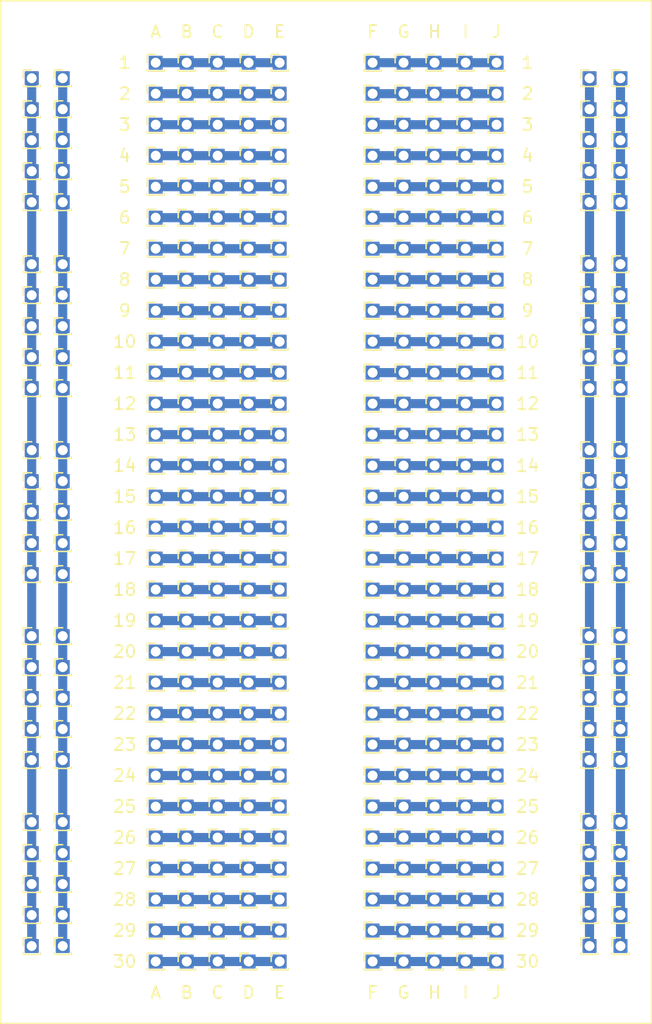
<source format=kicad_pcb>
(kicad_pcb (version 20171130) (host pcbnew 5.1.10-88a1d61d58~90~ubuntu20.04.1)

  (general
    (thickness 1.6)
    (drawings 84)
    (tracks 336)
    (zones 0)
    (modules 400)
    (nets 1)
  )

  (page A4)
  (layers
    (0 F.Cu signal)
    (31 B.Cu signal)
    (32 B.Adhes user)
    (33 F.Adhes user)
    (34 B.Paste user)
    (35 F.Paste user)
    (36 B.SilkS user)
    (37 F.SilkS user)
    (38 B.Mask user)
    (39 F.Mask user)
    (40 Dwgs.User user)
    (41 Cmts.User user)
    (42 Eco1.User user)
    (43 Eco2.User user)
    (44 Edge.Cuts user)
    (45 Margin user hide)
    (46 B.CrtYd user hide)
    (47 F.CrtYd user hide)
    (48 B.Fab user hide)
    (49 F.Fab user hide)
  )

  (setup
    (last_trace_width 0.25)
    (user_trace_width 0.75)
    (trace_clearance 0.2)
    (zone_clearance 0.508)
    (zone_45_only no)
    (trace_min 0.2)
    (via_size 0.8)
    (via_drill 0.4)
    (via_min_size 0.4)
    (via_min_drill 0.3)
    (uvia_size 0.3)
    (uvia_drill 0.1)
    (uvias_allowed no)
    (uvia_min_size 0.2)
    (uvia_min_drill 0.1)
    (edge_width 0.05)
    (segment_width 0.2)
    (pcb_text_width 0.3)
    (pcb_text_size 1.5 1.5)
    (mod_edge_width 0.12)
    (mod_text_size 1 1)
    (mod_text_width 0.15)
    (pad_size 1.143 1.143)
    (pad_drill 0.8128)
    (pad_to_mask_clearance 0.05)
    (aux_axis_origin 0 0)
    (visible_elements 7FFFFF7F)
    (pcbplotparams
      (layerselection 0x010fc_ffffffff)
      (usegerberextensions false)
      (usegerberattributes true)
      (usegerberadvancedattributes true)
      (creategerberjobfile true)
      (excludeedgelayer true)
      (linewidth 0.150000)
      (plotframeref false)
      (viasonmask false)
      (mode 1)
      (useauxorigin false)
      (hpglpennumber 1)
      (hpglpenspeed 20)
      (hpglpendiameter 15.000000)
      (psnegative false)
      (psa4output false)
      (plotreference true)
      (plotvalue true)
      (plotinvisibletext false)
      (padsonsilk false)
      (subtractmaskfromsilk false)
      (outputformat 1)
      (mirror false)
      (drillshape 1)
      (scaleselection 1)
      (outputdirectory ""))
  )

  (net 0 "")

  (net_class Default "This is the default net class."
    (clearance 0.2)
    (trace_width 0.25)
    (via_dia 0.8)
    (via_drill 0.4)
    (uvia_dia 0.3)
    (uvia_drill 0.1)
  )

  (module 01_Qualified_Footprints:PinHeader_1x01_P1.00mm_Vertical (layer F.Cu) (tedit 6115699E) (tstamp 5F4A0F79)
    (at 129.54 50.8)
    (descr "Through hole straight pin header, 1x01, 1.00mm pitch, single row")
    (tags "Through hole pin header THT 1x01 1.00mm single row")
    (fp_text reference REF** (at 0 -1.56) (layer F.SilkS) hide
      (effects (font (size 1 1) (thickness 0.15)))
    )
    (fp_text value PinHeader_1x01_P1.00mm_Vertical (at 0 1.56) (layer F.Fab) hide
      (effects (font (size 1 1) (thickness 0.15)))
    )
    (fp_text user %R (at 0 0 90) (layer F.Fab) hide
      (effects (font (size 0.76 0.76) (thickness 0.114)))
    )
    (fp_line (start -0.3175 -0.5) (end 0.635 -0.5) (layer F.Fab) (width 0.1))
    (fp_line (start 0.635 -0.5) (end 0.635 0.5) (layer F.Fab) (width 0.1))
    (fp_line (start 0.635 0.5) (end -0.635 0.5) (layer F.Fab) (width 0.1))
    (fp_line (start -0.635 0.5) (end -0.635 -0.1825) (layer F.Fab) (width 0.1))
    (fp_line (start -0.635 -0.1825) (end -0.3175 -0.5) (layer F.Fab) (width 0.1))
    (fp_line (start -0.695 0.685) (end 0.695 0.685) (layer F.SilkS) (width 0.12))
    (fp_line (start -0.695 0.685) (end -0.695 0.56) (layer F.SilkS) (width 0.12))
    (fp_line (start 0.695 0.685) (end 0.695 0.56) (layer F.SilkS) (width 0.12))
    (fp_line (start -0.695 0.685) (end -0.608276 0.685) (layer F.SilkS) (width 0.12))
    (fp_line (start 0.608276 0.685) (end 0.695 0.685) (layer F.SilkS) (width 0.12))
    (fp_line (start -0.695 0) (end -0.695 -0.685) (layer F.SilkS) (width 0.12))
    (fp_line (start -0.695 -0.685) (end 0 -0.685) (layer F.SilkS) (width 0.12))
    (fp_line (start -1.15 -1) (end -1.15 1) (layer F.CrtYd) (width 0.05))
    (fp_line (start -1.15 1) (end 1.15 1) (layer F.CrtYd) (width 0.05))
    (fp_line (start 1.15 1) (end 1.15 -1) (layer F.CrtYd) (width 0.05))
    (fp_line (start 1.15 -1) (end -1.15 -1) (layer F.CrtYd) (width 0.05))
    (pad 1 thru_hole roundrect (at 0 0) (size 1.143 1.143) (drill 0.8128) (layers *.Cu *.Mask) (roundrect_rratio 0.05))
    (model ${KISYS3DMOD}/Connector_PinHeader_1.00mm.3dshapes/PinHeader_1x01_P1.00mm_Vertical.wrl
      (at (xyz 0 0 0))
      (scale (xyz 1 1 1))
      (rotate (xyz 0 0 0))
    )
  )

  (module 01_Qualified_Footprints:PinHeader_1x01_P1.00mm_Vertical (layer F.Cu) (tedit 6115699E) (tstamp 5F49A4AE)
    (at 162.56 57.15)
    (descr "Through hole straight pin header, 1x01, 1.00mm pitch, single row")
    (tags "Through hole pin header THT 1x01 1.00mm single row")
    (fp_text reference REF** (at 0 -1.56) (layer F.SilkS) hide
      (effects (font (size 1 1) (thickness 0.15)))
    )
    (fp_text value PinHeader_1x01_P1.00mm_Vertical (at 0 1.56) (layer F.Fab) hide
      (effects (font (size 1 1) (thickness 0.15)))
    )
    (fp_text user %R (at 0 0 90) (layer F.Fab) hide
      (effects (font (size 0.76 0.76) (thickness 0.114)))
    )
    (fp_line (start -0.3175 -0.5) (end 0.635 -0.5) (layer F.Fab) (width 0.1))
    (fp_line (start 0.635 -0.5) (end 0.635 0.5) (layer F.Fab) (width 0.1))
    (fp_line (start 0.635 0.5) (end -0.635 0.5) (layer F.Fab) (width 0.1))
    (fp_line (start -0.635 0.5) (end -0.635 -0.1825) (layer F.Fab) (width 0.1))
    (fp_line (start -0.635 -0.1825) (end -0.3175 -0.5) (layer F.Fab) (width 0.1))
    (fp_line (start -0.695 0.685) (end 0.695 0.685) (layer F.SilkS) (width 0.12))
    (fp_line (start -0.695 0.685) (end -0.695 0.56) (layer F.SilkS) (width 0.12))
    (fp_line (start 0.695 0.685) (end 0.695 0.56) (layer F.SilkS) (width 0.12))
    (fp_line (start -0.695 0.685) (end -0.608276 0.685) (layer F.SilkS) (width 0.12))
    (fp_line (start 0.608276 0.685) (end 0.695 0.685) (layer F.SilkS) (width 0.12))
    (fp_line (start -0.695 0) (end -0.695 -0.685) (layer F.SilkS) (width 0.12))
    (fp_line (start -0.695 -0.685) (end 0 -0.685) (layer F.SilkS) (width 0.12))
    (fp_line (start -1.15 -1) (end -1.15 1) (layer F.CrtYd) (width 0.05))
    (fp_line (start -1.15 1) (end 1.15 1) (layer F.CrtYd) (width 0.05))
    (fp_line (start 1.15 1) (end 1.15 -1) (layer F.CrtYd) (width 0.05))
    (fp_line (start 1.15 -1) (end -1.15 -1) (layer F.CrtYd) (width 0.05))
    (pad 1 thru_hole roundrect (at 0 0) (size 1.143 1.143) (drill 0.8128) (layers *.Cu *.Mask) (roundrect_rratio 0.05))
    (model ${KISYS3DMOD}/Connector_PinHeader_1.00mm.3dshapes/PinHeader_1x01_P1.00mm_Vertical.wrl
      (at (xyz 0 0 0))
      (scale (xyz 1 1 1))
      (rotate (xyz 0 0 0))
    )
  )

  (module 01_Qualified_Footprints:PinHeader_1x01_P1.00mm_Vertical (layer F.Cu) (tedit 6115699E) (tstamp 5F49A499)
    (at 162.56 59.69)
    (descr "Through hole straight pin header, 1x01, 1.00mm pitch, single row")
    (tags "Through hole pin header THT 1x01 1.00mm single row")
    (fp_text reference REF** (at 0 -1.56) (layer F.SilkS) hide
      (effects (font (size 1 1) (thickness 0.15)))
    )
    (fp_text value PinHeader_1x01_P1.00mm_Vertical (at 0 1.56) (layer F.Fab) hide
      (effects (font (size 1 1) (thickness 0.15)))
    )
    (fp_text user %R (at 0 0 90) (layer F.Fab) hide
      (effects (font (size 0.76 0.76) (thickness 0.114)))
    )
    (fp_line (start -0.3175 -0.5) (end 0.635 -0.5) (layer F.Fab) (width 0.1))
    (fp_line (start 0.635 -0.5) (end 0.635 0.5) (layer F.Fab) (width 0.1))
    (fp_line (start 0.635 0.5) (end -0.635 0.5) (layer F.Fab) (width 0.1))
    (fp_line (start -0.635 0.5) (end -0.635 -0.1825) (layer F.Fab) (width 0.1))
    (fp_line (start -0.635 -0.1825) (end -0.3175 -0.5) (layer F.Fab) (width 0.1))
    (fp_line (start -0.695 0.685) (end 0.695 0.685) (layer F.SilkS) (width 0.12))
    (fp_line (start -0.695 0.685) (end -0.695 0.56) (layer F.SilkS) (width 0.12))
    (fp_line (start 0.695 0.685) (end 0.695 0.56) (layer F.SilkS) (width 0.12))
    (fp_line (start -0.695 0.685) (end -0.608276 0.685) (layer F.SilkS) (width 0.12))
    (fp_line (start 0.608276 0.685) (end 0.695 0.685) (layer F.SilkS) (width 0.12))
    (fp_line (start -0.695 0) (end -0.695 -0.685) (layer F.SilkS) (width 0.12))
    (fp_line (start -0.695 -0.685) (end 0 -0.685) (layer F.SilkS) (width 0.12))
    (fp_line (start -1.15 -1) (end -1.15 1) (layer F.CrtYd) (width 0.05))
    (fp_line (start -1.15 1) (end 1.15 1) (layer F.CrtYd) (width 0.05))
    (fp_line (start 1.15 1) (end 1.15 -1) (layer F.CrtYd) (width 0.05))
    (fp_line (start 1.15 -1) (end -1.15 -1) (layer F.CrtYd) (width 0.05))
    (pad 1 thru_hole roundrect (at 0 0) (size 1.143 1.143) (drill 0.8128) (layers *.Cu *.Mask) (roundrect_rratio 0.05))
    (model ${KISYS3DMOD}/Connector_PinHeader_1.00mm.3dshapes/PinHeader_1x01_P1.00mm_Vertical.wrl
      (at (xyz 0 0 0))
      (scale (xyz 1 1 1))
      (rotate (xyz 0 0 0))
    )
  )

  (module 01_Qualified_Footprints:PinHeader_1x01_P1.00mm_Vertical (layer F.Cu) (tedit 6115699E) (tstamp 5F49A484)
    (at 162.56 52.07)
    (descr "Through hole straight pin header, 1x01, 1.00mm pitch, single row")
    (tags "Through hole pin header THT 1x01 1.00mm single row")
    (fp_text reference REF** (at 0 -1.56) (layer F.SilkS) hide
      (effects (font (size 1 1) (thickness 0.15)))
    )
    (fp_text value PinHeader_1x01_P1.00mm_Vertical (at 0 1.56) (layer F.Fab) hide
      (effects (font (size 1 1) (thickness 0.15)))
    )
    (fp_text user %R (at 0 0 90) (layer F.Fab) hide
      (effects (font (size 0.76 0.76) (thickness 0.114)))
    )
    (fp_line (start -0.3175 -0.5) (end 0.635 -0.5) (layer F.Fab) (width 0.1))
    (fp_line (start 0.635 -0.5) (end 0.635 0.5) (layer F.Fab) (width 0.1))
    (fp_line (start 0.635 0.5) (end -0.635 0.5) (layer F.Fab) (width 0.1))
    (fp_line (start -0.635 0.5) (end -0.635 -0.1825) (layer F.Fab) (width 0.1))
    (fp_line (start -0.635 -0.1825) (end -0.3175 -0.5) (layer F.Fab) (width 0.1))
    (fp_line (start -0.695 0.685) (end 0.695 0.685) (layer F.SilkS) (width 0.12))
    (fp_line (start -0.695 0.685) (end -0.695 0.56) (layer F.SilkS) (width 0.12))
    (fp_line (start 0.695 0.685) (end 0.695 0.56) (layer F.SilkS) (width 0.12))
    (fp_line (start -0.695 0.685) (end -0.608276 0.685) (layer F.SilkS) (width 0.12))
    (fp_line (start 0.608276 0.685) (end 0.695 0.685) (layer F.SilkS) (width 0.12))
    (fp_line (start -0.695 0) (end -0.695 -0.685) (layer F.SilkS) (width 0.12))
    (fp_line (start -0.695 -0.685) (end 0 -0.685) (layer F.SilkS) (width 0.12))
    (fp_line (start -1.15 -1) (end -1.15 1) (layer F.CrtYd) (width 0.05))
    (fp_line (start -1.15 1) (end 1.15 1) (layer F.CrtYd) (width 0.05))
    (fp_line (start 1.15 1) (end 1.15 -1) (layer F.CrtYd) (width 0.05))
    (fp_line (start 1.15 -1) (end -1.15 -1) (layer F.CrtYd) (width 0.05))
    (pad 1 thru_hole roundrect (at 0 0) (size 1.143 1.143) (drill 0.8128) (layers *.Cu *.Mask) (roundrect_rratio 0.05))
    (model ${KISYS3DMOD}/Connector_PinHeader_1.00mm.3dshapes/PinHeader_1x01_P1.00mm_Vertical.wrl
      (at (xyz 0 0 0))
      (scale (xyz 1 1 1))
      (rotate (xyz 0 0 0))
    )
  )

  (module 01_Qualified_Footprints:PinHeader_1x01_P1.00mm_Vertical (layer F.Cu) (tedit 6115699E) (tstamp 5F49A46F)
    (at 162.56 54.61)
    (descr "Through hole straight pin header, 1x01, 1.00mm pitch, single row")
    (tags "Through hole pin header THT 1x01 1.00mm single row")
    (fp_text reference REF** (at 0 -1.56) (layer F.SilkS) hide
      (effects (font (size 1 1) (thickness 0.15)))
    )
    (fp_text value PinHeader_1x01_P1.00mm_Vertical (at 0 1.56) (layer F.Fab) hide
      (effects (font (size 1 1) (thickness 0.15)))
    )
    (fp_text user %R (at 0 0 90) (layer F.Fab) hide
      (effects (font (size 0.76 0.76) (thickness 0.114)))
    )
    (fp_line (start -0.3175 -0.5) (end 0.635 -0.5) (layer F.Fab) (width 0.1))
    (fp_line (start 0.635 -0.5) (end 0.635 0.5) (layer F.Fab) (width 0.1))
    (fp_line (start 0.635 0.5) (end -0.635 0.5) (layer F.Fab) (width 0.1))
    (fp_line (start -0.635 0.5) (end -0.635 -0.1825) (layer F.Fab) (width 0.1))
    (fp_line (start -0.635 -0.1825) (end -0.3175 -0.5) (layer F.Fab) (width 0.1))
    (fp_line (start -0.695 0.685) (end 0.695 0.685) (layer F.SilkS) (width 0.12))
    (fp_line (start -0.695 0.685) (end -0.695 0.56) (layer F.SilkS) (width 0.12))
    (fp_line (start 0.695 0.685) (end 0.695 0.56) (layer F.SilkS) (width 0.12))
    (fp_line (start -0.695 0.685) (end -0.608276 0.685) (layer F.SilkS) (width 0.12))
    (fp_line (start 0.608276 0.685) (end 0.695 0.685) (layer F.SilkS) (width 0.12))
    (fp_line (start -0.695 0) (end -0.695 -0.685) (layer F.SilkS) (width 0.12))
    (fp_line (start -0.695 -0.685) (end 0 -0.685) (layer F.SilkS) (width 0.12))
    (fp_line (start -1.15 -1) (end -1.15 1) (layer F.CrtYd) (width 0.05))
    (fp_line (start -1.15 1) (end 1.15 1) (layer F.CrtYd) (width 0.05))
    (fp_line (start 1.15 1) (end 1.15 -1) (layer F.CrtYd) (width 0.05))
    (fp_line (start 1.15 -1) (end -1.15 -1) (layer F.CrtYd) (width 0.05))
    (pad 1 thru_hole roundrect (at 0 0) (size 1.143 1.143) (drill 0.8128) (layers *.Cu *.Mask) (roundrect_rratio 0.05))
    (model ${KISYS3DMOD}/Connector_PinHeader_1.00mm.3dshapes/PinHeader_1x01_P1.00mm_Vertical.wrl
      (at (xyz 0 0 0))
      (scale (xyz 1 1 1))
      (rotate (xyz 0 0 0))
    )
  )

  (module 01_Qualified_Footprints:PinHeader_1x01_P1.00mm_Vertical (layer F.Cu) (tedit 6115699E) (tstamp 5F49A45A)
    (at 162.56 72.39)
    (descr "Through hole straight pin header, 1x01, 1.00mm pitch, single row")
    (tags "Through hole pin header THT 1x01 1.00mm single row")
    (fp_text reference REF** (at 0 -1.56) (layer F.SilkS) hide
      (effects (font (size 1 1) (thickness 0.15)))
    )
    (fp_text value PinHeader_1x01_P1.00mm_Vertical (at 0 1.56) (layer F.Fab) hide
      (effects (font (size 1 1) (thickness 0.15)))
    )
    (fp_text user %R (at 0 0 90) (layer F.Fab) hide
      (effects (font (size 0.76 0.76) (thickness 0.114)))
    )
    (fp_line (start -0.3175 -0.5) (end 0.635 -0.5) (layer F.Fab) (width 0.1))
    (fp_line (start 0.635 -0.5) (end 0.635 0.5) (layer F.Fab) (width 0.1))
    (fp_line (start 0.635 0.5) (end -0.635 0.5) (layer F.Fab) (width 0.1))
    (fp_line (start -0.635 0.5) (end -0.635 -0.1825) (layer F.Fab) (width 0.1))
    (fp_line (start -0.635 -0.1825) (end -0.3175 -0.5) (layer F.Fab) (width 0.1))
    (fp_line (start -0.695 0.685) (end 0.695 0.685) (layer F.SilkS) (width 0.12))
    (fp_line (start -0.695 0.685) (end -0.695 0.56) (layer F.SilkS) (width 0.12))
    (fp_line (start 0.695 0.685) (end 0.695 0.56) (layer F.SilkS) (width 0.12))
    (fp_line (start -0.695 0.685) (end -0.608276 0.685) (layer F.SilkS) (width 0.12))
    (fp_line (start 0.608276 0.685) (end 0.695 0.685) (layer F.SilkS) (width 0.12))
    (fp_line (start -0.695 0) (end -0.695 -0.685) (layer F.SilkS) (width 0.12))
    (fp_line (start -0.695 -0.685) (end 0 -0.685) (layer F.SilkS) (width 0.12))
    (fp_line (start -1.15 -1) (end -1.15 1) (layer F.CrtYd) (width 0.05))
    (fp_line (start -1.15 1) (end 1.15 1) (layer F.CrtYd) (width 0.05))
    (fp_line (start 1.15 1) (end 1.15 -1) (layer F.CrtYd) (width 0.05))
    (fp_line (start 1.15 -1) (end -1.15 -1) (layer F.CrtYd) (width 0.05))
    (pad 1 thru_hole roundrect (at 0 0) (size 1.143 1.143) (drill 0.8128) (layers *.Cu *.Mask) (roundrect_rratio 0.05))
    (model ${KISYS3DMOD}/Connector_PinHeader_1.00mm.3dshapes/PinHeader_1x01_P1.00mm_Vertical.wrl
      (at (xyz 0 0 0))
      (scale (xyz 1 1 1))
      (rotate (xyz 0 0 0))
    )
  )

  (module 01_Qualified_Footprints:PinHeader_1x01_P1.00mm_Vertical (layer F.Cu) (tedit 6115699E) (tstamp 5F49A445)
    (at 162.56 69.85)
    (descr "Through hole straight pin header, 1x01, 1.00mm pitch, single row")
    (tags "Through hole pin header THT 1x01 1.00mm single row")
    (fp_text reference REF** (at 0 -1.56) (layer F.SilkS) hide
      (effects (font (size 1 1) (thickness 0.15)))
    )
    (fp_text value PinHeader_1x01_P1.00mm_Vertical (at 0 1.56) (layer F.Fab) hide
      (effects (font (size 1 1) (thickness 0.15)))
    )
    (fp_text user %R (at 0 0 90) (layer F.Fab) hide
      (effects (font (size 0.76 0.76) (thickness 0.114)))
    )
    (fp_line (start -0.3175 -0.5) (end 0.635 -0.5) (layer F.Fab) (width 0.1))
    (fp_line (start 0.635 -0.5) (end 0.635 0.5) (layer F.Fab) (width 0.1))
    (fp_line (start 0.635 0.5) (end -0.635 0.5) (layer F.Fab) (width 0.1))
    (fp_line (start -0.635 0.5) (end -0.635 -0.1825) (layer F.Fab) (width 0.1))
    (fp_line (start -0.635 -0.1825) (end -0.3175 -0.5) (layer F.Fab) (width 0.1))
    (fp_line (start -0.695 0.685) (end 0.695 0.685) (layer F.SilkS) (width 0.12))
    (fp_line (start -0.695 0.685) (end -0.695 0.56) (layer F.SilkS) (width 0.12))
    (fp_line (start 0.695 0.685) (end 0.695 0.56) (layer F.SilkS) (width 0.12))
    (fp_line (start -0.695 0.685) (end -0.608276 0.685) (layer F.SilkS) (width 0.12))
    (fp_line (start 0.608276 0.685) (end 0.695 0.685) (layer F.SilkS) (width 0.12))
    (fp_line (start -0.695 0) (end -0.695 -0.685) (layer F.SilkS) (width 0.12))
    (fp_line (start -0.695 -0.685) (end 0 -0.685) (layer F.SilkS) (width 0.12))
    (fp_line (start -1.15 -1) (end -1.15 1) (layer F.CrtYd) (width 0.05))
    (fp_line (start -1.15 1) (end 1.15 1) (layer F.CrtYd) (width 0.05))
    (fp_line (start 1.15 1) (end 1.15 -1) (layer F.CrtYd) (width 0.05))
    (fp_line (start 1.15 -1) (end -1.15 -1) (layer F.CrtYd) (width 0.05))
    (pad 1 thru_hole roundrect (at 0 0) (size 1.143 1.143) (drill 0.8128) (layers *.Cu *.Mask) (roundrect_rratio 0.05))
    (model ${KISYS3DMOD}/Connector_PinHeader_1.00mm.3dshapes/PinHeader_1x01_P1.00mm_Vertical.wrl
      (at (xyz 0 0 0))
      (scale (xyz 1 1 1))
      (rotate (xyz 0 0 0))
    )
  )

  (module 01_Qualified_Footprints:PinHeader_1x01_P1.00mm_Vertical (layer F.Cu) (tedit 6115699E) (tstamp 5F49A430)
    (at 162.56 77.47)
    (descr "Through hole straight pin header, 1x01, 1.00mm pitch, single row")
    (tags "Through hole pin header THT 1x01 1.00mm single row")
    (fp_text reference REF** (at 0 -1.56) (layer F.SilkS) hide
      (effects (font (size 1 1) (thickness 0.15)))
    )
    (fp_text value PinHeader_1x01_P1.00mm_Vertical (at 0 1.56) (layer F.Fab) hide
      (effects (font (size 1 1) (thickness 0.15)))
    )
    (fp_text user %R (at 0 0 90) (layer F.Fab) hide
      (effects (font (size 0.76 0.76) (thickness 0.114)))
    )
    (fp_line (start -0.3175 -0.5) (end 0.635 -0.5) (layer F.Fab) (width 0.1))
    (fp_line (start 0.635 -0.5) (end 0.635 0.5) (layer F.Fab) (width 0.1))
    (fp_line (start 0.635 0.5) (end -0.635 0.5) (layer F.Fab) (width 0.1))
    (fp_line (start -0.635 0.5) (end -0.635 -0.1825) (layer F.Fab) (width 0.1))
    (fp_line (start -0.635 -0.1825) (end -0.3175 -0.5) (layer F.Fab) (width 0.1))
    (fp_line (start -0.695 0.685) (end 0.695 0.685) (layer F.SilkS) (width 0.12))
    (fp_line (start -0.695 0.685) (end -0.695 0.56) (layer F.SilkS) (width 0.12))
    (fp_line (start 0.695 0.685) (end 0.695 0.56) (layer F.SilkS) (width 0.12))
    (fp_line (start -0.695 0.685) (end -0.608276 0.685) (layer F.SilkS) (width 0.12))
    (fp_line (start 0.608276 0.685) (end 0.695 0.685) (layer F.SilkS) (width 0.12))
    (fp_line (start -0.695 0) (end -0.695 -0.685) (layer F.SilkS) (width 0.12))
    (fp_line (start -0.695 -0.685) (end 0 -0.685) (layer F.SilkS) (width 0.12))
    (fp_line (start -1.15 -1) (end -1.15 1) (layer F.CrtYd) (width 0.05))
    (fp_line (start -1.15 1) (end 1.15 1) (layer F.CrtYd) (width 0.05))
    (fp_line (start 1.15 1) (end 1.15 -1) (layer F.CrtYd) (width 0.05))
    (fp_line (start 1.15 -1) (end -1.15 -1) (layer F.CrtYd) (width 0.05))
    (pad 1 thru_hole roundrect (at 0 0) (size 1.143 1.143) (drill 0.8128) (layers *.Cu *.Mask) (roundrect_rratio 0.05))
    (model ${KISYS3DMOD}/Connector_PinHeader_1.00mm.3dshapes/PinHeader_1x01_P1.00mm_Vertical.wrl
      (at (xyz 0 0 0))
      (scale (xyz 1 1 1))
      (rotate (xyz 0 0 0))
    )
  )

  (module 01_Qualified_Footprints:PinHeader_1x01_P1.00mm_Vertical (layer F.Cu) (tedit 6115699E) (tstamp 5F49A41B)
    (at 162.56 67.31)
    (descr "Through hole straight pin header, 1x01, 1.00mm pitch, single row")
    (tags "Through hole pin header THT 1x01 1.00mm single row")
    (fp_text reference REF** (at 0 -1.56) (layer F.SilkS) hide
      (effects (font (size 1 1) (thickness 0.15)))
    )
    (fp_text value PinHeader_1x01_P1.00mm_Vertical (at 0 1.56) (layer F.Fab) hide
      (effects (font (size 1 1) (thickness 0.15)))
    )
    (fp_text user %R (at 0 0 90) (layer F.Fab) hide
      (effects (font (size 0.76 0.76) (thickness 0.114)))
    )
    (fp_line (start -0.3175 -0.5) (end 0.635 -0.5) (layer F.Fab) (width 0.1))
    (fp_line (start 0.635 -0.5) (end 0.635 0.5) (layer F.Fab) (width 0.1))
    (fp_line (start 0.635 0.5) (end -0.635 0.5) (layer F.Fab) (width 0.1))
    (fp_line (start -0.635 0.5) (end -0.635 -0.1825) (layer F.Fab) (width 0.1))
    (fp_line (start -0.635 -0.1825) (end -0.3175 -0.5) (layer F.Fab) (width 0.1))
    (fp_line (start -0.695 0.685) (end 0.695 0.685) (layer F.SilkS) (width 0.12))
    (fp_line (start -0.695 0.685) (end -0.695 0.56) (layer F.SilkS) (width 0.12))
    (fp_line (start 0.695 0.685) (end 0.695 0.56) (layer F.SilkS) (width 0.12))
    (fp_line (start -0.695 0.685) (end -0.608276 0.685) (layer F.SilkS) (width 0.12))
    (fp_line (start 0.608276 0.685) (end 0.695 0.685) (layer F.SilkS) (width 0.12))
    (fp_line (start -0.695 0) (end -0.695 -0.685) (layer F.SilkS) (width 0.12))
    (fp_line (start -0.695 -0.685) (end 0 -0.685) (layer F.SilkS) (width 0.12))
    (fp_line (start -1.15 -1) (end -1.15 1) (layer F.CrtYd) (width 0.05))
    (fp_line (start -1.15 1) (end 1.15 1) (layer F.CrtYd) (width 0.05))
    (fp_line (start 1.15 1) (end 1.15 -1) (layer F.CrtYd) (width 0.05))
    (fp_line (start 1.15 -1) (end -1.15 -1) (layer F.CrtYd) (width 0.05))
    (pad 1 thru_hole roundrect (at 0 0) (size 1.143 1.143) (drill 0.8128) (layers *.Cu *.Mask) (roundrect_rratio 0.05))
    (model ${KISYS3DMOD}/Connector_PinHeader_1.00mm.3dshapes/PinHeader_1x01_P1.00mm_Vertical.wrl
      (at (xyz 0 0 0))
      (scale (xyz 1 1 1))
      (rotate (xyz 0 0 0))
    )
  )

  (module 01_Qualified_Footprints:PinHeader_1x01_P1.00mm_Vertical (layer F.Cu) (tedit 6115699E) (tstamp 5F49A406)
    (at 162.56 90.17)
    (descr "Through hole straight pin header, 1x01, 1.00mm pitch, single row")
    (tags "Through hole pin header THT 1x01 1.00mm single row")
    (fp_text reference REF** (at 0 -1.56) (layer F.SilkS) hide
      (effects (font (size 1 1) (thickness 0.15)))
    )
    (fp_text value PinHeader_1x01_P1.00mm_Vertical (at 0 1.56) (layer F.Fab) hide
      (effects (font (size 1 1) (thickness 0.15)))
    )
    (fp_text user %R (at 0 0 90) (layer F.Fab) hide
      (effects (font (size 0.76 0.76) (thickness 0.114)))
    )
    (fp_line (start -0.3175 -0.5) (end 0.635 -0.5) (layer F.Fab) (width 0.1))
    (fp_line (start 0.635 -0.5) (end 0.635 0.5) (layer F.Fab) (width 0.1))
    (fp_line (start 0.635 0.5) (end -0.635 0.5) (layer F.Fab) (width 0.1))
    (fp_line (start -0.635 0.5) (end -0.635 -0.1825) (layer F.Fab) (width 0.1))
    (fp_line (start -0.635 -0.1825) (end -0.3175 -0.5) (layer F.Fab) (width 0.1))
    (fp_line (start -0.695 0.685) (end 0.695 0.685) (layer F.SilkS) (width 0.12))
    (fp_line (start -0.695 0.685) (end -0.695 0.56) (layer F.SilkS) (width 0.12))
    (fp_line (start 0.695 0.685) (end 0.695 0.56) (layer F.SilkS) (width 0.12))
    (fp_line (start -0.695 0.685) (end -0.608276 0.685) (layer F.SilkS) (width 0.12))
    (fp_line (start 0.608276 0.685) (end 0.695 0.685) (layer F.SilkS) (width 0.12))
    (fp_line (start -0.695 0) (end -0.695 -0.685) (layer F.SilkS) (width 0.12))
    (fp_line (start -0.695 -0.685) (end 0 -0.685) (layer F.SilkS) (width 0.12))
    (fp_line (start -1.15 -1) (end -1.15 1) (layer F.CrtYd) (width 0.05))
    (fp_line (start -1.15 1) (end 1.15 1) (layer F.CrtYd) (width 0.05))
    (fp_line (start 1.15 1) (end 1.15 -1) (layer F.CrtYd) (width 0.05))
    (fp_line (start 1.15 -1) (end -1.15 -1) (layer F.CrtYd) (width 0.05))
    (pad 1 thru_hole roundrect (at 0 0) (size 1.143 1.143) (drill 0.8128) (layers *.Cu *.Mask) (roundrect_rratio 0.05))
    (model ${KISYS3DMOD}/Connector_PinHeader_1.00mm.3dshapes/PinHeader_1x01_P1.00mm_Vertical.wrl
      (at (xyz 0 0 0))
      (scale (xyz 1 1 1))
      (rotate (xyz 0 0 0))
    )
  )

  (module 01_Qualified_Footprints:PinHeader_1x01_P1.00mm_Vertical (layer F.Cu) (tedit 6115699E) (tstamp 5F49A3F1)
    (at 162.56 87.63)
    (descr "Through hole straight pin header, 1x01, 1.00mm pitch, single row")
    (tags "Through hole pin header THT 1x01 1.00mm single row")
    (fp_text reference REF** (at 0 -1.56) (layer F.SilkS) hide
      (effects (font (size 1 1) (thickness 0.15)))
    )
    (fp_text value PinHeader_1x01_P1.00mm_Vertical (at 0 1.56) (layer F.Fab) hide
      (effects (font (size 1 1) (thickness 0.15)))
    )
    (fp_text user %R (at 0 0 90) (layer F.Fab) hide
      (effects (font (size 0.76 0.76) (thickness 0.114)))
    )
    (fp_line (start -0.3175 -0.5) (end 0.635 -0.5) (layer F.Fab) (width 0.1))
    (fp_line (start 0.635 -0.5) (end 0.635 0.5) (layer F.Fab) (width 0.1))
    (fp_line (start 0.635 0.5) (end -0.635 0.5) (layer F.Fab) (width 0.1))
    (fp_line (start -0.635 0.5) (end -0.635 -0.1825) (layer F.Fab) (width 0.1))
    (fp_line (start -0.635 -0.1825) (end -0.3175 -0.5) (layer F.Fab) (width 0.1))
    (fp_line (start -0.695 0.685) (end 0.695 0.685) (layer F.SilkS) (width 0.12))
    (fp_line (start -0.695 0.685) (end -0.695 0.56) (layer F.SilkS) (width 0.12))
    (fp_line (start 0.695 0.685) (end 0.695 0.56) (layer F.SilkS) (width 0.12))
    (fp_line (start -0.695 0.685) (end -0.608276 0.685) (layer F.SilkS) (width 0.12))
    (fp_line (start 0.608276 0.685) (end 0.695 0.685) (layer F.SilkS) (width 0.12))
    (fp_line (start -0.695 0) (end -0.695 -0.685) (layer F.SilkS) (width 0.12))
    (fp_line (start -0.695 -0.685) (end 0 -0.685) (layer F.SilkS) (width 0.12))
    (fp_line (start -1.15 -1) (end -1.15 1) (layer F.CrtYd) (width 0.05))
    (fp_line (start -1.15 1) (end 1.15 1) (layer F.CrtYd) (width 0.05))
    (fp_line (start 1.15 1) (end 1.15 -1) (layer F.CrtYd) (width 0.05))
    (fp_line (start 1.15 -1) (end -1.15 -1) (layer F.CrtYd) (width 0.05))
    (pad 1 thru_hole roundrect (at 0 0) (size 1.143 1.143) (drill 0.8128) (layers *.Cu *.Mask) (roundrect_rratio 0.05))
    (model ${KISYS3DMOD}/Connector_PinHeader_1.00mm.3dshapes/PinHeader_1x01_P1.00mm_Vertical.wrl
      (at (xyz 0 0 0))
      (scale (xyz 1 1 1))
      (rotate (xyz 0 0 0))
    )
  )

  (module 01_Qualified_Footprints:PinHeader_1x01_P1.00mm_Vertical (layer F.Cu) (tedit 6115699E) (tstamp 5F49A3DC)
    (at 162.56 92.71)
    (descr "Through hole straight pin header, 1x01, 1.00mm pitch, single row")
    (tags "Through hole pin header THT 1x01 1.00mm single row")
    (fp_text reference REF** (at 0 -1.56) (layer F.SilkS) hide
      (effects (font (size 1 1) (thickness 0.15)))
    )
    (fp_text value PinHeader_1x01_P1.00mm_Vertical (at 0 1.56) (layer F.Fab) hide
      (effects (font (size 1 1) (thickness 0.15)))
    )
    (fp_text user %R (at 0 0 90) (layer F.Fab) hide
      (effects (font (size 0.76 0.76) (thickness 0.114)))
    )
    (fp_line (start -0.3175 -0.5) (end 0.635 -0.5) (layer F.Fab) (width 0.1))
    (fp_line (start 0.635 -0.5) (end 0.635 0.5) (layer F.Fab) (width 0.1))
    (fp_line (start 0.635 0.5) (end -0.635 0.5) (layer F.Fab) (width 0.1))
    (fp_line (start -0.635 0.5) (end -0.635 -0.1825) (layer F.Fab) (width 0.1))
    (fp_line (start -0.635 -0.1825) (end -0.3175 -0.5) (layer F.Fab) (width 0.1))
    (fp_line (start -0.695 0.685) (end 0.695 0.685) (layer F.SilkS) (width 0.12))
    (fp_line (start -0.695 0.685) (end -0.695 0.56) (layer F.SilkS) (width 0.12))
    (fp_line (start 0.695 0.685) (end 0.695 0.56) (layer F.SilkS) (width 0.12))
    (fp_line (start -0.695 0.685) (end -0.608276 0.685) (layer F.SilkS) (width 0.12))
    (fp_line (start 0.608276 0.685) (end 0.695 0.685) (layer F.SilkS) (width 0.12))
    (fp_line (start -0.695 0) (end -0.695 -0.685) (layer F.SilkS) (width 0.12))
    (fp_line (start -0.695 -0.685) (end 0 -0.685) (layer F.SilkS) (width 0.12))
    (fp_line (start -1.15 -1) (end -1.15 1) (layer F.CrtYd) (width 0.05))
    (fp_line (start -1.15 1) (end 1.15 1) (layer F.CrtYd) (width 0.05))
    (fp_line (start 1.15 1) (end 1.15 -1) (layer F.CrtYd) (width 0.05))
    (fp_line (start 1.15 -1) (end -1.15 -1) (layer F.CrtYd) (width 0.05))
    (pad 1 thru_hole roundrect (at 0 0) (size 1.143 1.143) (drill 0.8128) (layers *.Cu *.Mask) (roundrect_rratio 0.05))
    (model ${KISYS3DMOD}/Connector_PinHeader_1.00mm.3dshapes/PinHeader_1x01_P1.00mm_Vertical.wrl
      (at (xyz 0 0 0))
      (scale (xyz 1 1 1))
      (rotate (xyz 0 0 0))
    )
  )

  (module 01_Qualified_Footprints:PinHeader_1x01_P1.00mm_Vertical (layer F.Cu) (tedit 6115699E) (tstamp 5F49A3C7)
    (at 162.56 102.87)
    (descr "Through hole straight pin header, 1x01, 1.00mm pitch, single row")
    (tags "Through hole pin header THT 1x01 1.00mm single row")
    (fp_text reference REF** (at 0 -1.56) (layer F.SilkS) hide
      (effects (font (size 1 1) (thickness 0.15)))
    )
    (fp_text value PinHeader_1x01_P1.00mm_Vertical (at 0 1.56) (layer F.Fab) hide
      (effects (font (size 1 1) (thickness 0.15)))
    )
    (fp_text user %R (at 0 0 90) (layer F.Fab) hide
      (effects (font (size 0.76 0.76) (thickness 0.114)))
    )
    (fp_line (start -0.3175 -0.5) (end 0.635 -0.5) (layer F.Fab) (width 0.1))
    (fp_line (start 0.635 -0.5) (end 0.635 0.5) (layer F.Fab) (width 0.1))
    (fp_line (start 0.635 0.5) (end -0.635 0.5) (layer F.Fab) (width 0.1))
    (fp_line (start -0.635 0.5) (end -0.635 -0.1825) (layer F.Fab) (width 0.1))
    (fp_line (start -0.635 -0.1825) (end -0.3175 -0.5) (layer F.Fab) (width 0.1))
    (fp_line (start -0.695 0.685) (end 0.695 0.685) (layer F.SilkS) (width 0.12))
    (fp_line (start -0.695 0.685) (end -0.695 0.56) (layer F.SilkS) (width 0.12))
    (fp_line (start 0.695 0.685) (end 0.695 0.56) (layer F.SilkS) (width 0.12))
    (fp_line (start -0.695 0.685) (end -0.608276 0.685) (layer F.SilkS) (width 0.12))
    (fp_line (start 0.608276 0.685) (end 0.695 0.685) (layer F.SilkS) (width 0.12))
    (fp_line (start -0.695 0) (end -0.695 -0.685) (layer F.SilkS) (width 0.12))
    (fp_line (start -0.695 -0.685) (end 0 -0.685) (layer F.SilkS) (width 0.12))
    (fp_line (start -1.15 -1) (end -1.15 1) (layer F.CrtYd) (width 0.05))
    (fp_line (start -1.15 1) (end 1.15 1) (layer F.CrtYd) (width 0.05))
    (fp_line (start 1.15 1) (end 1.15 -1) (layer F.CrtYd) (width 0.05))
    (fp_line (start 1.15 -1) (end -1.15 -1) (layer F.CrtYd) (width 0.05))
    (pad 1 thru_hole roundrect (at 0 0) (size 1.143 1.143) (drill 0.8128) (layers *.Cu *.Mask) (roundrect_rratio 0.05))
    (model ${KISYS3DMOD}/Connector_PinHeader_1.00mm.3dshapes/PinHeader_1x01_P1.00mm_Vertical.wrl
      (at (xyz 0 0 0))
      (scale (xyz 1 1 1))
      (rotate (xyz 0 0 0))
    )
  )

  (module 01_Qualified_Footprints:PinHeader_1x01_P1.00mm_Vertical (layer F.Cu) (tedit 6115699E) (tstamp 5F49A3B2)
    (at 162.56 118.11)
    (descr "Through hole straight pin header, 1x01, 1.00mm pitch, single row")
    (tags "Through hole pin header THT 1x01 1.00mm single row")
    (fp_text reference REF** (at 0 -1.56) (layer F.SilkS) hide
      (effects (font (size 1 1) (thickness 0.15)))
    )
    (fp_text value PinHeader_1x01_P1.00mm_Vertical (at 0 1.56) (layer F.Fab) hide
      (effects (font (size 1 1) (thickness 0.15)))
    )
    (fp_text user %R (at 0 0 90) (layer F.Fab) hide
      (effects (font (size 0.76 0.76) (thickness 0.114)))
    )
    (fp_line (start -0.3175 -0.5) (end 0.635 -0.5) (layer F.Fab) (width 0.1))
    (fp_line (start 0.635 -0.5) (end 0.635 0.5) (layer F.Fab) (width 0.1))
    (fp_line (start 0.635 0.5) (end -0.635 0.5) (layer F.Fab) (width 0.1))
    (fp_line (start -0.635 0.5) (end -0.635 -0.1825) (layer F.Fab) (width 0.1))
    (fp_line (start -0.635 -0.1825) (end -0.3175 -0.5) (layer F.Fab) (width 0.1))
    (fp_line (start -0.695 0.685) (end 0.695 0.685) (layer F.SilkS) (width 0.12))
    (fp_line (start -0.695 0.685) (end -0.695 0.56) (layer F.SilkS) (width 0.12))
    (fp_line (start 0.695 0.685) (end 0.695 0.56) (layer F.SilkS) (width 0.12))
    (fp_line (start -0.695 0.685) (end -0.608276 0.685) (layer F.SilkS) (width 0.12))
    (fp_line (start 0.608276 0.685) (end 0.695 0.685) (layer F.SilkS) (width 0.12))
    (fp_line (start -0.695 0) (end -0.695 -0.685) (layer F.SilkS) (width 0.12))
    (fp_line (start -0.695 -0.685) (end 0 -0.685) (layer F.SilkS) (width 0.12))
    (fp_line (start -1.15 -1) (end -1.15 1) (layer F.CrtYd) (width 0.05))
    (fp_line (start -1.15 1) (end 1.15 1) (layer F.CrtYd) (width 0.05))
    (fp_line (start 1.15 1) (end 1.15 -1) (layer F.CrtYd) (width 0.05))
    (fp_line (start 1.15 -1) (end -1.15 -1) (layer F.CrtYd) (width 0.05))
    (pad 1 thru_hole roundrect (at 0 0) (size 1.143 1.143) (drill 0.8128) (layers *.Cu *.Mask) (roundrect_rratio 0.05))
    (model ${KISYS3DMOD}/Connector_PinHeader_1.00mm.3dshapes/PinHeader_1x01_P1.00mm_Vertical.wrl
      (at (xyz 0 0 0))
      (scale (xyz 1 1 1))
      (rotate (xyz 0 0 0))
    )
  )

  (module 01_Qualified_Footprints:PinHeader_1x01_P1.00mm_Vertical (layer F.Cu) (tedit 6115699E) (tstamp 5F49A39D)
    (at 162.56 113.03)
    (descr "Through hole straight pin header, 1x01, 1.00mm pitch, single row")
    (tags "Through hole pin header THT 1x01 1.00mm single row")
    (fp_text reference REF** (at 0 -1.56) (layer F.SilkS) hide
      (effects (font (size 1 1) (thickness 0.15)))
    )
    (fp_text value PinHeader_1x01_P1.00mm_Vertical (at 0 1.56) (layer F.Fab) hide
      (effects (font (size 1 1) (thickness 0.15)))
    )
    (fp_text user %R (at 0 0 90) (layer F.Fab) hide
      (effects (font (size 0.76 0.76) (thickness 0.114)))
    )
    (fp_line (start -0.3175 -0.5) (end 0.635 -0.5) (layer F.Fab) (width 0.1))
    (fp_line (start 0.635 -0.5) (end 0.635 0.5) (layer F.Fab) (width 0.1))
    (fp_line (start 0.635 0.5) (end -0.635 0.5) (layer F.Fab) (width 0.1))
    (fp_line (start -0.635 0.5) (end -0.635 -0.1825) (layer F.Fab) (width 0.1))
    (fp_line (start -0.635 -0.1825) (end -0.3175 -0.5) (layer F.Fab) (width 0.1))
    (fp_line (start -0.695 0.685) (end 0.695 0.685) (layer F.SilkS) (width 0.12))
    (fp_line (start -0.695 0.685) (end -0.695 0.56) (layer F.SilkS) (width 0.12))
    (fp_line (start 0.695 0.685) (end 0.695 0.56) (layer F.SilkS) (width 0.12))
    (fp_line (start -0.695 0.685) (end -0.608276 0.685) (layer F.SilkS) (width 0.12))
    (fp_line (start 0.608276 0.685) (end 0.695 0.685) (layer F.SilkS) (width 0.12))
    (fp_line (start -0.695 0) (end -0.695 -0.685) (layer F.SilkS) (width 0.12))
    (fp_line (start -0.695 -0.685) (end 0 -0.685) (layer F.SilkS) (width 0.12))
    (fp_line (start -1.15 -1) (end -1.15 1) (layer F.CrtYd) (width 0.05))
    (fp_line (start -1.15 1) (end 1.15 1) (layer F.CrtYd) (width 0.05))
    (fp_line (start 1.15 1) (end 1.15 -1) (layer F.CrtYd) (width 0.05))
    (fp_line (start 1.15 -1) (end -1.15 -1) (layer F.CrtYd) (width 0.05))
    (pad 1 thru_hole roundrect (at 0 0) (size 1.143 1.143) (drill 0.8128) (layers *.Cu *.Mask) (roundrect_rratio 0.05))
    (model ${KISYS3DMOD}/Connector_PinHeader_1.00mm.3dshapes/PinHeader_1x01_P1.00mm_Vertical.wrl
      (at (xyz 0 0 0))
      (scale (xyz 1 1 1))
      (rotate (xyz 0 0 0))
    )
  )

  (module 01_Qualified_Footprints:PinHeader_1x01_P1.00mm_Vertical (layer F.Cu) (tedit 6115699E) (tstamp 5F49A388)
    (at 162.56 82.55)
    (descr "Through hole straight pin header, 1x01, 1.00mm pitch, single row")
    (tags "Through hole pin header THT 1x01 1.00mm single row")
    (fp_text reference REF** (at 0 -1.56) (layer F.SilkS) hide
      (effects (font (size 1 1) (thickness 0.15)))
    )
    (fp_text value PinHeader_1x01_P1.00mm_Vertical (at 0 1.56) (layer F.Fab) hide
      (effects (font (size 1 1) (thickness 0.15)))
    )
    (fp_text user %R (at 0 0 90) (layer F.Fab) hide
      (effects (font (size 0.76 0.76) (thickness 0.114)))
    )
    (fp_line (start -0.3175 -0.5) (end 0.635 -0.5) (layer F.Fab) (width 0.1))
    (fp_line (start 0.635 -0.5) (end 0.635 0.5) (layer F.Fab) (width 0.1))
    (fp_line (start 0.635 0.5) (end -0.635 0.5) (layer F.Fab) (width 0.1))
    (fp_line (start -0.635 0.5) (end -0.635 -0.1825) (layer F.Fab) (width 0.1))
    (fp_line (start -0.635 -0.1825) (end -0.3175 -0.5) (layer F.Fab) (width 0.1))
    (fp_line (start -0.695 0.685) (end 0.695 0.685) (layer F.SilkS) (width 0.12))
    (fp_line (start -0.695 0.685) (end -0.695 0.56) (layer F.SilkS) (width 0.12))
    (fp_line (start 0.695 0.685) (end 0.695 0.56) (layer F.SilkS) (width 0.12))
    (fp_line (start -0.695 0.685) (end -0.608276 0.685) (layer F.SilkS) (width 0.12))
    (fp_line (start 0.608276 0.685) (end 0.695 0.685) (layer F.SilkS) (width 0.12))
    (fp_line (start -0.695 0) (end -0.695 -0.685) (layer F.SilkS) (width 0.12))
    (fp_line (start -0.695 -0.685) (end 0 -0.685) (layer F.SilkS) (width 0.12))
    (fp_line (start -1.15 -1) (end -1.15 1) (layer F.CrtYd) (width 0.05))
    (fp_line (start -1.15 1) (end 1.15 1) (layer F.CrtYd) (width 0.05))
    (fp_line (start 1.15 1) (end 1.15 -1) (layer F.CrtYd) (width 0.05))
    (fp_line (start 1.15 -1) (end -1.15 -1) (layer F.CrtYd) (width 0.05))
    (pad 1 thru_hole roundrect (at 0 0) (size 1.143 1.143) (drill 0.8128) (layers *.Cu *.Mask) (roundrect_rratio 0.05))
    (model ${KISYS3DMOD}/Connector_PinHeader_1.00mm.3dshapes/PinHeader_1x01_P1.00mm_Vertical.wrl
      (at (xyz 0 0 0))
      (scale (xyz 1 1 1))
      (rotate (xyz 0 0 0))
    )
  )

  (module 01_Qualified_Footprints:PinHeader_1x01_P1.00mm_Vertical (layer F.Cu) (tedit 6115699E) (tstamp 5F49A373)
    (at 162.56 123.19)
    (descr "Through hole straight pin header, 1x01, 1.00mm pitch, single row")
    (tags "Through hole pin header THT 1x01 1.00mm single row")
    (fp_text reference REF** (at 0 -1.56) (layer F.SilkS) hide
      (effects (font (size 1 1) (thickness 0.15)))
    )
    (fp_text value PinHeader_1x01_P1.00mm_Vertical (at 0 1.56) (layer F.Fab) hide
      (effects (font (size 1 1) (thickness 0.15)))
    )
    (fp_text user %R (at 0 0 90) (layer F.Fab) hide
      (effects (font (size 0.76 0.76) (thickness 0.114)))
    )
    (fp_line (start -0.3175 -0.5) (end 0.635 -0.5) (layer F.Fab) (width 0.1))
    (fp_line (start 0.635 -0.5) (end 0.635 0.5) (layer F.Fab) (width 0.1))
    (fp_line (start 0.635 0.5) (end -0.635 0.5) (layer F.Fab) (width 0.1))
    (fp_line (start -0.635 0.5) (end -0.635 -0.1825) (layer F.Fab) (width 0.1))
    (fp_line (start -0.635 -0.1825) (end -0.3175 -0.5) (layer F.Fab) (width 0.1))
    (fp_line (start -0.695 0.685) (end 0.695 0.685) (layer F.SilkS) (width 0.12))
    (fp_line (start -0.695 0.685) (end -0.695 0.56) (layer F.SilkS) (width 0.12))
    (fp_line (start 0.695 0.685) (end 0.695 0.56) (layer F.SilkS) (width 0.12))
    (fp_line (start -0.695 0.685) (end -0.608276 0.685) (layer F.SilkS) (width 0.12))
    (fp_line (start 0.608276 0.685) (end 0.695 0.685) (layer F.SilkS) (width 0.12))
    (fp_line (start -0.695 0) (end -0.695 -0.685) (layer F.SilkS) (width 0.12))
    (fp_line (start -0.695 -0.685) (end 0 -0.685) (layer F.SilkS) (width 0.12))
    (fp_line (start -1.15 -1) (end -1.15 1) (layer F.CrtYd) (width 0.05))
    (fp_line (start -1.15 1) (end 1.15 1) (layer F.CrtYd) (width 0.05))
    (fp_line (start 1.15 1) (end 1.15 -1) (layer F.CrtYd) (width 0.05))
    (fp_line (start 1.15 -1) (end -1.15 -1) (layer F.CrtYd) (width 0.05))
    (pad 1 thru_hole roundrect (at 0 0) (size 1.143 1.143) (drill 0.8128) (layers *.Cu *.Mask) (roundrect_rratio 0.05))
    (model ${KISYS3DMOD}/Connector_PinHeader_1.00mm.3dshapes/PinHeader_1x01_P1.00mm_Vertical.wrl
      (at (xyz 0 0 0))
      (scale (xyz 1 1 1))
      (rotate (xyz 0 0 0))
    )
  )

  (module 01_Qualified_Footprints:PinHeader_1x01_P1.00mm_Vertical (layer F.Cu) (tedit 6115699E) (tstamp 5F49A35E)
    (at 162.56 120.65)
    (descr "Through hole straight pin header, 1x01, 1.00mm pitch, single row")
    (tags "Through hole pin header THT 1x01 1.00mm single row")
    (fp_text reference REF** (at 0 -1.56) (layer F.SilkS) hide
      (effects (font (size 1 1) (thickness 0.15)))
    )
    (fp_text value PinHeader_1x01_P1.00mm_Vertical (at 0 1.56) (layer F.Fab) hide
      (effects (font (size 1 1) (thickness 0.15)))
    )
    (fp_text user %R (at 0 0 90) (layer F.Fab) hide
      (effects (font (size 0.76 0.76) (thickness 0.114)))
    )
    (fp_line (start -0.3175 -0.5) (end 0.635 -0.5) (layer F.Fab) (width 0.1))
    (fp_line (start 0.635 -0.5) (end 0.635 0.5) (layer F.Fab) (width 0.1))
    (fp_line (start 0.635 0.5) (end -0.635 0.5) (layer F.Fab) (width 0.1))
    (fp_line (start -0.635 0.5) (end -0.635 -0.1825) (layer F.Fab) (width 0.1))
    (fp_line (start -0.635 -0.1825) (end -0.3175 -0.5) (layer F.Fab) (width 0.1))
    (fp_line (start -0.695 0.685) (end 0.695 0.685) (layer F.SilkS) (width 0.12))
    (fp_line (start -0.695 0.685) (end -0.695 0.56) (layer F.SilkS) (width 0.12))
    (fp_line (start 0.695 0.685) (end 0.695 0.56) (layer F.SilkS) (width 0.12))
    (fp_line (start -0.695 0.685) (end -0.608276 0.685) (layer F.SilkS) (width 0.12))
    (fp_line (start 0.608276 0.685) (end 0.695 0.685) (layer F.SilkS) (width 0.12))
    (fp_line (start -0.695 0) (end -0.695 -0.685) (layer F.SilkS) (width 0.12))
    (fp_line (start -0.695 -0.685) (end 0 -0.685) (layer F.SilkS) (width 0.12))
    (fp_line (start -1.15 -1) (end -1.15 1) (layer F.CrtYd) (width 0.05))
    (fp_line (start -1.15 1) (end 1.15 1) (layer F.CrtYd) (width 0.05))
    (fp_line (start 1.15 1) (end 1.15 -1) (layer F.CrtYd) (width 0.05))
    (fp_line (start 1.15 -1) (end -1.15 -1) (layer F.CrtYd) (width 0.05))
    (pad 1 thru_hole roundrect (at 0 0) (size 1.143 1.143) (drill 0.8128) (layers *.Cu *.Mask) (roundrect_rratio 0.05))
    (model ${KISYS3DMOD}/Connector_PinHeader_1.00mm.3dshapes/PinHeader_1x01_P1.00mm_Vertical.wrl
      (at (xyz 0 0 0))
      (scale (xyz 1 1 1))
      (rotate (xyz 0 0 0))
    )
  )

  (module 01_Qualified_Footprints:PinHeader_1x01_P1.00mm_Vertical (layer F.Cu) (tedit 6115699E) (tstamp 5F49A349)
    (at 162.56 97.79)
    (descr "Through hole straight pin header, 1x01, 1.00mm pitch, single row")
    (tags "Through hole pin header THT 1x01 1.00mm single row")
    (fp_text reference REF** (at 0 -1.56) (layer F.SilkS) hide
      (effects (font (size 1 1) (thickness 0.15)))
    )
    (fp_text value PinHeader_1x01_P1.00mm_Vertical (at 0 1.56) (layer F.Fab) hide
      (effects (font (size 1 1) (thickness 0.15)))
    )
    (fp_text user %R (at 0 0 90) (layer F.Fab) hide
      (effects (font (size 0.76 0.76) (thickness 0.114)))
    )
    (fp_line (start -0.3175 -0.5) (end 0.635 -0.5) (layer F.Fab) (width 0.1))
    (fp_line (start 0.635 -0.5) (end 0.635 0.5) (layer F.Fab) (width 0.1))
    (fp_line (start 0.635 0.5) (end -0.635 0.5) (layer F.Fab) (width 0.1))
    (fp_line (start -0.635 0.5) (end -0.635 -0.1825) (layer F.Fab) (width 0.1))
    (fp_line (start -0.635 -0.1825) (end -0.3175 -0.5) (layer F.Fab) (width 0.1))
    (fp_line (start -0.695 0.685) (end 0.695 0.685) (layer F.SilkS) (width 0.12))
    (fp_line (start -0.695 0.685) (end -0.695 0.56) (layer F.SilkS) (width 0.12))
    (fp_line (start 0.695 0.685) (end 0.695 0.56) (layer F.SilkS) (width 0.12))
    (fp_line (start -0.695 0.685) (end -0.608276 0.685) (layer F.SilkS) (width 0.12))
    (fp_line (start 0.608276 0.685) (end 0.695 0.685) (layer F.SilkS) (width 0.12))
    (fp_line (start -0.695 0) (end -0.695 -0.685) (layer F.SilkS) (width 0.12))
    (fp_line (start -0.695 -0.685) (end 0 -0.685) (layer F.SilkS) (width 0.12))
    (fp_line (start -1.15 -1) (end -1.15 1) (layer F.CrtYd) (width 0.05))
    (fp_line (start -1.15 1) (end 1.15 1) (layer F.CrtYd) (width 0.05))
    (fp_line (start 1.15 1) (end 1.15 -1) (layer F.CrtYd) (width 0.05))
    (fp_line (start 1.15 -1) (end -1.15 -1) (layer F.CrtYd) (width 0.05))
    (pad 1 thru_hole roundrect (at 0 0) (size 1.143 1.143) (drill 0.8128) (layers *.Cu *.Mask) (roundrect_rratio 0.05))
    (model ${KISYS3DMOD}/Connector_PinHeader_1.00mm.3dshapes/PinHeader_1x01_P1.00mm_Vertical.wrl
      (at (xyz 0 0 0))
      (scale (xyz 1 1 1))
      (rotate (xyz 0 0 0))
    )
  )

  (module 01_Qualified_Footprints:PinHeader_1x01_P1.00mm_Vertical (layer F.Cu) (tedit 6115699E) (tstamp 5F49A334)
    (at 162.56 115.57)
    (descr "Through hole straight pin header, 1x01, 1.00mm pitch, single row")
    (tags "Through hole pin header THT 1x01 1.00mm single row")
    (fp_text reference REF** (at 0 -1.56) (layer F.SilkS) hide
      (effects (font (size 1 1) (thickness 0.15)))
    )
    (fp_text value PinHeader_1x01_P1.00mm_Vertical (at 0 1.56) (layer F.Fab) hide
      (effects (font (size 1 1) (thickness 0.15)))
    )
    (fp_text user %R (at 0 0 90) (layer F.Fab) hide
      (effects (font (size 0.76 0.76) (thickness 0.114)))
    )
    (fp_line (start -0.3175 -0.5) (end 0.635 -0.5) (layer F.Fab) (width 0.1))
    (fp_line (start 0.635 -0.5) (end 0.635 0.5) (layer F.Fab) (width 0.1))
    (fp_line (start 0.635 0.5) (end -0.635 0.5) (layer F.Fab) (width 0.1))
    (fp_line (start -0.635 0.5) (end -0.635 -0.1825) (layer F.Fab) (width 0.1))
    (fp_line (start -0.635 -0.1825) (end -0.3175 -0.5) (layer F.Fab) (width 0.1))
    (fp_line (start -0.695 0.685) (end 0.695 0.685) (layer F.SilkS) (width 0.12))
    (fp_line (start -0.695 0.685) (end -0.695 0.56) (layer F.SilkS) (width 0.12))
    (fp_line (start 0.695 0.685) (end 0.695 0.56) (layer F.SilkS) (width 0.12))
    (fp_line (start -0.695 0.685) (end -0.608276 0.685) (layer F.SilkS) (width 0.12))
    (fp_line (start 0.608276 0.685) (end 0.695 0.685) (layer F.SilkS) (width 0.12))
    (fp_line (start -0.695 0) (end -0.695 -0.685) (layer F.SilkS) (width 0.12))
    (fp_line (start -0.695 -0.685) (end 0 -0.685) (layer F.SilkS) (width 0.12))
    (fp_line (start -1.15 -1) (end -1.15 1) (layer F.CrtYd) (width 0.05))
    (fp_line (start -1.15 1) (end 1.15 1) (layer F.CrtYd) (width 0.05))
    (fp_line (start 1.15 1) (end 1.15 -1) (layer F.CrtYd) (width 0.05))
    (fp_line (start 1.15 -1) (end -1.15 -1) (layer F.CrtYd) (width 0.05))
    (pad 1 thru_hole roundrect (at 0 0) (size 1.143 1.143) (drill 0.8128) (layers *.Cu *.Mask) (roundrect_rratio 0.05))
    (model ${KISYS3DMOD}/Connector_PinHeader_1.00mm.3dshapes/PinHeader_1x01_P1.00mm_Vertical.wrl
      (at (xyz 0 0 0))
      (scale (xyz 1 1 1))
      (rotate (xyz 0 0 0))
    )
  )

  (module 01_Qualified_Footprints:PinHeader_1x01_P1.00mm_Vertical (layer F.Cu) (tedit 6115699E) (tstamp 5F49A31F)
    (at 162.56 62.23)
    (descr "Through hole straight pin header, 1x01, 1.00mm pitch, single row")
    (tags "Through hole pin header THT 1x01 1.00mm single row")
    (fp_text reference REF** (at 0 -1.56) (layer F.SilkS) hide
      (effects (font (size 1 1) (thickness 0.15)))
    )
    (fp_text value PinHeader_1x01_P1.00mm_Vertical (at 0 1.56) (layer F.Fab) hide
      (effects (font (size 1 1) (thickness 0.15)))
    )
    (fp_text user %R (at 0 0 90) (layer F.Fab) hide
      (effects (font (size 0.76 0.76) (thickness 0.114)))
    )
    (fp_line (start -0.3175 -0.5) (end 0.635 -0.5) (layer F.Fab) (width 0.1))
    (fp_line (start 0.635 -0.5) (end 0.635 0.5) (layer F.Fab) (width 0.1))
    (fp_line (start 0.635 0.5) (end -0.635 0.5) (layer F.Fab) (width 0.1))
    (fp_line (start -0.635 0.5) (end -0.635 -0.1825) (layer F.Fab) (width 0.1))
    (fp_line (start -0.635 -0.1825) (end -0.3175 -0.5) (layer F.Fab) (width 0.1))
    (fp_line (start -0.695 0.685) (end 0.695 0.685) (layer F.SilkS) (width 0.12))
    (fp_line (start -0.695 0.685) (end -0.695 0.56) (layer F.SilkS) (width 0.12))
    (fp_line (start 0.695 0.685) (end 0.695 0.56) (layer F.SilkS) (width 0.12))
    (fp_line (start -0.695 0.685) (end -0.608276 0.685) (layer F.SilkS) (width 0.12))
    (fp_line (start 0.608276 0.685) (end 0.695 0.685) (layer F.SilkS) (width 0.12))
    (fp_line (start -0.695 0) (end -0.695 -0.685) (layer F.SilkS) (width 0.12))
    (fp_line (start -0.695 -0.685) (end 0 -0.685) (layer F.SilkS) (width 0.12))
    (fp_line (start -1.15 -1) (end -1.15 1) (layer F.CrtYd) (width 0.05))
    (fp_line (start -1.15 1) (end 1.15 1) (layer F.CrtYd) (width 0.05))
    (fp_line (start 1.15 1) (end 1.15 -1) (layer F.CrtYd) (width 0.05))
    (fp_line (start 1.15 -1) (end -1.15 -1) (layer F.CrtYd) (width 0.05))
    (pad 1 thru_hole roundrect (at 0 0) (size 1.143 1.143) (drill 0.8128) (layers *.Cu *.Mask) (roundrect_rratio 0.05))
    (model ${KISYS3DMOD}/Connector_PinHeader_1.00mm.3dshapes/PinHeader_1x01_P1.00mm_Vertical.wrl
      (at (xyz 0 0 0))
      (scale (xyz 1 1 1))
      (rotate (xyz 0 0 0))
    )
  )

  (module 01_Qualified_Footprints:PinHeader_1x01_P1.00mm_Vertical (layer F.Cu) (tedit 6115699E) (tstamp 5F49A30A)
    (at 162.56 74.93)
    (descr "Through hole straight pin header, 1x01, 1.00mm pitch, single row")
    (tags "Through hole pin header THT 1x01 1.00mm single row")
    (fp_text reference REF** (at 0 -1.56) (layer F.SilkS) hide
      (effects (font (size 1 1) (thickness 0.15)))
    )
    (fp_text value PinHeader_1x01_P1.00mm_Vertical (at 0 1.56) (layer F.Fab) hide
      (effects (font (size 1 1) (thickness 0.15)))
    )
    (fp_text user %R (at 0 0 90) (layer F.Fab) hide
      (effects (font (size 0.76 0.76) (thickness 0.114)))
    )
    (fp_line (start -0.3175 -0.5) (end 0.635 -0.5) (layer F.Fab) (width 0.1))
    (fp_line (start 0.635 -0.5) (end 0.635 0.5) (layer F.Fab) (width 0.1))
    (fp_line (start 0.635 0.5) (end -0.635 0.5) (layer F.Fab) (width 0.1))
    (fp_line (start -0.635 0.5) (end -0.635 -0.1825) (layer F.Fab) (width 0.1))
    (fp_line (start -0.635 -0.1825) (end -0.3175 -0.5) (layer F.Fab) (width 0.1))
    (fp_line (start -0.695 0.685) (end 0.695 0.685) (layer F.SilkS) (width 0.12))
    (fp_line (start -0.695 0.685) (end -0.695 0.56) (layer F.SilkS) (width 0.12))
    (fp_line (start 0.695 0.685) (end 0.695 0.56) (layer F.SilkS) (width 0.12))
    (fp_line (start -0.695 0.685) (end -0.608276 0.685) (layer F.SilkS) (width 0.12))
    (fp_line (start 0.608276 0.685) (end 0.695 0.685) (layer F.SilkS) (width 0.12))
    (fp_line (start -0.695 0) (end -0.695 -0.685) (layer F.SilkS) (width 0.12))
    (fp_line (start -0.695 -0.685) (end 0 -0.685) (layer F.SilkS) (width 0.12))
    (fp_line (start -1.15 -1) (end -1.15 1) (layer F.CrtYd) (width 0.05))
    (fp_line (start -1.15 1) (end 1.15 1) (layer F.CrtYd) (width 0.05))
    (fp_line (start 1.15 1) (end 1.15 -1) (layer F.CrtYd) (width 0.05))
    (fp_line (start 1.15 -1) (end -1.15 -1) (layer F.CrtYd) (width 0.05))
    (pad 1 thru_hole roundrect (at 0 0) (size 1.143 1.143) (drill 0.8128) (layers *.Cu *.Mask) (roundrect_rratio 0.05))
    (model ${KISYS3DMOD}/Connector_PinHeader_1.00mm.3dshapes/PinHeader_1x01_P1.00mm_Vertical.wrl
      (at (xyz 0 0 0))
      (scale (xyz 1 1 1))
      (rotate (xyz 0 0 0))
    )
  )

  (module 01_Qualified_Footprints:PinHeader_1x01_P1.00mm_Vertical (layer F.Cu) (tedit 6115699E) (tstamp 5F49A2F5)
    (at 162.56 107.95)
    (descr "Through hole straight pin header, 1x01, 1.00mm pitch, single row")
    (tags "Through hole pin header THT 1x01 1.00mm single row")
    (fp_text reference REF** (at 0 -1.56) (layer F.SilkS) hide
      (effects (font (size 1 1) (thickness 0.15)))
    )
    (fp_text value PinHeader_1x01_P1.00mm_Vertical (at 0 1.56) (layer F.Fab) hide
      (effects (font (size 1 1) (thickness 0.15)))
    )
    (fp_text user %R (at 0 0 90) (layer F.Fab) hide
      (effects (font (size 0.76 0.76) (thickness 0.114)))
    )
    (fp_line (start -0.3175 -0.5) (end 0.635 -0.5) (layer F.Fab) (width 0.1))
    (fp_line (start 0.635 -0.5) (end 0.635 0.5) (layer F.Fab) (width 0.1))
    (fp_line (start 0.635 0.5) (end -0.635 0.5) (layer F.Fab) (width 0.1))
    (fp_line (start -0.635 0.5) (end -0.635 -0.1825) (layer F.Fab) (width 0.1))
    (fp_line (start -0.635 -0.1825) (end -0.3175 -0.5) (layer F.Fab) (width 0.1))
    (fp_line (start -0.695 0.685) (end 0.695 0.685) (layer F.SilkS) (width 0.12))
    (fp_line (start -0.695 0.685) (end -0.695 0.56) (layer F.SilkS) (width 0.12))
    (fp_line (start 0.695 0.685) (end 0.695 0.56) (layer F.SilkS) (width 0.12))
    (fp_line (start -0.695 0.685) (end -0.608276 0.685) (layer F.SilkS) (width 0.12))
    (fp_line (start 0.608276 0.685) (end 0.695 0.685) (layer F.SilkS) (width 0.12))
    (fp_line (start -0.695 0) (end -0.695 -0.685) (layer F.SilkS) (width 0.12))
    (fp_line (start -0.695 -0.685) (end 0 -0.685) (layer F.SilkS) (width 0.12))
    (fp_line (start -1.15 -1) (end -1.15 1) (layer F.CrtYd) (width 0.05))
    (fp_line (start -1.15 1) (end 1.15 1) (layer F.CrtYd) (width 0.05))
    (fp_line (start 1.15 1) (end 1.15 -1) (layer F.CrtYd) (width 0.05))
    (fp_line (start 1.15 -1) (end -1.15 -1) (layer F.CrtYd) (width 0.05))
    (pad 1 thru_hole roundrect (at 0 0) (size 1.143 1.143) (drill 0.8128) (layers *.Cu *.Mask) (roundrect_rratio 0.05))
    (model ${KISYS3DMOD}/Connector_PinHeader_1.00mm.3dshapes/PinHeader_1x01_P1.00mm_Vertical.wrl
      (at (xyz 0 0 0))
      (scale (xyz 1 1 1))
      (rotate (xyz 0 0 0))
    )
  )

  (module 01_Qualified_Footprints:PinHeader_1x01_P1.00mm_Vertical (layer F.Cu) (tedit 6115699E) (tstamp 5F49A2E0)
    (at 162.56 85.09)
    (descr "Through hole straight pin header, 1x01, 1.00mm pitch, single row")
    (tags "Through hole pin header THT 1x01 1.00mm single row")
    (fp_text reference REF** (at 0 -1.56) (layer F.SilkS) hide
      (effects (font (size 1 1) (thickness 0.15)))
    )
    (fp_text value PinHeader_1x01_P1.00mm_Vertical (at 0 1.56) (layer F.Fab) hide
      (effects (font (size 1 1) (thickness 0.15)))
    )
    (fp_text user %R (at 0 0 90) (layer F.Fab) hide
      (effects (font (size 0.76 0.76) (thickness 0.114)))
    )
    (fp_line (start -0.3175 -0.5) (end 0.635 -0.5) (layer F.Fab) (width 0.1))
    (fp_line (start 0.635 -0.5) (end 0.635 0.5) (layer F.Fab) (width 0.1))
    (fp_line (start 0.635 0.5) (end -0.635 0.5) (layer F.Fab) (width 0.1))
    (fp_line (start -0.635 0.5) (end -0.635 -0.1825) (layer F.Fab) (width 0.1))
    (fp_line (start -0.635 -0.1825) (end -0.3175 -0.5) (layer F.Fab) (width 0.1))
    (fp_line (start -0.695 0.685) (end 0.695 0.685) (layer F.SilkS) (width 0.12))
    (fp_line (start -0.695 0.685) (end -0.695 0.56) (layer F.SilkS) (width 0.12))
    (fp_line (start 0.695 0.685) (end 0.695 0.56) (layer F.SilkS) (width 0.12))
    (fp_line (start -0.695 0.685) (end -0.608276 0.685) (layer F.SilkS) (width 0.12))
    (fp_line (start 0.608276 0.685) (end 0.695 0.685) (layer F.SilkS) (width 0.12))
    (fp_line (start -0.695 0) (end -0.695 -0.685) (layer F.SilkS) (width 0.12))
    (fp_line (start -0.695 -0.685) (end 0 -0.685) (layer F.SilkS) (width 0.12))
    (fp_line (start -1.15 -1) (end -1.15 1) (layer F.CrtYd) (width 0.05))
    (fp_line (start -1.15 1) (end 1.15 1) (layer F.CrtYd) (width 0.05))
    (fp_line (start 1.15 1) (end 1.15 -1) (layer F.CrtYd) (width 0.05))
    (fp_line (start 1.15 -1) (end -1.15 -1) (layer F.CrtYd) (width 0.05))
    (pad 1 thru_hole roundrect (at 0 0) (size 1.143 1.143) (drill 0.8128) (layers *.Cu *.Mask) (roundrect_rratio 0.05))
    (model ${KISYS3DMOD}/Connector_PinHeader_1.00mm.3dshapes/PinHeader_1x01_P1.00mm_Vertical.wrl
      (at (xyz 0 0 0))
      (scale (xyz 1 1 1))
      (rotate (xyz 0 0 0))
    )
  )

  (module 01_Qualified_Footprints:PinHeader_1x01_P1.00mm_Vertical (layer F.Cu) (tedit 6115699E) (tstamp 5F49A2CB)
    (at 162.56 105.41)
    (descr "Through hole straight pin header, 1x01, 1.00mm pitch, single row")
    (tags "Through hole pin header THT 1x01 1.00mm single row")
    (fp_text reference REF** (at 0 -1.56) (layer F.SilkS) hide
      (effects (font (size 1 1) (thickness 0.15)))
    )
    (fp_text value PinHeader_1x01_P1.00mm_Vertical (at 0 1.56) (layer F.Fab) hide
      (effects (font (size 1 1) (thickness 0.15)))
    )
    (fp_text user %R (at 0 0 90) (layer F.Fab) hide
      (effects (font (size 0.76 0.76) (thickness 0.114)))
    )
    (fp_line (start -0.3175 -0.5) (end 0.635 -0.5) (layer F.Fab) (width 0.1))
    (fp_line (start 0.635 -0.5) (end 0.635 0.5) (layer F.Fab) (width 0.1))
    (fp_line (start 0.635 0.5) (end -0.635 0.5) (layer F.Fab) (width 0.1))
    (fp_line (start -0.635 0.5) (end -0.635 -0.1825) (layer F.Fab) (width 0.1))
    (fp_line (start -0.635 -0.1825) (end -0.3175 -0.5) (layer F.Fab) (width 0.1))
    (fp_line (start -0.695 0.685) (end 0.695 0.685) (layer F.SilkS) (width 0.12))
    (fp_line (start -0.695 0.685) (end -0.695 0.56) (layer F.SilkS) (width 0.12))
    (fp_line (start 0.695 0.685) (end 0.695 0.56) (layer F.SilkS) (width 0.12))
    (fp_line (start -0.695 0.685) (end -0.608276 0.685) (layer F.SilkS) (width 0.12))
    (fp_line (start 0.608276 0.685) (end 0.695 0.685) (layer F.SilkS) (width 0.12))
    (fp_line (start -0.695 0) (end -0.695 -0.685) (layer F.SilkS) (width 0.12))
    (fp_line (start -0.695 -0.685) (end 0 -0.685) (layer F.SilkS) (width 0.12))
    (fp_line (start -1.15 -1) (end -1.15 1) (layer F.CrtYd) (width 0.05))
    (fp_line (start -1.15 1) (end 1.15 1) (layer F.CrtYd) (width 0.05))
    (fp_line (start 1.15 1) (end 1.15 -1) (layer F.CrtYd) (width 0.05))
    (fp_line (start 1.15 -1) (end -1.15 -1) (layer F.CrtYd) (width 0.05))
    (pad 1 thru_hole roundrect (at 0 0) (size 1.143 1.143) (drill 0.8128) (layers *.Cu *.Mask) (roundrect_rratio 0.05))
    (model ${KISYS3DMOD}/Connector_PinHeader_1.00mm.3dshapes/PinHeader_1x01_P1.00mm_Vertical.wrl
      (at (xyz 0 0 0))
      (scale (xyz 1 1 1))
      (rotate (xyz 0 0 0))
    )
  )

  (module 01_Qualified_Footprints:PinHeader_1x01_P1.00mm_Vertical (layer F.Cu) (tedit 6115699E) (tstamp 5F49A2B6)
    (at 162.56 100.33)
    (descr "Through hole straight pin header, 1x01, 1.00mm pitch, single row")
    (tags "Through hole pin header THT 1x01 1.00mm single row")
    (fp_text reference REF** (at 0 -1.56) (layer F.SilkS) hide
      (effects (font (size 1 1) (thickness 0.15)))
    )
    (fp_text value PinHeader_1x01_P1.00mm_Vertical (at 0 1.56) (layer F.Fab) hide
      (effects (font (size 1 1) (thickness 0.15)))
    )
    (fp_text user %R (at 0 0 90) (layer F.Fab) hide
      (effects (font (size 0.76 0.76) (thickness 0.114)))
    )
    (fp_line (start -0.3175 -0.5) (end 0.635 -0.5) (layer F.Fab) (width 0.1))
    (fp_line (start 0.635 -0.5) (end 0.635 0.5) (layer F.Fab) (width 0.1))
    (fp_line (start 0.635 0.5) (end -0.635 0.5) (layer F.Fab) (width 0.1))
    (fp_line (start -0.635 0.5) (end -0.635 -0.1825) (layer F.Fab) (width 0.1))
    (fp_line (start -0.635 -0.1825) (end -0.3175 -0.5) (layer F.Fab) (width 0.1))
    (fp_line (start -0.695 0.685) (end 0.695 0.685) (layer F.SilkS) (width 0.12))
    (fp_line (start -0.695 0.685) (end -0.695 0.56) (layer F.SilkS) (width 0.12))
    (fp_line (start 0.695 0.685) (end 0.695 0.56) (layer F.SilkS) (width 0.12))
    (fp_line (start -0.695 0.685) (end -0.608276 0.685) (layer F.SilkS) (width 0.12))
    (fp_line (start 0.608276 0.685) (end 0.695 0.685) (layer F.SilkS) (width 0.12))
    (fp_line (start -0.695 0) (end -0.695 -0.685) (layer F.SilkS) (width 0.12))
    (fp_line (start -0.695 -0.685) (end 0 -0.685) (layer F.SilkS) (width 0.12))
    (fp_line (start -1.15 -1) (end -1.15 1) (layer F.CrtYd) (width 0.05))
    (fp_line (start -1.15 1) (end 1.15 1) (layer F.CrtYd) (width 0.05))
    (fp_line (start 1.15 1) (end 1.15 -1) (layer F.CrtYd) (width 0.05))
    (fp_line (start 1.15 -1) (end -1.15 -1) (layer F.CrtYd) (width 0.05))
    (pad 1 thru_hole roundrect (at 0 0) (size 1.143 1.143) (drill 0.8128) (layers *.Cu *.Mask) (roundrect_rratio 0.05))
    (model ${KISYS3DMOD}/Connector_PinHeader_1.00mm.3dshapes/PinHeader_1x01_P1.00mm_Vertical.wrl
      (at (xyz 0 0 0))
      (scale (xyz 1 1 1))
      (rotate (xyz 0 0 0))
    )
  )

  (module 01_Qualified_Footprints:PinHeader_1x01_P1.00mm_Vertical (layer F.Cu) (tedit 6115699E) (tstamp 5F49A2A1)
    (at 165.1 54.61)
    (descr "Through hole straight pin header, 1x01, 1.00mm pitch, single row")
    (tags "Through hole pin header THT 1x01 1.00mm single row")
    (fp_text reference REF** (at 0 -1.56) (layer F.SilkS) hide
      (effects (font (size 1 1) (thickness 0.15)))
    )
    (fp_text value PinHeader_1x01_P1.00mm_Vertical (at 0 1.56) (layer F.Fab) hide
      (effects (font (size 1 1) (thickness 0.15)))
    )
    (fp_text user %R (at 0 0 90) (layer F.Fab) hide
      (effects (font (size 0.76 0.76) (thickness 0.114)))
    )
    (fp_line (start -0.3175 -0.5) (end 0.635 -0.5) (layer F.Fab) (width 0.1))
    (fp_line (start 0.635 -0.5) (end 0.635 0.5) (layer F.Fab) (width 0.1))
    (fp_line (start 0.635 0.5) (end -0.635 0.5) (layer F.Fab) (width 0.1))
    (fp_line (start -0.635 0.5) (end -0.635 -0.1825) (layer F.Fab) (width 0.1))
    (fp_line (start -0.635 -0.1825) (end -0.3175 -0.5) (layer F.Fab) (width 0.1))
    (fp_line (start -0.695 0.685) (end 0.695 0.685) (layer F.SilkS) (width 0.12))
    (fp_line (start -0.695 0.685) (end -0.695 0.56) (layer F.SilkS) (width 0.12))
    (fp_line (start 0.695 0.685) (end 0.695 0.56) (layer F.SilkS) (width 0.12))
    (fp_line (start -0.695 0.685) (end -0.608276 0.685) (layer F.SilkS) (width 0.12))
    (fp_line (start 0.608276 0.685) (end 0.695 0.685) (layer F.SilkS) (width 0.12))
    (fp_line (start -0.695 0) (end -0.695 -0.685) (layer F.SilkS) (width 0.12))
    (fp_line (start -0.695 -0.685) (end 0 -0.685) (layer F.SilkS) (width 0.12))
    (fp_line (start -1.15 -1) (end -1.15 1) (layer F.CrtYd) (width 0.05))
    (fp_line (start -1.15 1) (end 1.15 1) (layer F.CrtYd) (width 0.05))
    (fp_line (start 1.15 1) (end 1.15 -1) (layer F.CrtYd) (width 0.05))
    (fp_line (start 1.15 -1) (end -1.15 -1) (layer F.CrtYd) (width 0.05))
    (pad 1 thru_hole roundrect (at 0 0) (size 1.143 1.143) (drill 0.8128) (layers *.Cu *.Mask) (roundrect_rratio 0.05))
    (model ${KISYS3DMOD}/Connector_PinHeader_1.00mm.3dshapes/PinHeader_1x01_P1.00mm_Vertical.wrl
      (at (xyz 0 0 0))
      (scale (xyz 1 1 1))
      (rotate (xyz 0 0 0))
    )
  )

  (module 01_Qualified_Footprints:PinHeader_1x01_P1.00mm_Vertical (layer F.Cu) (tedit 6115699E) (tstamp 5F49A28C)
    (at 165.1 113.03)
    (descr "Through hole straight pin header, 1x01, 1.00mm pitch, single row")
    (tags "Through hole pin header THT 1x01 1.00mm single row")
    (fp_text reference REF** (at 0 -1.56) (layer F.SilkS) hide
      (effects (font (size 1 1) (thickness 0.15)))
    )
    (fp_text value PinHeader_1x01_P1.00mm_Vertical (at 0 1.56) (layer F.Fab) hide
      (effects (font (size 1 1) (thickness 0.15)))
    )
    (fp_text user %R (at 0 0 90) (layer F.Fab) hide
      (effects (font (size 0.76 0.76) (thickness 0.114)))
    )
    (fp_line (start -0.3175 -0.5) (end 0.635 -0.5) (layer F.Fab) (width 0.1))
    (fp_line (start 0.635 -0.5) (end 0.635 0.5) (layer F.Fab) (width 0.1))
    (fp_line (start 0.635 0.5) (end -0.635 0.5) (layer F.Fab) (width 0.1))
    (fp_line (start -0.635 0.5) (end -0.635 -0.1825) (layer F.Fab) (width 0.1))
    (fp_line (start -0.635 -0.1825) (end -0.3175 -0.5) (layer F.Fab) (width 0.1))
    (fp_line (start -0.695 0.685) (end 0.695 0.685) (layer F.SilkS) (width 0.12))
    (fp_line (start -0.695 0.685) (end -0.695 0.56) (layer F.SilkS) (width 0.12))
    (fp_line (start 0.695 0.685) (end 0.695 0.56) (layer F.SilkS) (width 0.12))
    (fp_line (start -0.695 0.685) (end -0.608276 0.685) (layer F.SilkS) (width 0.12))
    (fp_line (start 0.608276 0.685) (end 0.695 0.685) (layer F.SilkS) (width 0.12))
    (fp_line (start -0.695 0) (end -0.695 -0.685) (layer F.SilkS) (width 0.12))
    (fp_line (start -0.695 -0.685) (end 0 -0.685) (layer F.SilkS) (width 0.12))
    (fp_line (start -1.15 -1) (end -1.15 1) (layer F.CrtYd) (width 0.05))
    (fp_line (start -1.15 1) (end 1.15 1) (layer F.CrtYd) (width 0.05))
    (fp_line (start 1.15 1) (end 1.15 -1) (layer F.CrtYd) (width 0.05))
    (fp_line (start 1.15 -1) (end -1.15 -1) (layer F.CrtYd) (width 0.05))
    (pad 1 thru_hole roundrect (at 0 0) (size 1.143 1.143) (drill 0.8128) (layers *.Cu *.Mask) (roundrect_rratio 0.05))
    (model ${KISYS3DMOD}/Connector_PinHeader_1.00mm.3dshapes/PinHeader_1x01_P1.00mm_Vertical.wrl
      (at (xyz 0 0 0))
      (scale (xyz 1 1 1))
      (rotate (xyz 0 0 0))
    )
  )

  (module 01_Qualified_Footprints:PinHeader_1x01_P1.00mm_Vertical (layer F.Cu) (tedit 6115699E) (tstamp 5F49A277)
    (at 165.1 107.95)
    (descr "Through hole straight pin header, 1x01, 1.00mm pitch, single row")
    (tags "Through hole pin header THT 1x01 1.00mm single row")
    (fp_text reference REF** (at 0 -1.56) (layer F.SilkS) hide
      (effects (font (size 1 1) (thickness 0.15)))
    )
    (fp_text value PinHeader_1x01_P1.00mm_Vertical (at 0 1.56) (layer F.Fab) hide
      (effects (font (size 1 1) (thickness 0.15)))
    )
    (fp_text user %R (at 0 0 90) (layer F.Fab) hide
      (effects (font (size 0.76 0.76) (thickness 0.114)))
    )
    (fp_line (start -0.3175 -0.5) (end 0.635 -0.5) (layer F.Fab) (width 0.1))
    (fp_line (start 0.635 -0.5) (end 0.635 0.5) (layer F.Fab) (width 0.1))
    (fp_line (start 0.635 0.5) (end -0.635 0.5) (layer F.Fab) (width 0.1))
    (fp_line (start -0.635 0.5) (end -0.635 -0.1825) (layer F.Fab) (width 0.1))
    (fp_line (start -0.635 -0.1825) (end -0.3175 -0.5) (layer F.Fab) (width 0.1))
    (fp_line (start -0.695 0.685) (end 0.695 0.685) (layer F.SilkS) (width 0.12))
    (fp_line (start -0.695 0.685) (end -0.695 0.56) (layer F.SilkS) (width 0.12))
    (fp_line (start 0.695 0.685) (end 0.695 0.56) (layer F.SilkS) (width 0.12))
    (fp_line (start -0.695 0.685) (end -0.608276 0.685) (layer F.SilkS) (width 0.12))
    (fp_line (start 0.608276 0.685) (end 0.695 0.685) (layer F.SilkS) (width 0.12))
    (fp_line (start -0.695 0) (end -0.695 -0.685) (layer F.SilkS) (width 0.12))
    (fp_line (start -0.695 -0.685) (end 0 -0.685) (layer F.SilkS) (width 0.12))
    (fp_line (start -1.15 -1) (end -1.15 1) (layer F.CrtYd) (width 0.05))
    (fp_line (start -1.15 1) (end 1.15 1) (layer F.CrtYd) (width 0.05))
    (fp_line (start 1.15 1) (end 1.15 -1) (layer F.CrtYd) (width 0.05))
    (fp_line (start 1.15 -1) (end -1.15 -1) (layer F.CrtYd) (width 0.05))
    (pad 1 thru_hole roundrect (at 0 0) (size 1.143 1.143) (drill 0.8128) (layers *.Cu *.Mask) (roundrect_rratio 0.05))
    (model ${KISYS3DMOD}/Connector_PinHeader_1.00mm.3dshapes/PinHeader_1x01_P1.00mm_Vertical.wrl
      (at (xyz 0 0 0))
      (scale (xyz 1 1 1))
      (rotate (xyz 0 0 0))
    )
  )

  (module 01_Qualified_Footprints:PinHeader_1x01_P1.00mm_Vertical (layer F.Cu) (tedit 6115699E) (tstamp 5F49A262)
    (at 165.1 120.65)
    (descr "Through hole straight pin header, 1x01, 1.00mm pitch, single row")
    (tags "Through hole pin header THT 1x01 1.00mm single row")
    (fp_text reference REF** (at 0 -1.56) (layer F.SilkS) hide
      (effects (font (size 1 1) (thickness 0.15)))
    )
    (fp_text value PinHeader_1x01_P1.00mm_Vertical (at 0 1.56) (layer F.Fab) hide
      (effects (font (size 1 1) (thickness 0.15)))
    )
    (fp_text user %R (at 0 0 90) (layer F.Fab) hide
      (effects (font (size 0.76 0.76) (thickness 0.114)))
    )
    (fp_line (start -0.3175 -0.5) (end 0.635 -0.5) (layer F.Fab) (width 0.1))
    (fp_line (start 0.635 -0.5) (end 0.635 0.5) (layer F.Fab) (width 0.1))
    (fp_line (start 0.635 0.5) (end -0.635 0.5) (layer F.Fab) (width 0.1))
    (fp_line (start -0.635 0.5) (end -0.635 -0.1825) (layer F.Fab) (width 0.1))
    (fp_line (start -0.635 -0.1825) (end -0.3175 -0.5) (layer F.Fab) (width 0.1))
    (fp_line (start -0.695 0.685) (end 0.695 0.685) (layer F.SilkS) (width 0.12))
    (fp_line (start -0.695 0.685) (end -0.695 0.56) (layer F.SilkS) (width 0.12))
    (fp_line (start 0.695 0.685) (end 0.695 0.56) (layer F.SilkS) (width 0.12))
    (fp_line (start -0.695 0.685) (end -0.608276 0.685) (layer F.SilkS) (width 0.12))
    (fp_line (start 0.608276 0.685) (end 0.695 0.685) (layer F.SilkS) (width 0.12))
    (fp_line (start -0.695 0) (end -0.695 -0.685) (layer F.SilkS) (width 0.12))
    (fp_line (start -0.695 -0.685) (end 0 -0.685) (layer F.SilkS) (width 0.12))
    (fp_line (start -1.15 -1) (end -1.15 1) (layer F.CrtYd) (width 0.05))
    (fp_line (start -1.15 1) (end 1.15 1) (layer F.CrtYd) (width 0.05))
    (fp_line (start 1.15 1) (end 1.15 -1) (layer F.CrtYd) (width 0.05))
    (fp_line (start 1.15 -1) (end -1.15 -1) (layer F.CrtYd) (width 0.05))
    (pad 1 thru_hole roundrect (at 0 0) (size 1.143 1.143) (drill 0.8128) (layers *.Cu *.Mask) (roundrect_rratio 0.05))
    (model ${KISYS3DMOD}/Connector_PinHeader_1.00mm.3dshapes/PinHeader_1x01_P1.00mm_Vertical.wrl
      (at (xyz 0 0 0))
      (scale (xyz 1 1 1))
      (rotate (xyz 0 0 0))
    )
  )

  (module 01_Qualified_Footprints:PinHeader_1x01_P1.00mm_Vertical (layer F.Cu) (tedit 6115699E) (tstamp 5F49A24D)
    (at 165.1 74.93)
    (descr "Through hole straight pin header, 1x01, 1.00mm pitch, single row")
    (tags "Through hole pin header THT 1x01 1.00mm single row")
    (fp_text reference REF** (at 0 -1.56) (layer F.SilkS) hide
      (effects (font (size 1 1) (thickness 0.15)))
    )
    (fp_text value PinHeader_1x01_P1.00mm_Vertical (at 0 1.56) (layer F.Fab) hide
      (effects (font (size 1 1) (thickness 0.15)))
    )
    (fp_text user %R (at 0 0 90) (layer F.Fab) hide
      (effects (font (size 0.76 0.76) (thickness 0.114)))
    )
    (fp_line (start -0.3175 -0.5) (end 0.635 -0.5) (layer F.Fab) (width 0.1))
    (fp_line (start 0.635 -0.5) (end 0.635 0.5) (layer F.Fab) (width 0.1))
    (fp_line (start 0.635 0.5) (end -0.635 0.5) (layer F.Fab) (width 0.1))
    (fp_line (start -0.635 0.5) (end -0.635 -0.1825) (layer F.Fab) (width 0.1))
    (fp_line (start -0.635 -0.1825) (end -0.3175 -0.5) (layer F.Fab) (width 0.1))
    (fp_line (start -0.695 0.685) (end 0.695 0.685) (layer F.SilkS) (width 0.12))
    (fp_line (start -0.695 0.685) (end -0.695 0.56) (layer F.SilkS) (width 0.12))
    (fp_line (start 0.695 0.685) (end 0.695 0.56) (layer F.SilkS) (width 0.12))
    (fp_line (start -0.695 0.685) (end -0.608276 0.685) (layer F.SilkS) (width 0.12))
    (fp_line (start 0.608276 0.685) (end 0.695 0.685) (layer F.SilkS) (width 0.12))
    (fp_line (start -0.695 0) (end -0.695 -0.685) (layer F.SilkS) (width 0.12))
    (fp_line (start -0.695 -0.685) (end 0 -0.685) (layer F.SilkS) (width 0.12))
    (fp_line (start -1.15 -1) (end -1.15 1) (layer F.CrtYd) (width 0.05))
    (fp_line (start -1.15 1) (end 1.15 1) (layer F.CrtYd) (width 0.05))
    (fp_line (start 1.15 1) (end 1.15 -1) (layer F.CrtYd) (width 0.05))
    (fp_line (start 1.15 -1) (end -1.15 -1) (layer F.CrtYd) (width 0.05))
    (pad 1 thru_hole roundrect (at 0 0) (size 1.143 1.143) (drill 0.8128) (layers *.Cu *.Mask) (roundrect_rratio 0.05))
    (model ${KISYS3DMOD}/Connector_PinHeader_1.00mm.3dshapes/PinHeader_1x01_P1.00mm_Vertical.wrl
      (at (xyz 0 0 0))
      (scale (xyz 1 1 1))
      (rotate (xyz 0 0 0))
    )
  )

  (module 01_Qualified_Footprints:PinHeader_1x01_P1.00mm_Vertical (layer F.Cu) (tedit 6115699E) (tstamp 5F49A238)
    (at 165.1 52.07)
    (descr "Through hole straight pin header, 1x01, 1.00mm pitch, single row")
    (tags "Through hole pin header THT 1x01 1.00mm single row")
    (fp_text reference REF** (at 0 -1.56) (layer F.SilkS) hide
      (effects (font (size 1 1) (thickness 0.15)))
    )
    (fp_text value PinHeader_1x01_P1.00mm_Vertical (at 0 1.56) (layer F.Fab) hide
      (effects (font (size 1 1) (thickness 0.15)))
    )
    (fp_text user %R (at 0 0 90) (layer F.Fab) hide
      (effects (font (size 0.76 0.76) (thickness 0.114)))
    )
    (fp_line (start -0.3175 -0.5) (end 0.635 -0.5) (layer F.Fab) (width 0.1))
    (fp_line (start 0.635 -0.5) (end 0.635 0.5) (layer F.Fab) (width 0.1))
    (fp_line (start 0.635 0.5) (end -0.635 0.5) (layer F.Fab) (width 0.1))
    (fp_line (start -0.635 0.5) (end -0.635 -0.1825) (layer F.Fab) (width 0.1))
    (fp_line (start -0.635 -0.1825) (end -0.3175 -0.5) (layer F.Fab) (width 0.1))
    (fp_line (start -0.695 0.685) (end 0.695 0.685) (layer F.SilkS) (width 0.12))
    (fp_line (start -0.695 0.685) (end -0.695 0.56) (layer F.SilkS) (width 0.12))
    (fp_line (start 0.695 0.685) (end 0.695 0.56) (layer F.SilkS) (width 0.12))
    (fp_line (start -0.695 0.685) (end -0.608276 0.685) (layer F.SilkS) (width 0.12))
    (fp_line (start 0.608276 0.685) (end 0.695 0.685) (layer F.SilkS) (width 0.12))
    (fp_line (start -0.695 0) (end -0.695 -0.685) (layer F.SilkS) (width 0.12))
    (fp_line (start -0.695 -0.685) (end 0 -0.685) (layer F.SilkS) (width 0.12))
    (fp_line (start -1.15 -1) (end -1.15 1) (layer F.CrtYd) (width 0.05))
    (fp_line (start -1.15 1) (end 1.15 1) (layer F.CrtYd) (width 0.05))
    (fp_line (start 1.15 1) (end 1.15 -1) (layer F.CrtYd) (width 0.05))
    (fp_line (start 1.15 -1) (end -1.15 -1) (layer F.CrtYd) (width 0.05))
    (pad 1 thru_hole roundrect (at 0 0) (size 1.143 1.143) (drill 0.8128) (layers *.Cu *.Mask) (roundrect_rratio 0.05))
    (model ${KISYS3DMOD}/Connector_PinHeader_1.00mm.3dshapes/PinHeader_1x01_P1.00mm_Vertical.wrl
      (at (xyz 0 0 0))
      (scale (xyz 1 1 1))
      (rotate (xyz 0 0 0))
    )
  )

  (module 01_Qualified_Footprints:PinHeader_1x01_P1.00mm_Vertical (layer F.Cu) (tedit 6115699E) (tstamp 5F49A223)
    (at 165.1 72.39)
    (descr "Through hole straight pin header, 1x01, 1.00mm pitch, single row")
    (tags "Through hole pin header THT 1x01 1.00mm single row")
    (fp_text reference REF** (at 0 -1.56) (layer F.SilkS) hide
      (effects (font (size 1 1) (thickness 0.15)))
    )
    (fp_text value PinHeader_1x01_P1.00mm_Vertical (at 0 1.56) (layer F.Fab) hide
      (effects (font (size 1 1) (thickness 0.15)))
    )
    (fp_text user %R (at 0 0 90) (layer F.Fab) hide
      (effects (font (size 0.76 0.76) (thickness 0.114)))
    )
    (fp_line (start -0.3175 -0.5) (end 0.635 -0.5) (layer F.Fab) (width 0.1))
    (fp_line (start 0.635 -0.5) (end 0.635 0.5) (layer F.Fab) (width 0.1))
    (fp_line (start 0.635 0.5) (end -0.635 0.5) (layer F.Fab) (width 0.1))
    (fp_line (start -0.635 0.5) (end -0.635 -0.1825) (layer F.Fab) (width 0.1))
    (fp_line (start -0.635 -0.1825) (end -0.3175 -0.5) (layer F.Fab) (width 0.1))
    (fp_line (start -0.695 0.685) (end 0.695 0.685) (layer F.SilkS) (width 0.12))
    (fp_line (start -0.695 0.685) (end -0.695 0.56) (layer F.SilkS) (width 0.12))
    (fp_line (start 0.695 0.685) (end 0.695 0.56) (layer F.SilkS) (width 0.12))
    (fp_line (start -0.695 0.685) (end -0.608276 0.685) (layer F.SilkS) (width 0.12))
    (fp_line (start 0.608276 0.685) (end 0.695 0.685) (layer F.SilkS) (width 0.12))
    (fp_line (start -0.695 0) (end -0.695 -0.685) (layer F.SilkS) (width 0.12))
    (fp_line (start -0.695 -0.685) (end 0 -0.685) (layer F.SilkS) (width 0.12))
    (fp_line (start -1.15 -1) (end -1.15 1) (layer F.CrtYd) (width 0.05))
    (fp_line (start -1.15 1) (end 1.15 1) (layer F.CrtYd) (width 0.05))
    (fp_line (start 1.15 1) (end 1.15 -1) (layer F.CrtYd) (width 0.05))
    (fp_line (start 1.15 -1) (end -1.15 -1) (layer F.CrtYd) (width 0.05))
    (pad 1 thru_hole roundrect (at 0 0) (size 1.143 1.143) (drill 0.8128) (layers *.Cu *.Mask) (roundrect_rratio 0.05))
    (model ${KISYS3DMOD}/Connector_PinHeader_1.00mm.3dshapes/PinHeader_1x01_P1.00mm_Vertical.wrl
      (at (xyz 0 0 0))
      (scale (xyz 1 1 1))
      (rotate (xyz 0 0 0))
    )
  )

  (module 01_Qualified_Footprints:PinHeader_1x01_P1.00mm_Vertical (layer F.Cu) (tedit 6115699E) (tstamp 5F49A20E)
    (at 165.1 90.17)
    (descr "Through hole straight pin header, 1x01, 1.00mm pitch, single row")
    (tags "Through hole pin header THT 1x01 1.00mm single row")
    (fp_text reference REF** (at 0 -1.56) (layer F.SilkS) hide
      (effects (font (size 1 1) (thickness 0.15)))
    )
    (fp_text value PinHeader_1x01_P1.00mm_Vertical (at 0 1.56) (layer F.Fab) hide
      (effects (font (size 1 1) (thickness 0.15)))
    )
    (fp_text user %R (at 0 0 90) (layer F.Fab) hide
      (effects (font (size 0.76 0.76) (thickness 0.114)))
    )
    (fp_line (start -0.3175 -0.5) (end 0.635 -0.5) (layer F.Fab) (width 0.1))
    (fp_line (start 0.635 -0.5) (end 0.635 0.5) (layer F.Fab) (width 0.1))
    (fp_line (start 0.635 0.5) (end -0.635 0.5) (layer F.Fab) (width 0.1))
    (fp_line (start -0.635 0.5) (end -0.635 -0.1825) (layer F.Fab) (width 0.1))
    (fp_line (start -0.635 -0.1825) (end -0.3175 -0.5) (layer F.Fab) (width 0.1))
    (fp_line (start -0.695 0.685) (end 0.695 0.685) (layer F.SilkS) (width 0.12))
    (fp_line (start -0.695 0.685) (end -0.695 0.56) (layer F.SilkS) (width 0.12))
    (fp_line (start 0.695 0.685) (end 0.695 0.56) (layer F.SilkS) (width 0.12))
    (fp_line (start -0.695 0.685) (end -0.608276 0.685) (layer F.SilkS) (width 0.12))
    (fp_line (start 0.608276 0.685) (end 0.695 0.685) (layer F.SilkS) (width 0.12))
    (fp_line (start -0.695 0) (end -0.695 -0.685) (layer F.SilkS) (width 0.12))
    (fp_line (start -0.695 -0.685) (end 0 -0.685) (layer F.SilkS) (width 0.12))
    (fp_line (start -1.15 -1) (end -1.15 1) (layer F.CrtYd) (width 0.05))
    (fp_line (start -1.15 1) (end 1.15 1) (layer F.CrtYd) (width 0.05))
    (fp_line (start 1.15 1) (end 1.15 -1) (layer F.CrtYd) (width 0.05))
    (fp_line (start 1.15 -1) (end -1.15 -1) (layer F.CrtYd) (width 0.05))
    (pad 1 thru_hole roundrect (at 0 0) (size 1.143 1.143) (drill 0.8128) (layers *.Cu *.Mask) (roundrect_rratio 0.05))
    (model ${KISYS3DMOD}/Connector_PinHeader_1.00mm.3dshapes/PinHeader_1x01_P1.00mm_Vertical.wrl
      (at (xyz 0 0 0))
      (scale (xyz 1 1 1))
      (rotate (xyz 0 0 0))
    )
  )

  (module 01_Qualified_Footprints:PinHeader_1x01_P1.00mm_Vertical (layer F.Cu) (tedit 6115699E) (tstamp 5F49A1F9)
    (at 165.1 57.15)
    (descr "Through hole straight pin header, 1x01, 1.00mm pitch, single row")
    (tags "Through hole pin header THT 1x01 1.00mm single row")
    (fp_text reference REF** (at 0 -1.56) (layer F.SilkS) hide
      (effects (font (size 1 1) (thickness 0.15)))
    )
    (fp_text value PinHeader_1x01_P1.00mm_Vertical (at 0 1.56) (layer F.Fab) hide
      (effects (font (size 1 1) (thickness 0.15)))
    )
    (fp_text user %R (at 0 0 90) (layer F.Fab) hide
      (effects (font (size 0.76 0.76) (thickness 0.114)))
    )
    (fp_line (start -0.3175 -0.5) (end 0.635 -0.5) (layer F.Fab) (width 0.1))
    (fp_line (start 0.635 -0.5) (end 0.635 0.5) (layer F.Fab) (width 0.1))
    (fp_line (start 0.635 0.5) (end -0.635 0.5) (layer F.Fab) (width 0.1))
    (fp_line (start -0.635 0.5) (end -0.635 -0.1825) (layer F.Fab) (width 0.1))
    (fp_line (start -0.635 -0.1825) (end -0.3175 -0.5) (layer F.Fab) (width 0.1))
    (fp_line (start -0.695 0.685) (end 0.695 0.685) (layer F.SilkS) (width 0.12))
    (fp_line (start -0.695 0.685) (end -0.695 0.56) (layer F.SilkS) (width 0.12))
    (fp_line (start 0.695 0.685) (end 0.695 0.56) (layer F.SilkS) (width 0.12))
    (fp_line (start -0.695 0.685) (end -0.608276 0.685) (layer F.SilkS) (width 0.12))
    (fp_line (start 0.608276 0.685) (end 0.695 0.685) (layer F.SilkS) (width 0.12))
    (fp_line (start -0.695 0) (end -0.695 -0.685) (layer F.SilkS) (width 0.12))
    (fp_line (start -0.695 -0.685) (end 0 -0.685) (layer F.SilkS) (width 0.12))
    (fp_line (start -1.15 -1) (end -1.15 1) (layer F.CrtYd) (width 0.05))
    (fp_line (start -1.15 1) (end 1.15 1) (layer F.CrtYd) (width 0.05))
    (fp_line (start 1.15 1) (end 1.15 -1) (layer F.CrtYd) (width 0.05))
    (fp_line (start 1.15 -1) (end -1.15 -1) (layer F.CrtYd) (width 0.05))
    (pad 1 thru_hole roundrect (at 0 0) (size 1.143 1.143) (drill 0.8128) (layers *.Cu *.Mask) (roundrect_rratio 0.05))
    (model ${KISYS3DMOD}/Connector_PinHeader_1.00mm.3dshapes/PinHeader_1x01_P1.00mm_Vertical.wrl
      (at (xyz 0 0 0))
      (scale (xyz 1 1 1))
      (rotate (xyz 0 0 0))
    )
  )

  (module 01_Qualified_Footprints:PinHeader_1x01_P1.00mm_Vertical (layer F.Cu) (tedit 6115699E) (tstamp 5F49A1E4)
    (at 165.1 59.69)
    (descr "Through hole straight pin header, 1x01, 1.00mm pitch, single row")
    (tags "Through hole pin header THT 1x01 1.00mm single row")
    (fp_text reference REF** (at 0 -1.56) (layer F.SilkS) hide
      (effects (font (size 1 1) (thickness 0.15)))
    )
    (fp_text value PinHeader_1x01_P1.00mm_Vertical (at 0 1.56) (layer F.Fab) hide
      (effects (font (size 1 1) (thickness 0.15)))
    )
    (fp_text user %R (at 0 0 90) (layer F.Fab) hide
      (effects (font (size 0.76 0.76) (thickness 0.114)))
    )
    (fp_line (start -0.3175 -0.5) (end 0.635 -0.5) (layer F.Fab) (width 0.1))
    (fp_line (start 0.635 -0.5) (end 0.635 0.5) (layer F.Fab) (width 0.1))
    (fp_line (start 0.635 0.5) (end -0.635 0.5) (layer F.Fab) (width 0.1))
    (fp_line (start -0.635 0.5) (end -0.635 -0.1825) (layer F.Fab) (width 0.1))
    (fp_line (start -0.635 -0.1825) (end -0.3175 -0.5) (layer F.Fab) (width 0.1))
    (fp_line (start -0.695 0.685) (end 0.695 0.685) (layer F.SilkS) (width 0.12))
    (fp_line (start -0.695 0.685) (end -0.695 0.56) (layer F.SilkS) (width 0.12))
    (fp_line (start 0.695 0.685) (end 0.695 0.56) (layer F.SilkS) (width 0.12))
    (fp_line (start -0.695 0.685) (end -0.608276 0.685) (layer F.SilkS) (width 0.12))
    (fp_line (start 0.608276 0.685) (end 0.695 0.685) (layer F.SilkS) (width 0.12))
    (fp_line (start -0.695 0) (end -0.695 -0.685) (layer F.SilkS) (width 0.12))
    (fp_line (start -0.695 -0.685) (end 0 -0.685) (layer F.SilkS) (width 0.12))
    (fp_line (start -1.15 -1) (end -1.15 1) (layer F.CrtYd) (width 0.05))
    (fp_line (start -1.15 1) (end 1.15 1) (layer F.CrtYd) (width 0.05))
    (fp_line (start 1.15 1) (end 1.15 -1) (layer F.CrtYd) (width 0.05))
    (fp_line (start 1.15 -1) (end -1.15 -1) (layer F.CrtYd) (width 0.05))
    (pad 1 thru_hole roundrect (at 0 0) (size 1.143 1.143) (drill 0.8128) (layers *.Cu *.Mask) (roundrect_rratio 0.05))
    (model ${KISYS3DMOD}/Connector_PinHeader_1.00mm.3dshapes/PinHeader_1x01_P1.00mm_Vertical.wrl
      (at (xyz 0 0 0))
      (scale (xyz 1 1 1))
      (rotate (xyz 0 0 0))
    )
  )

  (module 01_Qualified_Footprints:PinHeader_1x01_P1.00mm_Vertical (layer F.Cu) (tedit 6115699E) (tstamp 5F49A1CF)
    (at 165.1 62.23)
    (descr "Through hole straight pin header, 1x01, 1.00mm pitch, single row")
    (tags "Through hole pin header THT 1x01 1.00mm single row")
    (fp_text reference REF** (at 0 -1.56) (layer F.SilkS) hide
      (effects (font (size 1 1) (thickness 0.15)))
    )
    (fp_text value PinHeader_1x01_P1.00mm_Vertical (at 0 1.56) (layer F.Fab) hide
      (effects (font (size 1 1) (thickness 0.15)))
    )
    (fp_text user %R (at 0 0 90) (layer F.Fab) hide
      (effects (font (size 0.76 0.76) (thickness 0.114)))
    )
    (fp_line (start -0.3175 -0.5) (end 0.635 -0.5) (layer F.Fab) (width 0.1))
    (fp_line (start 0.635 -0.5) (end 0.635 0.5) (layer F.Fab) (width 0.1))
    (fp_line (start 0.635 0.5) (end -0.635 0.5) (layer F.Fab) (width 0.1))
    (fp_line (start -0.635 0.5) (end -0.635 -0.1825) (layer F.Fab) (width 0.1))
    (fp_line (start -0.635 -0.1825) (end -0.3175 -0.5) (layer F.Fab) (width 0.1))
    (fp_line (start -0.695 0.685) (end 0.695 0.685) (layer F.SilkS) (width 0.12))
    (fp_line (start -0.695 0.685) (end -0.695 0.56) (layer F.SilkS) (width 0.12))
    (fp_line (start 0.695 0.685) (end 0.695 0.56) (layer F.SilkS) (width 0.12))
    (fp_line (start -0.695 0.685) (end -0.608276 0.685) (layer F.SilkS) (width 0.12))
    (fp_line (start 0.608276 0.685) (end 0.695 0.685) (layer F.SilkS) (width 0.12))
    (fp_line (start -0.695 0) (end -0.695 -0.685) (layer F.SilkS) (width 0.12))
    (fp_line (start -0.695 -0.685) (end 0 -0.685) (layer F.SilkS) (width 0.12))
    (fp_line (start -1.15 -1) (end -1.15 1) (layer F.CrtYd) (width 0.05))
    (fp_line (start -1.15 1) (end 1.15 1) (layer F.CrtYd) (width 0.05))
    (fp_line (start 1.15 1) (end 1.15 -1) (layer F.CrtYd) (width 0.05))
    (fp_line (start 1.15 -1) (end -1.15 -1) (layer F.CrtYd) (width 0.05))
    (pad 1 thru_hole roundrect (at 0 0) (size 1.143 1.143) (drill 0.8128) (layers *.Cu *.Mask) (roundrect_rratio 0.05))
    (model ${KISYS3DMOD}/Connector_PinHeader_1.00mm.3dshapes/PinHeader_1x01_P1.00mm_Vertical.wrl
      (at (xyz 0 0 0))
      (scale (xyz 1 1 1))
      (rotate (xyz 0 0 0))
    )
  )

  (module 01_Qualified_Footprints:PinHeader_1x01_P1.00mm_Vertical (layer F.Cu) (tedit 6115699E) (tstamp 5F49A1BA)
    (at 165.1 105.41)
    (descr "Through hole straight pin header, 1x01, 1.00mm pitch, single row")
    (tags "Through hole pin header THT 1x01 1.00mm single row")
    (fp_text reference REF** (at 0 -1.56) (layer F.SilkS) hide
      (effects (font (size 1 1) (thickness 0.15)))
    )
    (fp_text value PinHeader_1x01_P1.00mm_Vertical (at 0 1.56) (layer F.Fab) hide
      (effects (font (size 1 1) (thickness 0.15)))
    )
    (fp_text user %R (at 0 0 90) (layer F.Fab) hide
      (effects (font (size 0.76 0.76) (thickness 0.114)))
    )
    (fp_line (start -0.3175 -0.5) (end 0.635 -0.5) (layer F.Fab) (width 0.1))
    (fp_line (start 0.635 -0.5) (end 0.635 0.5) (layer F.Fab) (width 0.1))
    (fp_line (start 0.635 0.5) (end -0.635 0.5) (layer F.Fab) (width 0.1))
    (fp_line (start -0.635 0.5) (end -0.635 -0.1825) (layer F.Fab) (width 0.1))
    (fp_line (start -0.635 -0.1825) (end -0.3175 -0.5) (layer F.Fab) (width 0.1))
    (fp_line (start -0.695 0.685) (end 0.695 0.685) (layer F.SilkS) (width 0.12))
    (fp_line (start -0.695 0.685) (end -0.695 0.56) (layer F.SilkS) (width 0.12))
    (fp_line (start 0.695 0.685) (end 0.695 0.56) (layer F.SilkS) (width 0.12))
    (fp_line (start -0.695 0.685) (end -0.608276 0.685) (layer F.SilkS) (width 0.12))
    (fp_line (start 0.608276 0.685) (end 0.695 0.685) (layer F.SilkS) (width 0.12))
    (fp_line (start -0.695 0) (end -0.695 -0.685) (layer F.SilkS) (width 0.12))
    (fp_line (start -0.695 -0.685) (end 0 -0.685) (layer F.SilkS) (width 0.12))
    (fp_line (start -1.15 -1) (end -1.15 1) (layer F.CrtYd) (width 0.05))
    (fp_line (start -1.15 1) (end 1.15 1) (layer F.CrtYd) (width 0.05))
    (fp_line (start 1.15 1) (end 1.15 -1) (layer F.CrtYd) (width 0.05))
    (fp_line (start 1.15 -1) (end -1.15 -1) (layer F.CrtYd) (width 0.05))
    (pad 1 thru_hole roundrect (at 0 0) (size 1.143 1.143) (drill 0.8128) (layers *.Cu *.Mask) (roundrect_rratio 0.05))
    (model ${KISYS3DMOD}/Connector_PinHeader_1.00mm.3dshapes/PinHeader_1x01_P1.00mm_Vertical.wrl
      (at (xyz 0 0 0))
      (scale (xyz 1 1 1))
      (rotate (xyz 0 0 0))
    )
  )

  (module 01_Qualified_Footprints:PinHeader_1x01_P1.00mm_Vertical (layer F.Cu) (tedit 6115699E) (tstamp 5F49A1A5)
    (at 165.1 69.85)
    (descr "Through hole straight pin header, 1x01, 1.00mm pitch, single row")
    (tags "Through hole pin header THT 1x01 1.00mm single row")
    (fp_text reference REF** (at 0 -1.56) (layer F.SilkS) hide
      (effects (font (size 1 1) (thickness 0.15)))
    )
    (fp_text value PinHeader_1x01_P1.00mm_Vertical (at 0 1.56) (layer F.Fab) hide
      (effects (font (size 1 1) (thickness 0.15)))
    )
    (fp_text user %R (at 0 0 90) (layer F.Fab) hide
      (effects (font (size 0.76 0.76) (thickness 0.114)))
    )
    (fp_line (start -0.3175 -0.5) (end 0.635 -0.5) (layer F.Fab) (width 0.1))
    (fp_line (start 0.635 -0.5) (end 0.635 0.5) (layer F.Fab) (width 0.1))
    (fp_line (start 0.635 0.5) (end -0.635 0.5) (layer F.Fab) (width 0.1))
    (fp_line (start -0.635 0.5) (end -0.635 -0.1825) (layer F.Fab) (width 0.1))
    (fp_line (start -0.635 -0.1825) (end -0.3175 -0.5) (layer F.Fab) (width 0.1))
    (fp_line (start -0.695 0.685) (end 0.695 0.685) (layer F.SilkS) (width 0.12))
    (fp_line (start -0.695 0.685) (end -0.695 0.56) (layer F.SilkS) (width 0.12))
    (fp_line (start 0.695 0.685) (end 0.695 0.56) (layer F.SilkS) (width 0.12))
    (fp_line (start -0.695 0.685) (end -0.608276 0.685) (layer F.SilkS) (width 0.12))
    (fp_line (start 0.608276 0.685) (end 0.695 0.685) (layer F.SilkS) (width 0.12))
    (fp_line (start -0.695 0) (end -0.695 -0.685) (layer F.SilkS) (width 0.12))
    (fp_line (start -0.695 -0.685) (end 0 -0.685) (layer F.SilkS) (width 0.12))
    (fp_line (start -1.15 -1) (end -1.15 1) (layer F.CrtYd) (width 0.05))
    (fp_line (start -1.15 1) (end 1.15 1) (layer F.CrtYd) (width 0.05))
    (fp_line (start 1.15 1) (end 1.15 -1) (layer F.CrtYd) (width 0.05))
    (fp_line (start 1.15 -1) (end -1.15 -1) (layer F.CrtYd) (width 0.05))
    (pad 1 thru_hole roundrect (at 0 0) (size 1.143 1.143) (drill 0.8128) (layers *.Cu *.Mask) (roundrect_rratio 0.05))
    (model ${KISYS3DMOD}/Connector_PinHeader_1.00mm.3dshapes/PinHeader_1x01_P1.00mm_Vertical.wrl
      (at (xyz 0 0 0))
      (scale (xyz 1 1 1))
      (rotate (xyz 0 0 0))
    )
  )

  (module 01_Qualified_Footprints:PinHeader_1x01_P1.00mm_Vertical (layer F.Cu) (tedit 6115699E) (tstamp 5F49A190)
    (at 165.1 102.87)
    (descr "Through hole straight pin header, 1x01, 1.00mm pitch, single row")
    (tags "Through hole pin header THT 1x01 1.00mm single row")
    (fp_text reference REF** (at 0 -1.56) (layer F.SilkS) hide
      (effects (font (size 1 1) (thickness 0.15)))
    )
    (fp_text value PinHeader_1x01_P1.00mm_Vertical (at 0 1.56) (layer F.Fab) hide
      (effects (font (size 1 1) (thickness 0.15)))
    )
    (fp_text user %R (at 0 0 90) (layer F.Fab) hide
      (effects (font (size 0.76 0.76) (thickness 0.114)))
    )
    (fp_line (start -0.3175 -0.5) (end 0.635 -0.5) (layer F.Fab) (width 0.1))
    (fp_line (start 0.635 -0.5) (end 0.635 0.5) (layer F.Fab) (width 0.1))
    (fp_line (start 0.635 0.5) (end -0.635 0.5) (layer F.Fab) (width 0.1))
    (fp_line (start -0.635 0.5) (end -0.635 -0.1825) (layer F.Fab) (width 0.1))
    (fp_line (start -0.635 -0.1825) (end -0.3175 -0.5) (layer F.Fab) (width 0.1))
    (fp_line (start -0.695 0.685) (end 0.695 0.685) (layer F.SilkS) (width 0.12))
    (fp_line (start -0.695 0.685) (end -0.695 0.56) (layer F.SilkS) (width 0.12))
    (fp_line (start 0.695 0.685) (end 0.695 0.56) (layer F.SilkS) (width 0.12))
    (fp_line (start -0.695 0.685) (end -0.608276 0.685) (layer F.SilkS) (width 0.12))
    (fp_line (start 0.608276 0.685) (end 0.695 0.685) (layer F.SilkS) (width 0.12))
    (fp_line (start -0.695 0) (end -0.695 -0.685) (layer F.SilkS) (width 0.12))
    (fp_line (start -0.695 -0.685) (end 0 -0.685) (layer F.SilkS) (width 0.12))
    (fp_line (start -1.15 -1) (end -1.15 1) (layer F.CrtYd) (width 0.05))
    (fp_line (start -1.15 1) (end 1.15 1) (layer F.CrtYd) (width 0.05))
    (fp_line (start 1.15 1) (end 1.15 -1) (layer F.CrtYd) (width 0.05))
    (fp_line (start 1.15 -1) (end -1.15 -1) (layer F.CrtYd) (width 0.05))
    (pad 1 thru_hole roundrect (at 0 0) (size 1.143 1.143) (drill 0.8128) (layers *.Cu *.Mask) (roundrect_rratio 0.05))
    (model ${KISYS3DMOD}/Connector_PinHeader_1.00mm.3dshapes/PinHeader_1x01_P1.00mm_Vertical.wrl
      (at (xyz 0 0 0))
      (scale (xyz 1 1 1))
      (rotate (xyz 0 0 0))
    )
  )

  (module 01_Qualified_Footprints:PinHeader_1x01_P1.00mm_Vertical (layer F.Cu) (tedit 6115699E) (tstamp 5F49A17B)
    (at 165.1 115.57)
    (descr "Through hole straight pin header, 1x01, 1.00mm pitch, single row")
    (tags "Through hole pin header THT 1x01 1.00mm single row")
    (fp_text reference REF** (at 0 -1.56) (layer F.SilkS) hide
      (effects (font (size 1 1) (thickness 0.15)))
    )
    (fp_text value PinHeader_1x01_P1.00mm_Vertical (at 0 1.56) (layer F.Fab) hide
      (effects (font (size 1 1) (thickness 0.15)))
    )
    (fp_text user %R (at 0 0 90) (layer F.Fab) hide
      (effects (font (size 0.76 0.76) (thickness 0.114)))
    )
    (fp_line (start -0.3175 -0.5) (end 0.635 -0.5) (layer F.Fab) (width 0.1))
    (fp_line (start 0.635 -0.5) (end 0.635 0.5) (layer F.Fab) (width 0.1))
    (fp_line (start 0.635 0.5) (end -0.635 0.5) (layer F.Fab) (width 0.1))
    (fp_line (start -0.635 0.5) (end -0.635 -0.1825) (layer F.Fab) (width 0.1))
    (fp_line (start -0.635 -0.1825) (end -0.3175 -0.5) (layer F.Fab) (width 0.1))
    (fp_line (start -0.695 0.685) (end 0.695 0.685) (layer F.SilkS) (width 0.12))
    (fp_line (start -0.695 0.685) (end -0.695 0.56) (layer F.SilkS) (width 0.12))
    (fp_line (start 0.695 0.685) (end 0.695 0.56) (layer F.SilkS) (width 0.12))
    (fp_line (start -0.695 0.685) (end -0.608276 0.685) (layer F.SilkS) (width 0.12))
    (fp_line (start 0.608276 0.685) (end 0.695 0.685) (layer F.SilkS) (width 0.12))
    (fp_line (start -0.695 0) (end -0.695 -0.685) (layer F.SilkS) (width 0.12))
    (fp_line (start -0.695 -0.685) (end 0 -0.685) (layer F.SilkS) (width 0.12))
    (fp_line (start -1.15 -1) (end -1.15 1) (layer F.CrtYd) (width 0.05))
    (fp_line (start -1.15 1) (end 1.15 1) (layer F.CrtYd) (width 0.05))
    (fp_line (start 1.15 1) (end 1.15 -1) (layer F.CrtYd) (width 0.05))
    (fp_line (start 1.15 -1) (end -1.15 -1) (layer F.CrtYd) (width 0.05))
    (pad 1 thru_hole roundrect (at 0 0) (size 1.143 1.143) (drill 0.8128) (layers *.Cu *.Mask) (roundrect_rratio 0.05))
    (model ${KISYS3DMOD}/Connector_PinHeader_1.00mm.3dshapes/PinHeader_1x01_P1.00mm_Vertical.wrl
      (at (xyz 0 0 0))
      (scale (xyz 1 1 1))
      (rotate (xyz 0 0 0))
    )
  )

  (module 01_Qualified_Footprints:PinHeader_1x01_P1.00mm_Vertical (layer F.Cu) (tedit 6115699E) (tstamp 5F49A166)
    (at 165.1 100.33)
    (descr "Through hole straight pin header, 1x01, 1.00mm pitch, single row")
    (tags "Through hole pin header THT 1x01 1.00mm single row")
    (fp_text reference REF** (at 0 -1.56) (layer F.SilkS) hide
      (effects (font (size 1 1) (thickness 0.15)))
    )
    (fp_text value PinHeader_1x01_P1.00mm_Vertical (at 0 1.56) (layer F.Fab) hide
      (effects (font (size 1 1) (thickness 0.15)))
    )
    (fp_text user %R (at 0 0 90) (layer F.Fab) hide
      (effects (font (size 0.76 0.76) (thickness 0.114)))
    )
    (fp_line (start -0.3175 -0.5) (end 0.635 -0.5) (layer F.Fab) (width 0.1))
    (fp_line (start 0.635 -0.5) (end 0.635 0.5) (layer F.Fab) (width 0.1))
    (fp_line (start 0.635 0.5) (end -0.635 0.5) (layer F.Fab) (width 0.1))
    (fp_line (start -0.635 0.5) (end -0.635 -0.1825) (layer F.Fab) (width 0.1))
    (fp_line (start -0.635 -0.1825) (end -0.3175 -0.5) (layer F.Fab) (width 0.1))
    (fp_line (start -0.695 0.685) (end 0.695 0.685) (layer F.SilkS) (width 0.12))
    (fp_line (start -0.695 0.685) (end -0.695 0.56) (layer F.SilkS) (width 0.12))
    (fp_line (start 0.695 0.685) (end 0.695 0.56) (layer F.SilkS) (width 0.12))
    (fp_line (start -0.695 0.685) (end -0.608276 0.685) (layer F.SilkS) (width 0.12))
    (fp_line (start 0.608276 0.685) (end 0.695 0.685) (layer F.SilkS) (width 0.12))
    (fp_line (start -0.695 0) (end -0.695 -0.685) (layer F.SilkS) (width 0.12))
    (fp_line (start -0.695 -0.685) (end 0 -0.685) (layer F.SilkS) (width 0.12))
    (fp_line (start -1.15 -1) (end -1.15 1) (layer F.CrtYd) (width 0.05))
    (fp_line (start -1.15 1) (end 1.15 1) (layer F.CrtYd) (width 0.05))
    (fp_line (start 1.15 1) (end 1.15 -1) (layer F.CrtYd) (width 0.05))
    (fp_line (start 1.15 -1) (end -1.15 -1) (layer F.CrtYd) (width 0.05))
    (pad 1 thru_hole roundrect (at 0 0) (size 1.143 1.143) (drill 0.8128) (layers *.Cu *.Mask) (roundrect_rratio 0.05))
    (model ${KISYS3DMOD}/Connector_PinHeader_1.00mm.3dshapes/PinHeader_1x01_P1.00mm_Vertical.wrl
      (at (xyz 0 0 0))
      (scale (xyz 1 1 1))
      (rotate (xyz 0 0 0))
    )
  )

  (module 01_Qualified_Footprints:PinHeader_1x01_P1.00mm_Vertical (layer F.Cu) (tedit 6115699E) (tstamp 5F49A151)
    (at 165.1 97.79)
    (descr "Through hole straight pin header, 1x01, 1.00mm pitch, single row")
    (tags "Through hole pin header THT 1x01 1.00mm single row")
    (fp_text reference REF** (at 0 -1.56) (layer F.SilkS) hide
      (effects (font (size 1 1) (thickness 0.15)))
    )
    (fp_text value PinHeader_1x01_P1.00mm_Vertical (at 0 1.56) (layer F.Fab) hide
      (effects (font (size 1 1) (thickness 0.15)))
    )
    (fp_text user %R (at 0 0 90) (layer F.Fab) hide
      (effects (font (size 0.76 0.76) (thickness 0.114)))
    )
    (fp_line (start -0.3175 -0.5) (end 0.635 -0.5) (layer F.Fab) (width 0.1))
    (fp_line (start 0.635 -0.5) (end 0.635 0.5) (layer F.Fab) (width 0.1))
    (fp_line (start 0.635 0.5) (end -0.635 0.5) (layer F.Fab) (width 0.1))
    (fp_line (start -0.635 0.5) (end -0.635 -0.1825) (layer F.Fab) (width 0.1))
    (fp_line (start -0.635 -0.1825) (end -0.3175 -0.5) (layer F.Fab) (width 0.1))
    (fp_line (start -0.695 0.685) (end 0.695 0.685) (layer F.SilkS) (width 0.12))
    (fp_line (start -0.695 0.685) (end -0.695 0.56) (layer F.SilkS) (width 0.12))
    (fp_line (start 0.695 0.685) (end 0.695 0.56) (layer F.SilkS) (width 0.12))
    (fp_line (start -0.695 0.685) (end -0.608276 0.685) (layer F.SilkS) (width 0.12))
    (fp_line (start 0.608276 0.685) (end 0.695 0.685) (layer F.SilkS) (width 0.12))
    (fp_line (start -0.695 0) (end -0.695 -0.685) (layer F.SilkS) (width 0.12))
    (fp_line (start -0.695 -0.685) (end 0 -0.685) (layer F.SilkS) (width 0.12))
    (fp_line (start -1.15 -1) (end -1.15 1) (layer F.CrtYd) (width 0.05))
    (fp_line (start -1.15 1) (end 1.15 1) (layer F.CrtYd) (width 0.05))
    (fp_line (start 1.15 1) (end 1.15 -1) (layer F.CrtYd) (width 0.05))
    (fp_line (start 1.15 -1) (end -1.15 -1) (layer F.CrtYd) (width 0.05))
    (pad 1 thru_hole roundrect (at 0 0) (size 1.143 1.143) (drill 0.8128) (layers *.Cu *.Mask) (roundrect_rratio 0.05))
    (model ${KISYS3DMOD}/Connector_PinHeader_1.00mm.3dshapes/PinHeader_1x01_P1.00mm_Vertical.wrl
      (at (xyz 0 0 0))
      (scale (xyz 1 1 1))
      (rotate (xyz 0 0 0))
    )
  )

  (module 01_Qualified_Footprints:PinHeader_1x01_P1.00mm_Vertical (layer F.Cu) (tedit 6115699E) (tstamp 5F49A13C)
    (at 165.1 123.19)
    (descr "Through hole straight pin header, 1x01, 1.00mm pitch, single row")
    (tags "Through hole pin header THT 1x01 1.00mm single row")
    (fp_text reference REF** (at 0 -1.56) (layer F.SilkS) hide
      (effects (font (size 1 1) (thickness 0.15)))
    )
    (fp_text value PinHeader_1x01_P1.00mm_Vertical (at 0 1.56) (layer F.Fab) hide
      (effects (font (size 1 1) (thickness 0.15)))
    )
    (fp_text user %R (at 0 0 90) (layer F.Fab) hide
      (effects (font (size 0.76 0.76) (thickness 0.114)))
    )
    (fp_line (start -0.3175 -0.5) (end 0.635 -0.5) (layer F.Fab) (width 0.1))
    (fp_line (start 0.635 -0.5) (end 0.635 0.5) (layer F.Fab) (width 0.1))
    (fp_line (start 0.635 0.5) (end -0.635 0.5) (layer F.Fab) (width 0.1))
    (fp_line (start -0.635 0.5) (end -0.635 -0.1825) (layer F.Fab) (width 0.1))
    (fp_line (start -0.635 -0.1825) (end -0.3175 -0.5) (layer F.Fab) (width 0.1))
    (fp_line (start -0.695 0.685) (end 0.695 0.685) (layer F.SilkS) (width 0.12))
    (fp_line (start -0.695 0.685) (end -0.695 0.56) (layer F.SilkS) (width 0.12))
    (fp_line (start 0.695 0.685) (end 0.695 0.56) (layer F.SilkS) (width 0.12))
    (fp_line (start -0.695 0.685) (end -0.608276 0.685) (layer F.SilkS) (width 0.12))
    (fp_line (start 0.608276 0.685) (end 0.695 0.685) (layer F.SilkS) (width 0.12))
    (fp_line (start -0.695 0) (end -0.695 -0.685) (layer F.SilkS) (width 0.12))
    (fp_line (start -0.695 -0.685) (end 0 -0.685) (layer F.SilkS) (width 0.12))
    (fp_line (start -1.15 -1) (end -1.15 1) (layer F.CrtYd) (width 0.05))
    (fp_line (start -1.15 1) (end 1.15 1) (layer F.CrtYd) (width 0.05))
    (fp_line (start 1.15 1) (end 1.15 -1) (layer F.CrtYd) (width 0.05))
    (fp_line (start 1.15 -1) (end -1.15 -1) (layer F.CrtYd) (width 0.05))
    (pad 1 thru_hole roundrect (at 0 0) (size 1.143 1.143) (drill 0.8128) (layers *.Cu *.Mask) (roundrect_rratio 0.05))
    (model ${KISYS3DMOD}/Connector_PinHeader_1.00mm.3dshapes/PinHeader_1x01_P1.00mm_Vertical.wrl
      (at (xyz 0 0 0))
      (scale (xyz 1 1 1))
      (rotate (xyz 0 0 0))
    )
  )

  (module 01_Qualified_Footprints:PinHeader_1x01_P1.00mm_Vertical (layer F.Cu) (tedit 6115699E) (tstamp 5F49A127)
    (at 165.1 118.11)
    (descr "Through hole straight pin header, 1x01, 1.00mm pitch, single row")
    (tags "Through hole pin header THT 1x01 1.00mm single row")
    (fp_text reference REF** (at 0 -1.56) (layer F.SilkS) hide
      (effects (font (size 1 1) (thickness 0.15)))
    )
    (fp_text value PinHeader_1x01_P1.00mm_Vertical (at 0 1.56) (layer F.Fab) hide
      (effects (font (size 1 1) (thickness 0.15)))
    )
    (fp_text user %R (at 0 0 90) (layer F.Fab) hide
      (effects (font (size 0.76 0.76) (thickness 0.114)))
    )
    (fp_line (start -0.3175 -0.5) (end 0.635 -0.5) (layer F.Fab) (width 0.1))
    (fp_line (start 0.635 -0.5) (end 0.635 0.5) (layer F.Fab) (width 0.1))
    (fp_line (start 0.635 0.5) (end -0.635 0.5) (layer F.Fab) (width 0.1))
    (fp_line (start -0.635 0.5) (end -0.635 -0.1825) (layer F.Fab) (width 0.1))
    (fp_line (start -0.635 -0.1825) (end -0.3175 -0.5) (layer F.Fab) (width 0.1))
    (fp_line (start -0.695 0.685) (end 0.695 0.685) (layer F.SilkS) (width 0.12))
    (fp_line (start -0.695 0.685) (end -0.695 0.56) (layer F.SilkS) (width 0.12))
    (fp_line (start 0.695 0.685) (end 0.695 0.56) (layer F.SilkS) (width 0.12))
    (fp_line (start -0.695 0.685) (end -0.608276 0.685) (layer F.SilkS) (width 0.12))
    (fp_line (start 0.608276 0.685) (end 0.695 0.685) (layer F.SilkS) (width 0.12))
    (fp_line (start -0.695 0) (end -0.695 -0.685) (layer F.SilkS) (width 0.12))
    (fp_line (start -0.695 -0.685) (end 0 -0.685) (layer F.SilkS) (width 0.12))
    (fp_line (start -1.15 -1) (end -1.15 1) (layer F.CrtYd) (width 0.05))
    (fp_line (start -1.15 1) (end 1.15 1) (layer F.CrtYd) (width 0.05))
    (fp_line (start 1.15 1) (end 1.15 -1) (layer F.CrtYd) (width 0.05))
    (fp_line (start 1.15 -1) (end -1.15 -1) (layer F.CrtYd) (width 0.05))
    (pad 1 thru_hole roundrect (at 0 0) (size 1.143 1.143) (drill 0.8128) (layers *.Cu *.Mask) (roundrect_rratio 0.05))
    (model ${KISYS3DMOD}/Connector_PinHeader_1.00mm.3dshapes/PinHeader_1x01_P1.00mm_Vertical.wrl
      (at (xyz 0 0 0))
      (scale (xyz 1 1 1))
      (rotate (xyz 0 0 0))
    )
  )

  (module 01_Qualified_Footprints:PinHeader_1x01_P1.00mm_Vertical (layer F.Cu) (tedit 6115699E) (tstamp 5F49A112)
    (at 165.1 85.09)
    (descr "Through hole straight pin header, 1x01, 1.00mm pitch, single row")
    (tags "Through hole pin header THT 1x01 1.00mm single row")
    (fp_text reference REF** (at 0 -1.56) (layer F.SilkS) hide
      (effects (font (size 1 1) (thickness 0.15)))
    )
    (fp_text value PinHeader_1x01_P1.00mm_Vertical (at 0 1.56) (layer F.Fab) hide
      (effects (font (size 1 1) (thickness 0.15)))
    )
    (fp_text user %R (at 0 0 90) (layer F.Fab) hide
      (effects (font (size 0.76 0.76) (thickness 0.114)))
    )
    (fp_line (start -0.3175 -0.5) (end 0.635 -0.5) (layer F.Fab) (width 0.1))
    (fp_line (start 0.635 -0.5) (end 0.635 0.5) (layer F.Fab) (width 0.1))
    (fp_line (start 0.635 0.5) (end -0.635 0.5) (layer F.Fab) (width 0.1))
    (fp_line (start -0.635 0.5) (end -0.635 -0.1825) (layer F.Fab) (width 0.1))
    (fp_line (start -0.635 -0.1825) (end -0.3175 -0.5) (layer F.Fab) (width 0.1))
    (fp_line (start -0.695 0.685) (end 0.695 0.685) (layer F.SilkS) (width 0.12))
    (fp_line (start -0.695 0.685) (end -0.695 0.56) (layer F.SilkS) (width 0.12))
    (fp_line (start 0.695 0.685) (end 0.695 0.56) (layer F.SilkS) (width 0.12))
    (fp_line (start -0.695 0.685) (end -0.608276 0.685) (layer F.SilkS) (width 0.12))
    (fp_line (start 0.608276 0.685) (end 0.695 0.685) (layer F.SilkS) (width 0.12))
    (fp_line (start -0.695 0) (end -0.695 -0.685) (layer F.SilkS) (width 0.12))
    (fp_line (start -0.695 -0.685) (end 0 -0.685) (layer F.SilkS) (width 0.12))
    (fp_line (start -1.15 -1) (end -1.15 1) (layer F.CrtYd) (width 0.05))
    (fp_line (start -1.15 1) (end 1.15 1) (layer F.CrtYd) (width 0.05))
    (fp_line (start 1.15 1) (end 1.15 -1) (layer F.CrtYd) (width 0.05))
    (fp_line (start 1.15 -1) (end -1.15 -1) (layer F.CrtYd) (width 0.05))
    (pad 1 thru_hole roundrect (at 0 0) (size 1.143 1.143) (drill 0.8128) (layers *.Cu *.Mask) (roundrect_rratio 0.05))
    (model ${KISYS3DMOD}/Connector_PinHeader_1.00mm.3dshapes/PinHeader_1x01_P1.00mm_Vertical.wrl
      (at (xyz 0 0 0))
      (scale (xyz 1 1 1))
      (rotate (xyz 0 0 0))
    )
  )

  (module 01_Qualified_Footprints:PinHeader_1x01_P1.00mm_Vertical (layer F.Cu) (tedit 6115699E) (tstamp 5F49A0FD)
    (at 165.1 92.71)
    (descr "Through hole straight pin header, 1x01, 1.00mm pitch, single row")
    (tags "Through hole pin header THT 1x01 1.00mm single row")
    (fp_text reference REF** (at 0 -1.56) (layer F.SilkS) hide
      (effects (font (size 1 1) (thickness 0.15)))
    )
    (fp_text value PinHeader_1x01_P1.00mm_Vertical (at 0 1.56) (layer F.Fab) hide
      (effects (font (size 1 1) (thickness 0.15)))
    )
    (fp_text user %R (at 0 0 90) (layer F.Fab) hide
      (effects (font (size 0.76 0.76) (thickness 0.114)))
    )
    (fp_line (start -0.3175 -0.5) (end 0.635 -0.5) (layer F.Fab) (width 0.1))
    (fp_line (start 0.635 -0.5) (end 0.635 0.5) (layer F.Fab) (width 0.1))
    (fp_line (start 0.635 0.5) (end -0.635 0.5) (layer F.Fab) (width 0.1))
    (fp_line (start -0.635 0.5) (end -0.635 -0.1825) (layer F.Fab) (width 0.1))
    (fp_line (start -0.635 -0.1825) (end -0.3175 -0.5) (layer F.Fab) (width 0.1))
    (fp_line (start -0.695 0.685) (end 0.695 0.685) (layer F.SilkS) (width 0.12))
    (fp_line (start -0.695 0.685) (end -0.695 0.56) (layer F.SilkS) (width 0.12))
    (fp_line (start 0.695 0.685) (end 0.695 0.56) (layer F.SilkS) (width 0.12))
    (fp_line (start -0.695 0.685) (end -0.608276 0.685) (layer F.SilkS) (width 0.12))
    (fp_line (start 0.608276 0.685) (end 0.695 0.685) (layer F.SilkS) (width 0.12))
    (fp_line (start -0.695 0) (end -0.695 -0.685) (layer F.SilkS) (width 0.12))
    (fp_line (start -0.695 -0.685) (end 0 -0.685) (layer F.SilkS) (width 0.12))
    (fp_line (start -1.15 -1) (end -1.15 1) (layer F.CrtYd) (width 0.05))
    (fp_line (start -1.15 1) (end 1.15 1) (layer F.CrtYd) (width 0.05))
    (fp_line (start 1.15 1) (end 1.15 -1) (layer F.CrtYd) (width 0.05))
    (fp_line (start 1.15 -1) (end -1.15 -1) (layer F.CrtYd) (width 0.05))
    (pad 1 thru_hole roundrect (at 0 0) (size 1.143 1.143) (drill 0.8128) (layers *.Cu *.Mask) (roundrect_rratio 0.05))
    (model ${KISYS3DMOD}/Connector_PinHeader_1.00mm.3dshapes/PinHeader_1x01_P1.00mm_Vertical.wrl
      (at (xyz 0 0 0))
      (scale (xyz 1 1 1))
      (rotate (xyz 0 0 0))
    )
  )

  (module 01_Qualified_Footprints:PinHeader_1x01_P1.00mm_Vertical (layer F.Cu) (tedit 6115699E) (tstamp 5F49A0E8)
    (at 165.1 77.47)
    (descr "Through hole straight pin header, 1x01, 1.00mm pitch, single row")
    (tags "Through hole pin header THT 1x01 1.00mm single row")
    (fp_text reference REF** (at 0 -1.56) (layer F.SilkS) hide
      (effects (font (size 1 1) (thickness 0.15)))
    )
    (fp_text value PinHeader_1x01_P1.00mm_Vertical (at 0 1.56) (layer F.Fab) hide
      (effects (font (size 1 1) (thickness 0.15)))
    )
    (fp_text user %R (at 0 0 90) (layer F.Fab) hide
      (effects (font (size 0.76 0.76) (thickness 0.114)))
    )
    (fp_line (start -0.3175 -0.5) (end 0.635 -0.5) (layer F.Fab) (width 0.1))
    (fp_line (start 0.635 -0.5) (end 0.635 0.5) (layer F.Fab) (width 0.1))
    (fp_line (start 0.635 0.5) (end -0.635 0.5) (layer F.Fab) (width 0.1))
    (fp_line (start -0.635 0.5) (end -0.635 -0.1825) (layer F.Fab) (width 0.1))
    (fp_line (start -0.635 -0.1825) (end -0.3175 -0.5) (layer F.Fab) (width 0.1))
    (fp_line (start -0.695 0.685) (end 0.695 0.685) (layer F.SilkS) (width 0.12))
    (fp_line (start -0.695 0.685) (end -0.695 0.56) (layer F.SilkS) (width 0.12))
    (fp_line (start 0.695 0.685) (end 0.695 0.56) (layer F.SilkS) (width 0.12))
    (fp_line (start -0.695 0.685) (end -0.608276 0.685) (layer F.SilkS) (width 0.12))
    (fp_line (start 0.608276 0.685) (end 0.695 0.685) (layer F.SilkS) (width 0.12))
    (fp_line (start -0.695 0) (end -0.695 -0.685) (layer F.SilkS) (width 0.12))
    (fp_line (start -0.695 -0.685) (end 0 -0.685) (layer F.SilkS) (width 0.12))
    (fp_line (start -1.15 -1) (end -1.15 1) (layer F.CrtYd) (width 0.05))
    (fp_line (start -1.15 1) (end 1.15 1) (layer F.CrtYd) (width 0.05))
    (fp_line (start 1.15 1) (end 1.15 -1) (layer F.CrtYd) (width 0.05))
    (fp_line (start 1.15 -1) (end -1.15 -1) (layer F.CrtYd) (width 0.05))
    (pad 1 thru_hole roundrect (at 0 0) (size 1.143 1.143) (drill 0.8128) (layers *.Cu *.Mask) (roundrect_rratio 0.05))
    (model ${KISYS3DMOD}/Connector_PinHeader_1.00mm.3dshapes/PinHeader_1x01_P1.00mm_Vertical.wrl
      (at (xyz 0 0 0))
      (scale (xyz 1 1 1))
      (rotate (xyz 0 0 0))
    )
  )

  (module 01_Qualified_Footprints:PinHeader_1x01_P1.00mm_Vertical (layer F.Cu) (tedit 6115699E) (tstamp 5F49A0D3)
    (at 165.1 82.55)
    (descr "Through hole straight pin header, 1x01, 1.00mm pitch, single row")
    (tags "Through hole pin header THT 1x01 1.00mm single row")
    (fp_text reference REF** (at 0 -1.56) (layer F.SilkS) hide
      (effects (font (size 1 1) (thickness 0.15)))
    )
    (fp_text value PinHeader_1x01_P1.00mm_Vertical (at 0 1.56) (layer F.Fab) hide
      (effects (font (size 1 1) (thickness 0.15)))
    )
    (fp_text user %R (at 0 0 90) (layer F.Fab) hide
      (effects (font (size 0.76 0.76) (thickness 0.114)))
    )
    (fp_line (start -0.3175 -0.5) (end 0.635 -0.5) (layer F.Fab) (width 0.1))
    (fp_line (start 0.635 -0.5) (end 0.635 0.5) (layer F.Fab) (width 0.1))
    (fp_line (start 0.635 0.5) (end -0.635 0.5) (layer F.Fab) (width 0.1))
    (fp_line (start -0.635 0.5) (end -0.635 -0.1825) (layer F.Fab) (width 0.1))
    (fp_line (start -0.635 -0.1825) (end -0.3175 -0.5) (layer F.Fab) (width 0.1))
    (fp_line (start -0.695 0.685) (end 0.695 0.685) (layer F.SilkS) (width 0.12))
    (fp_line (start -0.695 0.685) (end -0.695 0.56) (layer F.SilkS) (width 0.12))
    (fp_line (start 0.695 0.685) (end 0.695 0.56) (layer F.SilkS) (width 0.12))
    (fp_line (start -0.695 0.685) (end -0.608276 0.685) (layer F.SilkS) (width 0.12))
    (fp_line (start 0.608276 0.685) (end 0.695 0.685) (layer F.SilkS) (width 0.12))
    (fp_line (start -0.695 0) (end -0.695 -0.685) (layer F.SilkS) (width 0.12))
    (fp_line (start -0.695 -0.685) (end 0 -0.685) (layer F.SilkS) (width 0.12))
    (fp_line (start -1.15 -1) (end -1.15 1) (layer F.CrtYd) (width 0.05))
    (fp_line (start -1.15 1) (end 1.15 1) (layer F.CrtYd) (width 0.05))
    (fp_line (start 1.15 1) (end 1.15 -1) (layer F.CrtYd) (width 0.05))
    (fp_line (start 1.15 -1) (end -1.15 -1) (layer F.CrtYd) (width 0.05))
    (pad 1 thru_hole roundrect (at 0 0) (size 1.143 1.143) (drill 0.8128) (layers *.Cu *.Mask) (roundrect_rratio 0.05))
    (model ${KISYS3DMOD}/Connector_PinHeader_1.00mm.3dshapes/PinHeader_1x01_P1.00mm_Vertical.wrl
      (at (xyz 0 0 0))
      (scale (xyz 1 1 1))
      (rotate (xyz 0 0 0))
    )
  )

  (module 01_Qualified_Footprints:PinHeader_1x01_P1.00mm_Vertical (layer F.Cu) (tedit 6115699E) (tstamp 5F49A0BE)
    (at 165.1 67.31)
    (descr "Through hole straight pin header, 1x01, 1.00mm pitch, single row")
    (tags "Through hole pin header THT 1x01 1.00mm single row")
    (fp_text reference REF** (at 0 -1.56) (layer F.SilkS) hide
      (effects (font (size 1 1) (thickness 0.15)))
    )
    (fp_text value PinHeader_1x01_P1.00mm_Vertical (at 0 1.56) (layer F.Fab) hide
      (effects (font (size 1 1) (thickness 0.15)))
    )
    (fp_text user %R (at 0 0 90) (layer F.Fab) hide
      (effects (font (size 0.76 0.76) (thickness 0.114)))
    )
    (fp_line (start -0.3175 -0.5) (end 0.635 -0.5) (layer F.Fab) (width 0.1))
    (fp_line (start 0.635 -0.5) (end 0.635 0.5) (layer F.Fab) (width 0.1))
    (fp_line (start 0.635 0.5) (end -0.635 0.5) (layer F.Fab) (width 0.1))
    (fp_line (start -0.635 0.5) (end -0.635 -0.1825) (layer F.Fab) (width 0.1))
    (fp_line (start -0.635 -0.1825) (end -0.3175 -0.5) (layer F.Fab) (width 0.1))
    (fp_line (start -0.695 0.685) (end 0.695 0.685) (layer F.SilkS) (width 0.12))
    (fp_line (start -0.695 0.685) (end -0.695 0.56) (layer F.SilkS) (width 0.12))
    (fp_line (start 0.695 0.685) (end 0.695 0.56) (layer F.SilkS) (width 0.12))
    (fp_line (start -0.695 0.685) (end -0.608276 0.685) (layer F.SilkS) (width 0.12))
    (fp_line (start 0.608276 0.685) (end 0.695 0.685) (layer F.SilkS) (width 0.12))
    (fp_line (start -0.695 0) (end -0.695 -0.685) (layer F.SilkS) (width 0.12))
    (fp_line (start -0.695 -0.685) (end 0 -0.685) (layer F.SilkS) (width 0.12))
    (fp_line (start -1.15 -1) (end -1.15 1) (layer F.CrtYd) (width 0.05))
    (fp_line (start -1.15 1) (end 1.15 1) (layer F.CrtYd) (width 0.05))
    (fp_line (start 1.15 1) (end 1.15 -1) (layer F.CrtYd) (width 0.05))
    (fp_line (start 1.15 -1) (end -1.15 -1) (layer F.CrtYd) (width 0.05))
    (pad 1 thru_hole roundrect (at 0 0) (size 1.143 1.143) (drill 0.8128) (layers *.Cu *.Mask) (roundrect_rratio 0.05))
    (model ${KISYS3DMOD}/Connector_PinHeader_1.00mm.3dshapes/PinHeader_1x01_P1.00mm_Vertical.wrl
      (at (xyz 0 0 0))
      (scale (xyz 1 1 1))
      (rotate (xyz 0 0 0))
    )
  )

  (module 01_Qualified_Footprints:PinHeader_1x01_P1.00mm_Vertical (layer F.Cu) (tedit 6115699E) (tstamp 5F49A0A9)
    (at 165.1 87.63)
    (descr "Through hole straight pin header, 1x01, 1.00mm pitch, single row")
    (tags "Through hole pin header THT 1x01 1.00mm single row")
    (fp_text reference REF** (at 0 -1.56) (layer F.SilkS) hide
      (effects (font (size 1 1) (thickness 0.15)))
    )
    (fp_text value PinHeader_1x01_P1.00mm_Vertical (at 0 1.56) (layer F.Fab) hide
      (effects (font (size 1 1) (thickness 0.15)))
    )
    (fp_text user %R (at 0 0 90) (layer F.Fab) hide
      (effects (font (size 0.76 0.76) (thickness 0.114)))
    )
    (fp_line (start -0.3175 -0.5) (end 0.635 -0.5) (layer F.Fab) (width 0.1))
    (fp_line (start 0.635 -0.5) (end 0.635 0.5) (layer F.Fab) (width 0.1))
    (fp_line (start 0.635 0.5) (end -0.635 0.5) (layer F.Fab) (width 0.1))
    (fp_line (start -0.635 0.5) (end -0.635 -0.1825) (layer F.Fab) (width 0.1))
    (fp_line (start -0.635 -0.1825) (end -0.3175 -0.5) (layer F.Fab) (width 0.1))
    (fp_line (start -0.695 0.685) (end 0.695 0.685) (layer F.SilkS) (width 0.12))
    (fp_line (start -0.695 0.685) (end -0.695 0.56) (layer F.SilkS) (width 0.12))
    (fp_line (start 0.695 0.685) (end 0.695 0.56) (layer F.SilkS) (width 0.12))
    (fp_line (start -0.695 0.685) (end -0.608276 0.685) (layer F.SilkS) (width 0.12))
    (fp_line (start 0.608276 0.685) (end 0.695 0.685) (layer F.SilkS) (width 0.12))
    (fp_line (start -0.695 0) (end -0.695 -0.685) (layer F.SilkS) (width 0.12))
    (fp_line (start -0.695 -0.685) (end 0 -0.685) (layer F.SilkS) (width 0.12))
    (fp_line (start -1.15 -1) (end -1.15 1) (layer F.CrtYd) (width 0.05))
    (fp_line (start -1.15 1) (end 1.15 1) (layer F.CrtYd) (width 0.05))
    (fp_line (start 1.15 1) (end 1.15 -1) (layer F.CrtYd) (width 0.05))
    (fp_line (start 1.15 -1) (end -1.15 -1) (layer F.CrtYd) (width 0.05))
    (pad 1 thru_hole roundrect (at 0 0) (size 1.143 1.143) (drill 0.8128) (layers *.Cu *.Mask) (roundrect_rratio 0.05))
    (model ${KISYS3DMOD}/Connector_PinHeader_1.00mm.3dshapes/PinHeader_1x01_P1.00mm_Vertical.wrl
      (at (xyz 0 0 0))
      (scale (xyz 1 1 1))
      (rotate (xyz 0 0 0))
    )
  )

  (module 01_Qualified_Footprints:PinHeader_1x01_P1.00mm_Vertical (layer F.Cu) (tedit 6115699E) (tstamp 5F4ABF95)
    (at 119.38 92.71)
    (descr "Through hole straight pin header, 1x01, 1.00mm pitch, single row")
    (tags "Through hole pin header THT 1x01 1.00mm single row")
    (fp_text reference REF** (at 0 -1.56) (layer F.SilkS) hide
      (effects (font (size 1 1) (thickness 0.15)))
    )
    (fp_text value PinHeader_1x01_P1.00mm_Vertical (at 0 1.56) (layer F.Fab) hide
      (effects (font (size 1 1) (thickness 0.15)))
    )
    (fp_text user %R (at 0 0 90) (layer F.Fab) hide
      (effects (font (size 0.76 0.76) (thickness 0.114)))
    )
    (fp_line (start -0.3175 -0.5) (end 0.635 -0.5) (layer F.Fab) (width 0.1))
    (fp_line (start 0.635 -0.5) (end 0.635 0.5) (layer F.Fab) (width 0.1))
    (fp_line (start 0.635 0.5) (end -0.635 0.5) (layer F.Fab) (width 0.1))
    (fp_line (start -0.635 0.5) (end -0.635 -0.1825) (layer F.Fab) (width 0.1))
    (fp_line (start -0.635 -0.1825) (end -0.3175 -0.5) (layer F.Fab) (width 0.1))
    (fp_line (start -0.695 0.685) (end 0.695 0.685) (layer F.SilkS) (width 0.12))
    (fp_line (start -0.695 0.685) (end -0.695 0.56) (layer F.SilkS) (width 0.12))
    (fp_line (start 0.695 0.685) (end 0.695 0.56) (layer F.SilkS) (width 0.12))
    (fp_line (start -0.695 0.685) (end -0.608276 0.685) (layer F.SilkS) (width 0.12))
    (fp_line (start 0.608276 0.685) (end 0.695 0.685) (layer F.SilkS) (width 0.12))
    (fp_line (start -0.695 0) (end -0.695 -0.685) (layer F.SilkS) (width 0.12))
    (fp_line (start -0.695 -0.685) (end 0 -0.685) (layer F.SilkS) (width 0.12))
    (fp_line (start -1.15 -1) (end -1.15 1) (layer F.CrtYd) (width 0.05))
    (fp_line (start -1.15 1) (end 1.15 1) (layer F.CrtYd) (width 0.05))
    (fp_line (start 1.15 1) (end 1.15 -1) (layer F.CrtYd) (width 0.05))
    (fp_line (start 1.15 -1) (end -1.15 -1) (layer F.CrtYd) (width 0.05))
    (pad 1 thru_hole roundrect (at 0 0) (size 1.143 1.143) (drill 0.8128) (layers *.Cu *.Mask) (roundrect_rratio 0.05))
    (model ${KISYS3DMOD}/Connector_PinHeader_1.00mm.3dshapes/PinHeader_1x01_P1.00mm_Vertical.wrl
      (at (xyz 0 0 0))
      (scale (xyz 1 1 1))
      (rotate (xyz 0 0 0))
    )
  )

  (module 01_Qualified_Footprints:PinHeader_1x01_P1.00mm_Vertical (layer F.Cu) (tedit 6115699E) (tstamp 5F4ABF80)
    (at 119.38 82.55)
    (descr "Through hole straight pin header, 1x01, 1.00mm pitch, single row")
    (tags "Through hole pin header THT 1x01 1.00mm single row")
    (fp_text reference REF** (at 0 -1.56) (layer F.SilkS) hide
      (effects (font (size 1 1) (thickness 0.15)))
    )
    (fp_text value PinHeader_1x01_P1.00mm_Vertical (at 0 1.56) (layer F.Fab) hide
      (effects (font (size 1 1) (thickness 0.15)))
    )
    (fp_text user %R (at 0 0 90) (layer F.Fab) hide
      (effects (font (size 0.76 0.76) (thickness 0.114)))
    )
    (fp_line (start -0.3175 -0.5) (end 0.635 -0.5) (layer F.Fab) (width 0.1))
    (fp_line (start 0.635 -0.5) (end 0.635 0.5) (layer F.Fab) (width 0.1))
    (fp_line (start 0.635 0.5) (end -0.635 0.5) (layer F.Fab) (width 0.1))
    (fp_line (start -0.635 0.5) (end -0.635 -0.1825) (layer F.Fab) (width 0.1))
    (fp_line (start -0.635 -0.1825) (end -0.3175 -0.5) (layer F.Fab) (width 0.1))
    (fp_line (start -0.695 0.685) (end 0.695 0.685) (layer F.SilkS) (width 0.12))
    (fp_line (start -0.695 0.685) (end -0.695 0.56) (layer F.SilkS) (width 0.12))
    (fp_line (start 0.695 0.685) (end 0.695 0.56) (layer F.SilkS) (width 0.12))
    (fp_line (start -0.695 0.685) (end -0.608276 0.685) (layer F.SilkS) (width 0.12))
    (fp_line (start 0.608276 0.685) (end 0.695 0.685) (layer F.SilkS) (width 0.12))
    (fp_line (start -0.695 0) (end -0.695 -0.685) (layer F.SilkS) (width 0.12))
    (fp_line (start -0.695 -0.685) (end 0 -0.685) (layer F.SilkS) (width 0.12))
    (fp_line (start -1.15 -1) (end -1.15 1) (layer F.CrtYd) (width 0.05))
    (fp_line (start -1.15 1) (end 1.15 1) (layer F.CrtYd) (width 0.05))
    (fp_line (start 1.15 1) (end 1.15 -1) (layer F.CrtYd) (width 0.05))
    (fp_line (start 1.15 -1) (end -1.15 -1) (layer F.CrtYd) (width 0.05))
    (pad 1 thru_hole roundrect (at 0 0) (size 1.143 1.143) (drill 0.8128) (layers *.Cu *.Mask) (roundrect_rratio 0.05))
    (model ${KISYS3DMOD}/Connector_PinHeader_1.00mm.3dshapes/PinHeader_1x01_P1.00mm_Vertical.wrl
      (at (xyz 0 0 0))
      (scale (xyz 1 1 1))
      (rotate (xyz 0 0 0))
    )
  )

  (module 01_Qualified_Footprints:PinHeader_1x01_P1.00mm_Vertical (layer F.Cu) (tedit 6115699E) (tstamp 5F4ABF6B)
    (at 119.38 85.09)
    (descr "Through hole straight pin header, 1x01, 1.00mm pitch, single row")
    (tags "Through hole pin header THT 1x01 1.00mm single row")
    (fp_text reference REF** (at 0 -1.56) (layer F.SilkS) hide
      (effects (font (size 1 1) (thickness 0.15)))
    )
    (fp_text value PinHeader_1x01_P1.00mm_Vertical (at 0 1.56) (layer F.Fab) hide
      (effects (font (size 1 1) (thickness 0.15)))
    )
    (fp_text user %R (at 0 0 90) (layer F.Fab) hide
      (effects (font (size 0.76 0.76) (thickness 0.114)))
    )
    (fp_line (start -0.3175 -0.5) (end 0.635 -0.5) (layer F.Fab) (width 0.1))
    (fp_line (start 0.635 -0.5) (end 0.635 0.5) (layer F.Fab) (width 0.1))
    (fp_line (start 0.635 0.5) (end -0.635 0.5) (layer F.Fab) (width 0.1))
    (fp_line (start -0.635 0.5) (end -0.635 -0.1825) (layer F.Fab) (width 0.1))
    (fp_line (start -0.635 -0.1825) (end -0.3175 -0.5) (layer F.Fab) (width 0.1))
    (fp_line (start -0.695 0.685) (end 0.695 0.685) (layer F.SilkS) (width 0.12))
    (fp_line (start -0.695 0.685) (end -0.695 0.56) (layer F.SilkS) (width 0.12))
    (fp_line (start 0.695 0.685) (end 0.695 0.56) (layer F.SilkS) (width 0.12))
    (fp_line (start -0.695 0.685) (end -0.608276 0.685) (layer F.SilkS) (width 0.12))
    (fp_line (start 0.608276 0.685) (end 0.695 0.685) (layer F.SilkS) (width 0.12))
    (fp_line (start -0.695 0) (end -0.695 -0.685) (layer F.SilkS) (width 0.12))
    (fp_line (start -0.695 -0.685) (end 0 -0.685) (layer F.SilkS) (width 0.12))
    (fp_line (start -1.15 -1) (end -1.15 1) (layer F.CrtYd) (width 0.05))
    (fp_line (start -1.15 1) (end 1.15 1) (layer F.CrtYd) (width 0.05))
    (fp_line (start 1.15 1) (end 1.15 -1) (layer F.CrtYd) (width 0.05))
    (fp_line (start 1.15 -1) (end -1.15 -1) (layer F.CrtYd) (width 0.05))
    (pad 1 thru_hole roundrect (at 0 0) (size 1.143 1.143) (drill 0.8128) (layers *.Cu *.Mask) (roundrect_rratio 0.05))
    (model ${KISYS3DMOD}/Connector_PinHeader_1.00mm.3dshapes/PinHeader_1x01_P1.00mm_Vertical.wrl
      (at (xyz 0 0 0))
      (scale (xyz 1 1 1))
      (rotate (xyz 0 0 0))
    )
  )

  (module 01_Qualified_Footprints:PinHeader_1x01_P1.00mm_Vertical (layer F.Cu) (tedit 6115699E) (tstamp 5F4ABF56)
    (at 119.38 87.63)
    (descr "Through hole straight pin header, 1x01, 1.00mm pitch, single row")
    (tags "Through hole pin header THT 1x01 1.00mm single row")
    (fp_text reference REF** (at 0 -1.56) (layer F.SilkS) hide
      (effects (font (size 1 1) (thickness 0.15)))
    )
    (fp_text value PinHeader_1x01_P1.00mm_Vertical (at 0 1.56) (layer F.Fab) hide
      (effects (font (size 1 1) (thickness 0.15)))
    )
    (fp_text user %R (at 0 0 90) (layer F.Fab) hide
      (effects (font (size 0.76 0.76) (thickness 0.114)))
    )
    (fp_line (start -0.3175 -0.5) (end 0.635 -0.5) (layer F.Fab) (width 0.1))
    (fp_line (start 0.635 -0.5) (end 0.635 0.5) (layer F.Fab) (width 0.1))
    (fp_line (start 0.635 0.5) (end -0.635 0.5) (layer F.Fab) (width 0.1))
    (fp_line (start -0.635 0.5) (end -0.635 -0.1825) (layer F.Fab) (width 0.1))
    (fp_line (start -0.635 -0.1825) (end -0.3175 -0.5) (layer F.Fab) (width 0.1))
    (fp_line (start -0.695 0.685) (end 0.695 0.685) (layer F.SilkS) (width 0.12))
    (fp_line (start -0.695 0.685) (end -0.695 0.56) (layer F.SilkS) (width 0.12))
    (fp_line (start 0.695 0.685) (end 0.695 0.56) (layer F.SilkS) (width 0.12))
    (fp_line (start -0.695 0.685) (end -0.608276 0.685) (layer F.SilkS) (width 0.12))
    (fp_line (start 0.608276 0.685) (end 0.695 0.685) (layer F.SilkS) (width 0.12))
    (fp_line (start -0.695 0) (end -0.695 -0.685) (layer F.SilkS) (width 0.12))
    (fp_line (start -0.695 -0.685) (end 0 -0.685) (layer F.SilkS) (width 0.12))
    (fp_line (start -1.15 -1) (end -1.15 1) (layer F.CrtYd) (width 0.05))
    (fp_line (start -1.15 1) (end 1.15 1) (layer F.CrtYd) (width 0.05))
    (fp_line (start 1.15 1) (end 1.15 -1) (layer F.CrtYd) (width 0.05))
    (fp_line (start 1.15 -1) (end -1.15 -1) (layer F.CrtYd) (width 0.05))
    (pad 1 thru_hole roundrect (at 0 0) (size 1.143 1.143) (drill 0.8128) (layers *.Cu *.Mask) (roundrect_rratio 0.05))
    (model ${KISYS3DMOD}/Connector_PinHeader_1.00mm.3dshapes/PinHeader_1x01_P1.00mm_Vertical.wrl
      (at (xyz 0 0 0))
      (scale (xyz 1 1 1))
      (rotate (xyz 0 0 0))
    )
  )

  (module 01_Qualified_Footprints:PinHeader_1x01_P1.00mm_Vertical (layer F.Cu) (tedit 6115699E) (tstamp 5F4ABF41)
    (at 119.38 67.31)
    (descr "Through hole straight pin header, 1x01, 1.00mm pitch, single row")
    (tags "Through hole pin header THT 1x01 1.00mm single row")
    (fp_text reference REF** (at 0 -1.56) (layer F.SilkS) hide
      (effects (font (size 1 1) (thickness 0.15)))
    )
    (fp_text value PinHeader_1x01_P1.00mm_Vertical (at 0 1.56) (layer F.Fab) hide
      (effects (font (size 1 1) (thickness 0.15)))
    )
    (fp_text user %R (at 0 0 90) (layer F.Fab) hide
      (effects (font (size 0.76 0.76) (thickness 0.114)))
    )
    (fp_line (start -0.3175 -0.5) (end 0.635 -0.5) (layer F.Fab) (width 0.1))
    (fp_line (start 0.635 -0.5) (end 0.635 0.5) (layer F.Fab) (width 0.1))
    (fp_line (start 0.635 0.5) (end -0.635 0.5) (layer F.Fab) (width 0.1))
    (fp_line (start -0.635 0.5) (end -0.635 -0.1825) (layer F.Fab) (width 0.1))
    (fp_line (start -0.635 -0.1825) (end -0.3175 -0.5) (layer F.Fab) (width 0.1))
    (fp_line (start -0.695 0.685) (end 0.695 0.685) (layer F.SilkS) (width 0.12))
    (fp_line (start -0.695 0.685) (end -0.695 0.56) (layer F.SilkS) (width 0.12))
    (fp_line (start 0.695 0.685) (end 0.695 0.56) (layer F.SilkS) (width 0.12))
    (fp_line (start -0.695 0.685) (end -0.608276 0.685) (layer F.SilkS) (width 0.12))
    (fp_line (start 0.608276 0.685) (end 0.695 0.685) (layer F.SilkS) (width 0.12))
    (fp_line (start -0.695 0) (end -0.695 -0.685) (layer F.SilkS) (width 0.12))
    (fp_line (start -0.695 -0.685) (end 0 -0.685) (layer F.SilkS) (width 0.12))
    (fp_line (start -1.15 -1) (end -1.15 1) (layer F.CrtYd) (width 0.05))
    (fp_line (start -1.15 1) (end 1.15 1) (layer F.CrtYd) (width 0.05))
    (fp_line (start 1.15 1) (end 1.15 -1) (layer F.CrtYd) (width 0.05))
    (fp_line (start 1.15 -1) (end -1.15 -1) (layer F.CrtYd) (width 0.05))
    (pad 1 thru_hole roundrect (at 0 0) (size 1.143 1.143) (drill 0.8128) (layers *.Cu *.Mask) (roundrect_rratio 0.05))
    (model ${KISYS3DMOD}/Connector_PinHeader_1.00mm.3dshapes/PinHeader_1x01_P1.00mm_Vertical.wrl
      (at (xyz 0 0 0))
      (scale (xyz 1 1 1))
      (rotate (xyz 0 0 0))
    )
  )

  (module 01_Qualified_Footprints:PinHeader_1x01_P1.00mm_Vertical (layer F.Cu) (tedit 6115699E) (tstamp 5F4ABF2C)
    (at 119.38 77.47)
    (descr "Through hole straight pin header, 1x01, 1.00mm pitch, single row")
    (tags "Through hole pin header THT 1x01 1.00mm single row")
    (fp_text reference REF** (at 0 -1.56) (layer F.SilkS) hide
      (effects (font (size 1 1) (thickness 0.15)))
    )
    (fp_text value PinHeader_1x01_P1.00mm_Vertical (at 0 1.56) (layer F.Fab) hide
      (effects (font (size 1 1) (thickness 0.15)))
    )
    (fp_text user %R (at 0 0 90) (layer F.Fab) hide
      (effects (font (size 0.76 0.76) (thickness 0.114)))
    )
    (fp_line (start -0.3175 -0.5) (end 0.635 -0.5) (layer F.Fab) (width 0.1))
    (fp_line (start 0.635 -0.5) (end 0.635 0.5) (layer F.Fab) (width 0.1))
    (fp_line (start 0.635 0.5) (end -0.635 0.5) (layer F.Fab) (width 0.1))
    (fp_line (start -0.635 0.5) (end -0.635 -0.1825) (layer F.Fab) (width 0.1))
    (fp_line (start -0.635 -0.1825) (end -0.3175 -0.5) (layer F.Fab) (width 0.1))
    (fp_line (start -0.695 0.685) (end 0.695 0.685) (layer F.SilkS) (width 0.12))
    (fp_line (start -0.695 0.685) (end -0.695 0.56) (layer F.SilkS) (width 0.12))
    (fp_line (start 0.695 0.685) (end 0.695 0.56) (layer F.SilkS) (width 0.12))
    (fp_line (start -0.695 0.685) (end -0.608276 0.685) (layer F.SilkS) (width 0.12))
    (fp_line (start 0.608276 0.685) (end 0.695 0.685) (layer F.SilkS) (width 0.12))
    (fp_line (start -0.695 0) (end -0.695 -0.685) (layer F.SilkS) (width 0.12))
    (fp_line (start -0.695 -0.685) (end 0 -0.685) (layer F.SilkS) (width 0.12))
    (fp_line (start -1.15 -1) (end -1.15 1) (layer F.CrtYd) (width 0.05))
    (fp_line (start -1.15 1) (end 1.15 1) (layer F.CrtYd) (width 0.05))
    (fp_line (start 1.15 1) (end 1.15 -1) (layer F.CrtYd) (width 0.05))
    (fp_line (start 1.15 -1) (end -1.15 -1) (layer F.CrtYd) (width 0.05))
    (pad 1 thru_hole roundrect (at 0 0) (size 1.143 1.143) (drill 0.8128) (layers *.Cu *.Mask) (roundrect_rratio 0.05))
    (model ${KISYS3DMOD}/Connector_PinHeader_1.00mm.3dshapes/PinHeader_1x01_P1.00mm_Vertical.wrl
      (at (xyz 0 0 0))
      (scale (xyz 1 1 1))
      (rotate (xyz 0 0 0))
    )
  )

  (module 01_Qualified_Footprints:PinHeader_1x01_P1.00mm_Vertical (layer F.Cu) (tedit 6115699E) (tstamp 5F4ABF17)
    (at 119.38 69.85)
    (descr "Through hole straight pin header, 1x01, 1.00mm pitch, single row")
    (tags "Through hole pin header THT 1x01 1.00mm single row")
    (fp_text reference REF** (at 0 -1.56) (layer F.SilkS) hide
      (effects (font (size 1 1) (thickness 0.15)))
    )
    (fp_text value PinHeader_1x01_P1.00mm_Vertical (at 0 1.56) (layer F.Fab) hide
      (effects (font (size 1 1) (thickness 0.15)))
    )
    (fp_text user %R (at 0 0 90) (layer F.Fab) hide
      (effects (font (size 0.76 0.76) (thickness 0.114)))
    )
    (fp_line (start -0.3175 -0.5) (end 0.635 -0.5) (layer F.Fab) (width 0.1))
    (fp_line (start 0.635 -0.5) (end 0.635 0.5) (layer F.Fab) (width 0.1))
    (fp_line (start 0.635 0.5) (end -0.635 0.5) (layer F.Fab) (width 0.1))
    (fp_line (start -0.635 0.5) (end -0.635 -0.1825) (layer F.Fab) (width 0.1))
    (fp_line (start -0.635 -0.1825) (end -0.3175 -0.5) (layer F.Fab) (width 0.1))
    (fp_line (start -0.695 0.685) (end 0.695 0.685) (layer F.SilkS) (width 0.12))
    (fp_line (start -0.695 0.685) (end -0.695 0.56) (layer F.SilkS) (width 0.12))
    (fp_line (start 0.695 0.685) (end 0.695 0.56) (layer F.SilkS) (width 0.12))
    (fp_line (start -0.695 0.685) (end -0.608276 0.685) (layer F.SilkS) (width 0.12))
    (fp_line (start 0.608276 0.685) (end 0.695 0.685) (layer F.SilkS) (width 0.12))
    (fp_line (start -0.695 0) (end -0.695 -0.685) (layer F.SilkS) (width 0.12))
    (fp_line (start -0.695 -0.685) (end 0 -0.685) (layer F.SilkS) (width 0.12))
    (fp_line (start -1.15 -1) (end -1.15 1) (layer F.CrtYd) (width 0.05))
    (fp_line (start -1.15 1) (end 1.15 1) (layer F.CrtYd) (width 0.05))
    (fp_line (start 1.15 1) (end 1.15 -1) (layer F.CrtYd) (width 0.05))
    (fp_line (start 1.15 -1) (end -1.15 -1) (layer F.CrtYd) (width 0.05))
    (pad 1 thru_hole roundrect (at 0 0) (size 1.143 1.143) (drill 0.8128) (layers *.Cu *.Mask) (roundrect_rratio 0.05))
    (model ${KISYS3DMOD}/Connector_PinHeader_1.00mm.3dshapes/PinHeader_1x01_P1.00mm_Vertical.wrl
      (at (xyz 0 0 0))
      (scale (xyz 1 1 1))
      (rotate (xyz 0 0 0))
    )
  )

  (module 01_Qualified_Footprints:PinHeader_1x01_P1.00mm_Vertical (layer F.Cu) (tedit 6115699E) (tstamp 5F4ABF02)
    (at 119.38 52.07)
    (descr "Through hole straight pin header, 1x01, 1.00mm pitch, single row")
    (tags "Through hole pin header THT 1x01 1.00mm single row")
    (fp_text reference REF** (at 0 -1.56) (layer F.SilkS) hide
      (effects (font (size 1 1) (thickness 0.15)))
    )
    (fp_text value PinHeader_1x01_P1.00mm_Vertical (at 0 1.56) (layer F.Fab) hide
      (effects (font (size 1 1) (thickness 0.15)))
    )
    (fp_text user %R (at 0 0 90) (layer F.Fab) hide
      (effects (font (size 0.76 0.76) (thickness 0.114)))
    )
    (fp_line (start -0.3175 -0.5) (end 0.635 -0.5) (layer F.Fab) (width 0.1))
    (fp_line (start 0.635 -0.5) (end 0.635 0.5) (layer F.Fab) (width 0.1))
    (fp_line (start 0.635 0.5) (end -0.635 0.5) (layer F.Fab) (width 0.1))
    (fp_line (start -0.635 0.5) (end -0.635 -0.1825) (layer F.Fab) (width 0.1))
    (fp_line (start -0.635 -0.1825) (end -0.3175 -0.5) (layer F.Fab) (width 0.1))
    (fp_line (start -0.695 0.685) (end 0.695 0.685) (layer F.SilkS) (width 0.12))
    (fp_line (start -0.695 0.685) (end -0.695 0.56) (layer F.SilkS) (width 0.12))
    (fp_line (start 0.695 0.685) (end 0.695 0.56) (layer F.SilkS) (width 0.12))
    (fp_line (start -0.695 0.685) (end -0.608276 0.685) (layer F.SilkS) (width 0.12))
    (fp_line (start 0.608276 0.685) (end 0.695 0.685) (layer F.SilkS) (width 0.12))
    (fp_line (start -0.695 0) (end -0.695 -0.685) (layer F.SilkS) (width 0.12))
    (fp_line (start -0.695 -0.685) (end 0 -0.685) (layer F.SilkS) (width 0.12))
    (fp_line (start -1.15 -1) (end -1.15 1) (layer F.CrtYd) (width 0.05))
    (fp_line (start -1.15 1) (end 1.15 1) (layer F.CrtYd) (width 0.05))
    (fp_line (start 1.15 1) (end 1.15 -1) (layer F.CrtYd) (width 0.05))
    (fp_line (start 1.15 -1) (end -1.15 -1) (layer F.CrtYd) (width 0.05))
    (pad 1 thru_hole roundrect (at 0 0) (size 1.143 1.143) (drill 0.8128) (layers *.Cu *.Mask) (roundrect_rratio 0.05))
    (model ${KISYS3DMOD}/Connector_PinHeader_1.00mm.3dshapes/PinHeader_1x01_P1.00mm_Vertical.wrl
      (at (xyz 0 0 0))
      (scale (xyz 1 1 1))
      (rotate (xyz 0 0 0))
    )
  )

  (module 01_Qualified_Footprints:PinHeader_1x01_P1.00mm_Vertical (layer F.Cu) (tedit 6115699E) (tstamp 5F4ABEED)
    (at 119.38 62.23)
    (descr "Through hole straight pin header, 1x01, 1.00mm pitch, single row")
    (tags "Through hole pin header THT 1x01 1.00mm single row")
    (fp_text reference REF** (at 0 -1.56) (layer F.SilkS) hide
      (effects (font (size 1 1) (thickness 0.15)))
    )
    (fp_text value PinHeader_1x01_P1.00mm_Vertical (at 0 1.56) (layer F.Fab) hide
      (effects (font (size 1 1) (thickness 0.15)))
    )
    (fp_text user %R (at 0 0 90) (layer F.Fab) hide
      (effects (font (size 0.76 0.76) (thickness 0.114)))
    )
    (fp_line (start -0.3175 -0.5) (end 0.635 -0.5) (layer F.Fab) (width 0.1))
    (fp_line (start 0.635 -0.5) (end 0.635 0.5) (layer F.Fab) (width 0.1))
    (fp_line (start 0.635 0.5) (end -0.635 0.5) (layer F.Fab) (width 0.1))
    (fp_line (start -0.635 0.5) (end -0.635 -0.1825) (layer F.Fab) (width 0.1))
    (fp_line (start -0.635 -0.1825) (end -0.3175 -0.5) (layer F.Fab) (width 0.1))
    (fp_line (start -0.695 0.685) (end 0.695 0.685) (layer F.SilkS) (width 0.12))
    (fp_line (start -0.695 0.685) (end -0.695 0.56) (layer F.SilkS) (width 0.12))
    (fp_line (start 0.695 0.685) (end 0.695 0.56) (layer F.SilkS) (width 0.12))
    (fp_line (start -0.695 0.685) (end -0.608276 0.685) (layer F.SilkS) (width 0.12))
    (fp_line (start 0.608276 0.685) (end 0.695 0.685) (layer F.SilkS) (width 0.12))
    (fp_line (start -0.695 0) (end -0.695 -0.685) (layer F.SilkS) (width 0.12))
    (fp_line (start -0.695 -0.685) (end 0 -0.685) (layer F.SilkS) (width 0.12))
    (fp_line (start -1.15 -1) (end -1.15 1) (layer F.CrtYd) (width 0.05))
    (fp_line (start -1.15 1) (end 1.15 1) (layer F.CrtYd) (width 0.05))
    (fp_line (start 1.15 1) (end 1.15 -1) (layer F.CrtYd) (width 0.05))
    (fp_line (start 1.15 -1) (end -1.15 -1) (layer F.CrtYd) (width 0.05))
    (pad 1 thru_hole roundrect (at 0 0) (size 1.143 1.143) (drill 0.8128) (layers *.Cu *.Mask) (roundrect_rratio 0.05))
    (model ${KISYS3DMOD}/Connector_PinHeader_1.00mm.3dshapes/PinHeader_1x01_P1.00mm_Vertical.wrl
      (at (xyz 0 0 0))
      (scale (xyz 1 1 1))
      (rotate (xyz 0 0 0))
    )
  )

  (module 01_Qualified_Footprints:PinHeader_1x01_P1.00mm_Vertical (layer F.Cu) (tedit 6115699E) (tstamp 5F4ABED8)
    (at 119.38 90.17)
    (descr "Through hole straight pin header, 1x01, 1.00mm pitch, single row")
    (tags "Through hole pin header THT 1x01 1.00mm single row")
    (fp_text reference REF** (at 0 -1.56) (layer F.SilkS) hide
      (effects (font (size 1 1) (thickness 0.15)))
    )
    (fp_text value PinHeader_1x01_P1.00mm_Vertical (at 0 1.56) (layer F.Fab) hide
      (effects (font (size 1 1) (thickness 0.15)))
    )
    (fp_text user %R (at 0 0 90) (layer F.Fab) hide
      (effects (font (size 0.76 0.76) (thickness 0.114)))
    )
    (fp_line (start -0.3175 -0.5) (end 0.635 -0.5) (layer F.Fab) (width 0.1))
    (fp_line (start 0.635 -0.5) (end 0.635 0.5) (layer F.Fab) (width 0.1))
    (fp_line (start 0.635 0.5) (end -0.635 0.5) (layer F.Fab) (width 0.1))
    (fp_line (start -0.635 0.5) (end -0.635 -0.1825) (layer F.Fab) (width 0.1))
    (fp_line (start -0.635 -0.1825) (end -0.3175 -0.5) (layer F.Fab) (width 0.1))
    (fp_line (start -0.695 0.685) (end 0.695 0.685) (layer F.SilkS) (width 0.12))
    (fp_line (start -0.695 0.685) (end -0.695 0.56) (layer F.SilkS) (width 0.12))
    (fp_line (start 0.695 0.685) (end 0.695 0.56) (layer F.SilkS) (width 0.12))
    (fp_line (start -0.695 0.685) (end -0.608276 0.685) (layer F.SilkS) (width 0.12))
    (fp_line (start 0.608276 0.685) (end 0.695 0.685) (layer F.SilkS) (width 0.12))
    (fp_line (start -0.695 0) (end -0.695 -0.685) (layer F.SilkS) (width 0.12))
    (fp_line (start -0.695 -0.685) (end 0 -0.685) (layer F.SilkS) (width 0.12))
    (fp_line (start -1.15 -1) (end -1.15 1) (layer F.CrtYd) (width 0.05))
    (fp_line (start -1.15 1) (end 1.15 1) (layer F.CrtYd) (width 0.05))
    (fp_line (start 1.15 1) (end 1.15 -1) (layer F.CrtYd) (width 0.05))
    (fp_line (start 1.15 -1) (end -1.15 -1) (layer F.CrtYd) (width 0.05))
    (pad 1 thru_hole roundrect (at 0 0) (size 1.143 1.143) (drill 0.8128) (layers *.Cu *.Mask) (roundrect_rratio 0.05))
    (model ${KISYS3DMOD}/Connector_PinHeader_1.00mm.3dshapes/PinHeader_1x01_P1.00mm_Vertical.wrl
      (at (xyz 0 0 0))
      (scale (xyz 1 1 1))
      (rotate (xyz 0 0 0))
    )
  )

  (module 01_Qualified_Footprints:PinHeader_1x01_P1.00mm_Vertical (layer F.Cu) (tedit 6115699E) (tstamp 5F4ABEC3)
    (at 119.38 72.39)
    (descr "Through hole straight pin header, 1x01, 1.00mm pitch, single row")
    (tags "Through hole pin header THT 1x01 1.00mm single row")
    (fp_text reference REF** (at 0 -1.56) (layer F.SilkS) hide
      (effects (font (size 1 1) (thickness 0.15)))
    )
    (fp_text value PinHeader_1x01_P1.00mm_Vertical (at 0 1.56) (layer F.Fab) hide
      (effects (font (size 1 1) (thickness 0.15)))
    )
    (fp_text user %R (at 0 0 90) (layer F.Fab) hide
      (effects (font (size 0.76 0.76) (thickness 0.114)))
    )
    (fp_line (start -0.3175 -0.5) (end 0.635 -0.5) (layer F.Fab) (width 0.1))
    (fp_line (start 0.635 -0.5) (end 0.635 0.5) (layer F.Fab) (width 0.1))
    (fp_line (start 0.635 0.5) (end -0.635 0.5) (layer F.Fab) (width 0.1))
    (fp_line (start -0.635 0.5) (end -0.635 -0.1825) (layer F.Fab) (width 0.1))
    (fp_line (start -0.635 -0.1825) (end -0.3175 -0.5) (layer F.Fab) (width 0.1))
    (fp_line (start -0.695 0.685) (end 0.695 0.685) (layer F.SilkS) (width 0.12))
    (fp_line (start -0.695 0.685) (end -0.695 0.56) (layer F.SilkS) (width 0.12))
    (fp_line (start 0.695 0.685) (end 0.695 0.56) (layer F.SilkS) (width 0.12))
    (fp_line (start -0.695 0.685) (end -0.608276 0.685) (layer F.SilkS) (width 0.12))
    (fp_line (start 0.608276 0.685) (end 0.695 0.685) (layer F.SilkS) (width 0.12))
    (fp_line (start -0.695 0) (end -0.695 -0.685) (layer F.SilkS) (width 0.12))
    (fp_line (start -0.695 -0.685) (end 0 -0.685) (layer F.SilkS) (width 0.12))
    (fp_line (start -1.15 -1) (end -1.15 1) (layer F.CrtYd) (width 0.05))
    (fp_line (start -1.15 1) (end 1.15 1) (layer F.CrtYd) (width 0.05))
    (fp_line (start 1.15 1) (end 1.15 -1) (layer F.CrtYd) (width 0.05))
    (fp_line (start 1.15 -1) (end -1.15 -1) (layer F.CrtYd) (width 0.05))
    (pad 1 thru_hole roundrect (at 0 0) (size 1.143 1.143) (drill 0.8128) (layers *.Cu *.Mask) (roundrect_rratio 0.05))
    (model ${KISYS3DMOD}/Connector_PinHeader_1.00mm.3dshapes/PinHeader_1x01_P1.00mm_Vertical.wrl
      (at (xyz 0 0 0))
      (scale (xyz 1 1 1))
      (rotate (xyz 0 0 0))
    )
  )

  (module 01_Qualified_Footprints:PinHeader_1x01_P1.00mm_Vertical (layer F.Cu) (tedit 6115699E) (tstamp 5F4ABEAE)
    (at 119.38 54.61)
    (descr "Through hole straight pin header, 1x01, 1.00mm pitch, single row")
    (tags "Through hole pin header THT 1x01 1.00mm single row")
    (fp_text reference REF** (at 0 -1.56) (layer F.SilkS) hide
      (effects (font (size 1 1) (thickness 0.15)))
    )
    (fp_text value PinHeader_1x01_P1.00mm_Vertical (at 0 1.56) (layer F.Fab) hide
      (effects (font (size 1 1) (thickness 0.15)))
    )
    (fp_text user %R (at 0 0 90) (layer F.Fab) hide
      (effects (font (size 0.76 0.76) (thickness 0.114)))
    )
    (fp_line (start -0.3175 -0.5) (end 0.635 -0.5) (layer F.Fab) (width 0.1))
    (fp_line (start 0.635 -0.5) (end 0.635 0.5) (layer F.Fab) (width 0.1))
    (fp_line (start 0.635 0.5) (end -0.635 0.5) (layer F.Fab) (width 0.1))
    (fp_line (start -0.635 0.5) (end -0.635 -0.1825) (layer F.Fab) (width 0.1))
    (fp_line (start -0.635 -0.1825) (end -0.3175 -0.5) (layer F.Fab) (width 0.1))
    (fp_line (start -0.695 0.685) (end 0.695 0.685) (layer F.SilkS) (width 0.12))
    (fp_line (start -0.695 0.685) (end -0.695 0.56) (layer F.SilkS) (width 0.12))
    (fp_line (start 0.695 0.685) (end 0.695 0.56) (layer F.SilkS) (width 0.12))
    (fp_line (start -0.695 0.685) (end -0.608276 0.685) (layer F.SilkS) (width 0.12))
    (fp_line (start 0.608276 0.685) (end 0.695 0.685) (layer F.SilkS) (width 0.12))
    (fp_line (start -0.695 0) (end -0.695 -0.685) (layer F.SilkS) (width 0.12))
    (fp_line (start -0.695 -0.685) (end 0 -0.685) (layer F.SilkS) (width 0.12))
    (fp_line (start -1.15 -1) (end -1.15 1) (layer F.CrtYd) (width 0.05))
    (fp_line (start -1.15 1) (end 1.15 1) (layer F.CrtYd) (width 0.05))
    (fp_line (start 1.15 1) (end 1.15 -1) (layer F.CrtYd) (width 0.05))
    (fp_line (start 1.15 -1) (end -1.15 -1) (layer F.CrtYd) (width 0.05))
    (pad 1 thru_hole roundrect (at 0 0) (size 1.143 1.143) (drill 0.8128) (layers *.Cu *.Mask) (roundrect_rratio 0.05))
    (model ${KISYS3DMOD}/Connector_PinHeader_1.00mm.3dshapes/PinHeader_1x01_P1.00mm_Vertical.wrl
      (at (xyz 0 0 0))
      (scale (xyz 1 1 1))
      (rotate (xyz 0 0 0))
    )
  )

  (module 01_Qualified_Footprints:PinHeader_1x01_P1.00mm_Vertical (layer F.Cu) (tedit 6115699E) (tstamp 5F4ABE99)
    (at 119.38 59.69)
    (descr "Through hole straight pin header, 1x01, 1.00mm pitch, single row")
    (tags "Through hole pin header THT 1x01 1.00mm single row")
    (fp_text reference REF** (at 0 -1.56) (layer F.SilkS) hide
      (effects (font (size 1 1) (thickness 0.15)))
    )
    (fp_text value PinHeader_1x01_P1.00mm_Vertical (at 0 1.56) (layer F.Fab) hide
      (effects (font (size 1 1) (thickness 0.15)))
    )
    (fp_text user %R (at 0 0 90) (layer F.Fab) hide
      (effects (font (size 0.76 0.76) (thickness 0.114)))
    )
    (fp_line (start -0.3175 -0.5) (end 0.635 -0.5) (layer F.Fab) (width 0.1))
    (fp_line (start 0.635 -0.5) (end 0.635 0.5) (layer F.Fab) (width 0.1))
    (fp_line (start 0.635 0.5) (end -0.635 0.5) (layer F.Fab) (width 0.1))
    (fp_line (start -0.635 0.5) (end -0.635 -0.1825) (layer F.Fab) (width 0.1))
    (fp_line (start -0.635 -0.1825) (end -0.3175 -0.5) (layer F.Fab) (width 0.1))
    (fp_line (start -0.695 0.685) (end 0.695 0.685) (layer F.SilkS) (width 0.12))
    (fp_line (start -0.695 0.685) (end -0.695 0.56) (layer F.SilkS) (width 0.12))
    (fp_line (start 0.695 0.685) (end 0.695 0.56) (layer F.SilkS) (width 0.12))
    (fp_line (start -0.695 0.685) (end -0.608276 0.685) (layer F.SilkS) (width 0.12))
    (fp_line (start 0.608276 0.685) (end 0.695 0.685) (layer F.SilkS) (width 0.12))
    (fp_line (start -0.695 0) (end -0.695 -0.685) (layer F.SilkS) (width 0.12))
    (fp_line (start -0.695 -0.685) (end 0 -0.685) (layer F.SilkS) (width 0.12))
    (fp_line (start -1.15 -1) (end -1.15 1) (layer F.CrtYd) (width 0.05))
    (fp_line (start -1.15 1) (end 1.15 1) (layer F.CrtYd) (width 0.05))
    (fp_line (start 1.15 1) (end 1.15 -1) (layer F.CrtYd) (width 0.05))
    (fp_line (start 1.15 -1) (end -1.15 -1) (layer F.CrtYd) (width 0.05))
    (pad 1 thru_hole roundrect (at 0 0) (size 1.143 1.143) (drill 0.8128) (layers *.Cu *.Mask) (roundrect_rratio 0.05))
    (model ${KISYS3DMOD}/Connector_PinHeader_1.00mm.3dshapes/PinHeader_1x01_P1.00mm_Vertical.wrl
      (at (xyz 0 0 0))
      (scale (xyz 1 1 1))
      (rotate (xyz 0 0 0))
    )
  )

  (module 01_Qualified_Footprints:PinHeader_1x01_P1.00mm_Vertical (layer F.Cu) (tedit 6115699E) (tstamp 5F4ABE84)
    (at 119.38 57.15)
    (descr "Through hole straight pin header, 1x01, 1.00mm pitch, single row")
    (tags "Through hole pin header THT 1x01 1.00mm single row")
    (fp_text reference REF** (at 0 -1.56) (layer F.SilkS) hide
      (effects (font (size 1 1) (thickness 0.15)))
    )
    (fp_text value PinHeader_1x01_P1.00mm_Vertical (at 0 1.56) (layer F.Fab) hide
      (effects (font (size 1 1) (thickness 0.15)))
    )
    (fp_text user %R (at 0 0 90) (layer F.Fab) hide
      (effects (font (size 0.76 0.76) (thickness 0.114)))
    )
    (fp_line (start -0.3175 -0.5) (end 0.635 -0.5) (layer F.Fab) (width 0.1))
    (fp_line (start 0.635 -0.5) (end 0.635 0.5) (layer F.Fab) (width 0.1))
    (fp_line (start 0.635 0.5) (end -0.635 0.5) (layer F.Fab) (width 0.1))
    (fp_line (start -0.635 0.5) (end -0.635 -0.1825) (layer F.Fab) (width 0.1))
    (fp_line (start -0.635 -0.1825) (end -0.3175 -0.5) (layer F.Fab) (width 0.1))
    (fp_line (start -0.695 0.685) (end 0.695 0.685) (layer F.SilkS) (width 0.12))
    (fp_line (start -0.695 0.685) (end -0.695 0.56) (layer F.SilkS) (width 0.12))
    (fp_line (start 0.695 0.685) (end 0.695 0.56) (layer F.SilkS) (width 0.12))
    (fp_line (start -0.695 0.685) (end -0.608276 0.685) (layer F.SilkS) (width 0.12))
    (fp_line (start 0.608276 0.685) (end 0.695 0.685) (layer F.SilkS) (width 0.12))
    (fp_line (start -0.695 0) (end -0.695 -0.685) (layer F.SilkS) (width 0.12))
    (fp_line (start -0.695 -0.685) (end 0 -0.685) (layer F.SilkS) (width 0.12))
    (fp_line (start -1.15 -1) (end -1.15 1) (layer F.CrtYd) (width 0.05))
    (fp_line (start -1.15 1) (end 1.15 1) (layer F.CrtYd) (width 0.05))
    (fp_line (start 1.15 1) (end 1.15 -1) (layer F.CrtYd) (width 0.05))
    (fp_line (start 1.15 -1) (end -1.15 -1) (layer F.CrtYd) (width 0.05))
    (pad 1 thru_hole roundrect (at 0 0) (size 1.143 1.143) (drill 0.8128) (layers *.Cu *.Mask) (roundrect_rratio 0.05))
    (model ${KISYS3DMOD}/Connector_PinHeader_1.00mm.3dshapes/PinHeader_1x01_P1.00mm_Vertical.wrl
      (at (xyz 0 0 0))
      (scale (xyz 1 1 1))
      (rotate (xyz 0 0 0))
    )
  )

  (module 01_Qualified_Footprints:PinHeader_1x01_P1.00mm_Vertical (layer F.Cu) (tedit 6115699E) (tstamp 5F4ABE6F)
    (at 119.38 74.93)
    (descr "Through hole straight pin header, 1x01, 1.00mm pitch, single row")
    (tags "Through hole pin header THT 1x01 1.00mm single row")
    (fp_text reference REF** (at 0 -1.56) (layer F.SilkS) hide
      (effects (font (size 1 1) (thickness 0.15)))
    )
    (fp_text value PinHeader_1x01_P1.00mm_Vertical (at 0 1.56) (layer F.Fab) hide
      (effects (font (size 1 1) (thickness 0.15)))
    )
    (fp_text user %R (at 0 0 90) (layer F.Fab) hide
      (effects (font (size 0.76 0.76) (thickness 0.114)))
    )
    (fp_line (start -0.3175 -0.5) (end 0.635 -0.5) (layer F.Fab) (width 0.1))
    (fp_line (start 0.635 -0.5) (end 0.635 0.5) (layer F.Fab) (width 0.1))
    (fp_line (start 0.635 0.5) (end -0.635 0.5) (layer F.Fab) (width 0.1))
    (fp_line (start -0.635 0.5) (end -0.635 -0.1825) (layer F.Fab) (width 0.1))
    (fp_line (start -0.635 -0.1825) (end -0.3175 -0.5) (layer F.Fab) (width 0.1))
    (fp_line (start -0.695 0.685) (end 0.695 0.685) (layer F.SilkS) (width 0.12))
    (fp_line (start -0.695 0.685) (end -0.695 0.56) (layer F.SilkS) (width 0.12))
    (fp_line (start 0.695 0.685) (end 0.695 0.56) (layer F.SilkS) (width 0.12))
    (fp_line (start -0.695 0.685) (end -0.608276 0.685) (layer F.SilkS) (width 0.12))
    (fp_line (start 0.608276 0.685) (end 0.695 0.685) (layer F.SilkS) (width 0.12))
    (fp_line (start -0.695 0) (end -0.695 -0.685) (layer F.SilkS) (width 0.12))
    (fp_line (start -0.695 -0.685) (end 0 -0.685) (layer F.SilkS) (width 0.12))
    (fp_line (start -1.15 -1) (end -1.15 1) (layer F.CrtYd) (width 0.05))
    (fp_line (start -1.15 1) (end 1.15 1) (layer F.CrtYd) (width 0.05))
    (fp_line (start 1.15 1) (end 1.15 -1) (layer F.CrtYd) (width 0.05))
    (fp_line (start 1.15 -1) (end -1.15 -1) (layer F.CrtYd) (width 0.05))
    (pad 1 thru_hole roundrect (at 0 0) (size 1.143 1.143) (drill 0.8128) (layers *.Cu *.Mask) (roundrect_rratio 0.05))
    (model ${KISYS3DMOD}/Connector_PinHeader_1.00mm.3dshapes/PinHeader_1x01_P1.00mm_Vertical.wrl
      (at (xyz 0 0 0))
      (scale (xyz 1 1 1))
      (rotate (xyz 0 0 0))
    )
  )

  (module 01_Qualified_Footprints:PinHeader_1x01_P1.00mm_Vertical (layer F.Cu) (tedit 6115699E) (tstamp 5F4ABE5A)
    (at 119.38 123.19)
    (descr "Through hole straight pin header, 1x01, 1.00mm pitch, single row")
    (tags "Through hole pin header THT 1x01 1.00mm single row")
    (fp_text reference REF** (at 0 -1.56) (layer F.SilkS) hide
      (effects (font (size 1 1) (thickness 0.15)))
    )
    (fp_text value PinHeader_1x01_P1.00mm_Vertical (at 0 1.56) (layer F.Fab) hide
      (effects (font (size 1 1) (thickness 0.15)))
    )
    (fp_text user %R (at 0 0 90) (layer F.Fab) hide
      (effects (font (size 0.76 0.76) (thickness 0.114)))
    )
    (fp_line (start -0.3175 -0.5) (end 0.635 -0.5) (layer F.Fab) (width 0.1))
    (fp_line (start 0.635 -0.5) (end 0.635 0.5) (layer F.Fab) (width 0.1))
    (fp_line (start 0.635 0.5) (end -0.635 0.5) (layer F.Fab) (width 0.1))
    (fp_line (start -0.635 0.5) (end -0.635 -0.1825) (layer F.Fab) (width 0.1))
    (fp_line (start -0.635 -0.1825) (end -0.3175 -0.5) (layer F.Fab) (width 0.1))
    (fp_line (start -0.695 0.685) (end 0.695 0.685) (layer F.SilkS) (width 0.12))
    (fp_line (start -0.695 0.685) (end -0.695 0.56) (layer F.SilkS) (width 0.12))
    (fp_line (start 0.695 0.685) (end 0.695 0.56) (layer F.SilkS) (width 0.12))
    (fp_line (start -0.695 0.685) (end -0.608276 0.685) (layer F.SilkS) (width 0.12))
    (fp_line (start 0.608276 0.685) (end 0.695 0.685) (layer F.SilkS) (width 0.12))
    (fp_line (start -0.695 0) (end -0.695 -0.685) (layer F.SilkS) (width 0.12))
    (fp_line (start -0.695 -0.685) (end 0 -0.685) (layer F.SilkS) (width 0.12))
    (fp_line (start -1.15 -1) (end -1.15 1) (layer F.CrtYd) (width 0.05))
    (fp_line (start -1.15 1) (end 1.15 1) (layer F.CrtYd) (width 0.05))
    (fp_line (start 1.15 1) (end 1.15 -1) (layer F.CrtYd) (width 0.05))
    (fp_line (start 1.15 -1) (end -1.15 -1) (layer F.CrtYd) (width 0.05))
    (pad 1 thru_hole roundrect (at 0 0) (size 1.143 1.143) (drill 0.8128) (layers *.Cu *.Mask) (roundrect_rratio 0.05))
    (model ${KISYS3DMOD}/Connector_PinHeader_1.00mm.3dshapes/PinHeader_1x01_P1.00mm_Vertical.wrl
      (at (xyz 0 0 0))
      (scale (xyz 1 1 1))
      (rotate (xyz 0 0 0))
    )
  )

  (module 01_Qualified_Footprints:PinHeader_1x01_P1.00mm_Vertical (layer F.Cu) (tedit 6115699E) (tstamp 5F4ABE45)
    (at 119.38 113.03)
    (descr "Through hole straight pin header, 1x01, 1.00mm pitch, single row")
    (tags "Through hole pin header THT 1x01 1.00mm single row")
    (fp_text reference REF** (at 0 -1.56) (layer F.SilkS) hide
      (effects (font (size 1 1) (thickness 0.15)))
    )
    (fp_text value PinHeader_1x01_P1.00mm_Vertical (at 0 1.56) (layer F.Fab) hide
      (effects (font (size 1 1) (thickness 0.15)))
    )
    (fp_text user %R (at 0 0 90) (layer F.Fab) hide
      (effects (font (size 0.76 0.76) (thickness 0.114)))
    )
    (fp_line (start -0.3175 -0.5) (end 0.635 -0.5) (layer F.Fab) (width 0.1))
    (fp_line (start 0.635 -0.5) (end 0.635 0.5) (layer F.Fab) (width 0.1))
    (fp_line (start 0.635 0.5) (end -0.635 0.5) (layer F.Fab) (width 0.1))
    (fp_line (start -0.635 0.5) (end -0.635 -0.1825) (layer F.Fab) (width 0.1))
    (fp_line (start -0.635 -0.1825) (end -0.3175 -0.5) (layer F.Fab) (width 0.1))
    (fp_line (start -0.695 0.685) (end 0.695 0.685) (layer F.SilkS) (width 0.12))
    (fp_line (start -0.695 0.685) (end -0.695 0.56) (layer F.SilkS) (width 0.12))
    (fp_line (start 0.695 0.685) (end 0.695 0.56) (layer F.SilkS) (width 0.12))
    (fp_line (start -0.695 0.685) (end -0.608276 0.685) (layer F.SilkS) (width 0.12))
    (fp_line (start 0.608276 0.685) (end 0.695 0.685) (layer F.SilkS) (width 0.12))
    (fp_line (start -0.695 0) (end -0.695 -0.685) (layer F.SilkS) (width 0.12))
    (fp_line (start -0.695 -0.685) (end 0 -0.685) (layer F.SilkS) (width 0.12))
    (fp_line (start -1.15 -1) (end -1.15 1) (layer F.CrtYd) (width 0.05))
    (fp_line (start -1.15 1) (end 1.15 1) (layer F.CrtYd) (width 0.05))
    (fp_line (start 1.15 1) (end 1.15 -1) (layer F.CrtYd) (width 0.05))
    (fp_line (start 1.15 -1) (end -1.15 -1) (layer F.CrtYd) (width 0.05))
    (pad 1 thru_hole roundrect (at 0 0) (size 1.143 1.143) (drill 0.8128) (layers *.Cu *.Mask) (roundrect_rratio 0.05))
    (model ${KISYS3DMOD}/Connector_PinHeader_1.00mm.3dshapes/PinHeader_1x01_P1.00mm_Vertical.wrl
      (at (xyz 0 0 0))
      (scale (xyz 1 1 1))
      (rotate (xyz 0 0 0))
    )
  )

  (module 01_Qualified_Footprints:PinHeader_1x01_P1.00mm_Vertical (layer F.Cu) (tedit 6115699E) (tstamp 5F4ABE30)
    (at 119.38 120.65)
    (descr "Through hole straight pin header, 1x01, 1.00mm pitch, single row")
    (tags "Through hole pin header THT 1x01 1.00mm single row")
    (fp_text reference REF** (at 0 -1.56) (layer F.SilkS) hide
      (effects (font (size 1 1) (thickness 0.15)))
    )
    (fp_text value PinHeader_1x01_P1.00mm_Vertical (at 0 1.56) (layer F.Fab) hide
      (effects (font (size 1 1) (thickness 0.15)))
    )
    (fp_text user %R (at 0 0 90) (layer F.Fab) hide
      (effects (font (size 0.76 0.76) (thickness 0.114)))
    )
    (fp_line (start -0.3175 -0.5) (end 0.635 -0.5) (layer F.Fab) (width 0.1))
    (fp_line (start 0.635 -0.5) (end 0.635 0.5) (layer F.Fab) (width 0.1))
    (fp_line (start 0.635 0.5) (end -0.635 0.5) (layer F.Fab) (width 0.1))
    (fp_line (start -0.635 0.5) (end -0.635 -0.1825) (layer F.Fab) (width 0.1))
    (fp_line (start -0.635 -0.1825) (end -0.3175 -0.5) (layer F.Fab) (width 0.1))
    (fp_line (start -0.695 0.685) (end 0.695 0.685) (layer F.SilkS) (width 0.12))
    (fp_line (start -0.695 0.685) (end -0.695 0.56) (layer F.SilkS) (width 0.12))
    (fp_line (start 0.695 0.685) (end 0.695 0.56) (layer F.SilkS) (width 0.12))
    (fp_line (start -0.695 0.685) (end -0.608276 0.685) (layer F.SilkS) (width 0.12))
    (fp_line (start 0.608276 0.685) (end 0.695 0.685) (layer F.SilkS) (width 0.12))
    (fp_line (start -0.695 0) (end -0.695 -0.685) (layer F.SilkS) (width 0.12))
    (fp_line (start -0.695 -0.685) (end 0 -0.685) (layer F.SilkS) (width 0.12))
    (fp_line (start -1.15 -1) (end -1.15 1) (layer F.CrtYd) (width 0.05))
    (fp_line (start -1.15 1) (end 1.15 1) (layer F.CrtYd) (width 0.05))
    (fp_line (start 1.15 1) (end 1.15 -1) (layer F.CrtYd) (width 0.05))
    (fp_line (start 1.15 -1) (end -1.15 -1) (layer F.CrtYd) (width 0.05))
    (pad 1 thru_hole roundrect (at 0 0) (size 1.143 1.143) (drill 0.8128) (layers *.Cu *.Mask) (roundrect_rratio 0.05))
    (model ${KISYS3DMOD}/Connector_PinHeader_1.00mm.3dshapes/PinHeader_1x01_P1.00mm_Vertical.wrl
      (at (xyz 0 0 0))
      (scale (xyz 1 1 1))
      (rotate (xyz 0 0 0))
    )
  )

  (module 01_Qualified_Footprints:PinHeader_1x01_P1.00mm_Vertical (layer F.Cu) (tedit 6115699E) (tstamp 5F4ABE1B)
    (at 119.38 107.95)
    (descr "Through hole straight pin header, 1x01, 1.00mm pitch, single row")
    (tags "Through hole pin header THT 1x01 1.00mm single row")
    (fp_text reference REF** (at 0 -1.56) (layer F.SilkS) hide
      (effects (font (size 1 1) (thickness 0.15)))
    )
    (fp_text value PinHeader_1x01_P1.00mm_Vertical (at 0 1.56) (layer F.Fab) hide
      (effects (font (size 1 1) (thickness 0.15)))
    )
    (fp_text user %R (at 0 0 90) (layer F.Fab) hide
      (effects (font (size 0.76 0.76) (thickness 0.114)))
    )
    (fp_line (start -0.3175 -0.5) (end 0.635 -0.5) (layer F.Fab) (width 0.1))
    (fp_line (start 0.635 -0.5) (end 0.635 0.5) (layer F.Fab) (width 0.1))
    (fp_line (start 0.635 0.5) (end -0.635 0.5) (layer F.Fab) (width 0.1))
    (fp_line (start -0.635 0.5) (end -0.635 -0.1825) (layer F.Fab) (width 0.1))
    (fp_line (start -0.635 -0.1825) (end -0.3175 -0.5) (layer F.Fab) (width 0.1))
    (fp_line (start -0.695 0.685) (end 0.695 0.685) (layer F.SilkS) (width 0.12))
    (fp_line (start -0.695 0.685) (end -0.695 0.56) (layer F.SilkS) (width 0.12))
    (fp_line (start 0.695 0.685) (end 0.695 0.56) (layer F.SilkS) (width 0.12))
    (fp_line (start -0.695 0.685) (end -0.608276 0.685) (layer F.SilkS) (width 0.12))
    (fp_line (start 0.608276 0.685) (end 0.695 0.685) (layer F.SilkS) (width 0.12))
    (fp_line (start -0.695 0) (end -0.695 -0.685) (layer F.SilkS) (width 0.12))
    (fp_line (start -0.695 -0.685) (end 0 -0.685) (layer F.SilkS) (width 0.12))
    (fp_line (start -1.15 -1) (end -1.15 1) (layer F.CrtYd) (width 0.05))
    (fp_line (start -1.15 1) (end 1.15 1) (layer F.CrtYd) (width 0.05))
    (fp_line (start 1.15 1) (end 1.15 -1) (layer F.CrtYd) (width 0.05))
    (fp_line (start 1.15 -1) (end -1.15 -1) (layer F.CrtYd) (width 0.05))
    (pad 1 thru_hole roundrect (at 0 0) (size 1.143 1.143) (drill 0.8128) (layers *.Cu *.Mask) (roundrect_rratio 0.05))
    (model ${KISYS3DMOD}/Connector_PinHeader_1.00mm.3dshapes/PinHeader_1x01_P1.00mm_Vertical.wrl
      (at (xyz 0 0 0))
      (scale (xyz 1 1 1))
      (rotate (xyz 0 0 0))
    )
  )

  (module 01_Qualified_Footprints:PinHeader_1x01_P1.00mm_Vertical (layer F.Cu) (tedit 6115699E) (tstamp 5F4ABE06)
    (at 119.38 97.79)
    (descr "Through hole straight pin header, 1x01, 1.00mm pitch, single row")
    (tags "Through hole pin header THT 1x01 1.00mm single row")
    (fp_text reference REF** (at 0 -1.56) (layer F.SilkS) hide
      (effects (font (size 1 1) (thickness 0.15)))
    )
    (fp_text value PinHeader_1x01_P1.00mm_Vertical (at 0 1.56) (layer F.Fab) hide
      (effects (font (size 1 1) (thickness 0.15)))
    )
    (fp_text user %R (at 0 0 90) (layer F.Fab) hide
      (effects (font (size 0.76 0.76) (thickness 0.114)))
    )
    (fp_line (start -0.3175 -0.5) (end 0.635 -0.5) (layer F.Fab) (width 0.1))
    (fp_line (start 0.635 -0.5) (end 0.635 0.5) (layer F.Fab) (width 0.1))
    (fp_line (start 0.635 0.5) (end -0.635 0.5) (layer F.Fab) (width 0.1))
    (fp_line (start -0.635 0.5) (end -0.635 -0.1825) (layer F.Fab) (width 0.1))
    (fp_line (start -0.635 -0.1825) (end -0.3175 -0.5) (layer F.Fab) (width 0.1))
    (fp_line (start -0.695 0.685) (end 0.695 0.685) (layer F.SilkS) (width 0.12))
    (fp_line (start -0.695 0.685) (end -0.695 0.56) (layer F.SilkS) (width 0.12))
    (fp_line (start 0.695 0.685) (end 0.695 0.56) (layer F.SilkS) (width 0.12))
    (fp_line (start -0.695 0.685) (end -0.608276 0.685) (layer F.SilkS) (width 0.12))
    (fp_line (start 0.608276 0.685) (end 0.695 0.685) (layer F.SilkS) (width 0.12))
    (fp_line (start -0.695 0) (end -0.695 -0.685) (layer F.SilkS) (width 0.12))
    (fp_line (start -0.695 -0.685) (end 0 -0.685) (layer F.SilkS) (width 0.12))
    (fp_line (start -1.15 -1) (end -1.15 1) (layer F.CrtYd) (width 0.05))
    (fp_line (start -1.15 1) (end 1.15 1) (layer F.CrtYd) (width 0.05))
    (fp_line (start 1.15 1) (end 1.15 -1) (layer F.CrtYd) (width 0.05))
    (fp_line (start 1.15 -1) (end -1.15 -1) (layer F.CrtYd) (width 0.05))
    (pad 1 thru_hole roundrect (at 0 0) (size 1.143 1.143) (drill 0.8128) (layers *.Cu *.Mask) (roundrect_rratio 0.05))
    (model ${KISYS3DMOD}/Connector_PinHeader_1.00mm.3dshapes/PinHeader_1x01_P1.00mm_Vertical.wrl
      (at (xyz 0 0 0))
      (scale (xyz 1 1 1))
      (rotate (xyz 0 0 0))
    )
  )

  (module 01_Qualified_Footprints:PinHeader_1x01_P1.00mm_Vertical (layer F.Cu) (tedit 6115699E) (tstamp 5F4ABDF1)
    (at 119.38 100.33)
    (descr "Through hole straight pin header, 1x01, 1.00mm pitch, single row")
    (tags "Through hole pin header THT 1x01 1.00mm single row")
    (fp_text reference REF** (at 0 -1.56) (layer F.SilkS) hide
      (effects (font (size 1 1) (thickness 0.15)))
    )
    (fp_text value PinHeader_1x01_P1.00mm_Vertical (at 0 1.56) (layer F.Fab) hide
      (effects (font (size 1 1) (thickness 0.15)))
    )
    (fp_text user %R (at 0 0 90) (layer F.Fab) hide
      (effects (font (size 0.76 0.76) (thickness 0.114)))
    )
    (fp_line (start -0.3175 -0.5) (end 0.635 -0.5) (layer F.Fab) (width 0.1))
    (fp_line (start 0.635 -0.5) (end 0.635 0.5) (layer F.Fab) (width 0.1))
    (fp_line (start 0.635 0.5) (end -0.635 0.5) (layer F.Fab) (width 0.1))
    (fp_line (start -0.635 0.5) (end -0.635 -0.1825) (layer F.Fab) (width 0.1))
    (fp_line (start -0.635 -0.1825) (end -0.3175 -0.5) (layer F.Fab) (width 0.1))
    (fp_line (start -0.695 0.685) (end 0.695 0.685) (layer F.SilkS) (width 0.12))
    (fp_line (start -0.695 0.685) (end -0.695 0.56) (layer F.SilkS) (width 0.12))
    (fp_line (start 0.695 0.685) (end 0.695 0.56) (layer F.SilkS) (width 0.12))
    (fp_line (start -0.695 0.685) (end -0.608276 0.685) (layer F.SilkS) (width 0.12))
    (fp_line (start 0.608276 0.685) (end 0.695 0.685) (layer F.SilkS) (width 0.12))
    (fp_line (start -0.695 0) (end -0.695 -0.685) (layer F.SilkS) (width 0.12))
    (fp_line (start -0.695 -0.685) (end 0 -0.685) (layer F.SilkS) (width 0.12))
    (fp_line (start -1.15 -1) (end -1.15 1) (layer F.CrtYd) (width 0.05))
    (fp_line (start -1.15 1) (end 1.15 1) (layer F.CrtYd) (width 0.05))
    (fp_line (start 1.15 1) (end 1.15 -1) (layer F.CrtYd) (width 0.05))
    (fp_line (start 1.15 -1) (end -1.15 -1) (layer F.CrtYd) (width 0.05))
    (pad 1 thru_hole roundrect (at 0 0) (size 1.143 1.143) (drill 0.8128) (layers *.Cu *.Mask) (roundrect_rratio 0.05))
    (model ${KISYS3DMOD}/Connector_PinHeader_1.00mm.3dshapes/PinHeader_1x01_P1.00mm_Vertical.wrl
      (at (xyz 0 0 0))
      (scale (xyz 1 1 1))
      (rotate (xyz 0 0 0))
    )
  )

  (module 01_Qualified_Footprints:PinHeader_1x01_P1.00mm_Vertical (layer F.Cu) (tedit 6115699E) (tstamp 5F4ABDDC)
    (at 119.38 105.41)
    (descr "Through hole straight pin header, 1x01, 1.00mm pitch, single row")
    (tags "Through hole pin header THT 1x01 1.00mm single row")
    (fp_text reference REF** (at 0 -1.56) (layer F.SilkS) hide
      (effects (font (size 1 1) (thickness 0.15)))
    )
    (fp_text value PinHeader_1x01_P1.00mm_Vertical (at 0 1.56) (layer F.Fab) hide
      (effects (font (size 1 1) (thickness 0.15)))
    )
    (fp_text user %R (at 0 0 90) (layer F.Fab) hide
      (effects (font (size 0.76 0.76) (thickness 0.114)))
    )
    (fp_line (start -0.3175 -0.5) (end 0.635 -0.5) (layer F.Fab) (width 0.1))
    (fp_line (start 0.635 -0.5) (end 0.635 0.5) (layer F.Fab) (width 0.1))
    (fp_line (start 0.635 0.5) (end -0.635 0.5) (layer F.Fab) (width 0.1))
    (fp_line (start -0.635 0.5) (end -0.635 -0.1825) (layer F.Fab) (width 0.1))
    (fp_line (start -0.635 -0.1825) (end -0.3175 -0.5) (layer F.Fab) (width 0.1))
    (fp_line (start -0.695 0.685) (end 0.695 0.685) (layer F.SilkS) (width 0.12))
    (fp_line (start -0.695 0.685) (end -0.695 0.56) (layer F.SilkS) (width 0.12))
    (fp_line (start 0.695 0.685) (end 0.695 0.56) (layer F.SilkS) (width 0.12))
    (fp_line (start -0.695 0.685) (end -0.608276 0.685) (layer F.SilkS) (width 0.12))
    (fp_line (start 0.608276 0.685) (end 0.695 0.685) (layer F.SilkS) (width 0.12))
    (fp_line (start -0.695 0) (end -0.695 -0.685) (layer F.SilkS) (width 0.12))
    (fp_line (start -0.695 -0.685) (end 0 -0.685) (layer F.SilkS) (width 0.12))
    (fp_line (start -1.15 -1) (end -1.15 1) (layer F.CrtYd) (width 0.05))
    (fp_line (start -1.15 1) (end 1.15 1) (layer F.CrtYd) (width 0.05))
    (fp_line (start 1.15 1) (end 1.15 -1) (layer F.CrtYd) (width 0.05))
    (fp_line (start 1.15 -1) (end -1.15 -1) (layer F.CrtYd) (width 0.05))
    (pad 1 thru_hole roundrect (at 0 0) (size 1.143 1.143) (drill 0.8128) (layers *.Cu *.Mask) (roundrect_rratio 0.05))
    (model ${KISYS3DMOD}/Connector_PinHeader_1.00mm.3dshapes/PinHeader_1x01_P1.00mm_Vertical.wrl
      (at (xyz 0 0 0))
      (scale (xyz 1 1 1))
      (rotate (xyz 0 0 0))
    )
  )

  (module 01_Qualified_Footprints:PinHeader_1x01_P1.00mm_Vertical (layer F.Cu) (tedit 6115699E) (tstamp 5F4ABDC7)
    (at 119.38 115.57)
    (descr "Through hole straight pin header, 1x01, 1.00mm pitch, single row")
    (tags "Through hole pin header THT 1x01 1.00mm single row")
    (fp_text reference REF** (at 0 -1.56) (layer F.SilkS) hide
      (effects (font (size 1 1) (thickness 0.15)))
    )
    (fp_text value PinHeader_1x01_P1.00mm_Vertical (at 0 1.56) (layer F.Fab) hide
      (effects (font (size 1 1) (thickness 0.15)))
    )
    (fp_text user %R (at 0 0 90) (layer F.Fab) hide
      (effects (font (size 0.76 0.76) (thickness 0.114)))
    )
    (fp_line (start -0.3175 -0.5) (end 0.635 -0.5) (layer F.Fab) (width 0.1))
    (fp_line (start 0.635 -0.5) (end 0.635 0.5) (layer F.Fab) (width 0.1))
    (fp_line (start 0.635 0.5) (end -0.635 0.5) (layer F.Fab) (width 0.1))
    (fp_line (start -0.635 0.5) (end -0.635 -0.1825) (layer F.Fab) (width 0.1))
    (fp_line (start -0.635 -0.1825) (end -0.3175 -0.5) (layer F.Fab) (width 0.1))
    (fp_line (start -0.695 0.685) (end 0.695 0.685) (layer F.SilkS) (width 0.12))
    (fp_line (start -0.695 0.685) (end -0.695 0.56) (layer F.SilkS) (width 0.12))
    (fp_line (start 0.695 0.685) (end 0.695 0.56) (layer F.SilkS) (width 0.12))
    (fp_line (start -0.695 0.685) (end -0.608276 0.685) (layer F.SilkS) (width 0.12))
    (fp_line (start 0.608276 0.685) (end 0.695 0.685) (layer F.SilkS) (width 0.12))
    (fp_line (start -0.695 0) (end -0.695 -0.685) (layer F.SilkS) (width 0.12))
    (fp_line (start -0.695 -0.685) (end 0 -0.685) (layer F.SilkS) (width 0.12))
    (fp_line (start -1.15 -1) (end -1.15 1) (layer F.CrtYd) (width 0.05))
    (fp_line (start -1.15 1) (end 1.15 1) (layer F.CrtYd) (width 0.05))
    (fp_line (start 1.15 1) (end 1.15 -1) (layer F.CrtYd) (width 0.05))
    (fp_line (start 1.15 -1) (end -1.15 -1) (layer F.CrtYd) (width 0.05))
    (pad 1 thru_hole roundrect (at 0 0) (size 1.143 1.143) (drill 0.8128) (layers *.Cu *.Mask) (roundrect_rratio 0.05))
    (model ${KISYS3DMOD}/Connector_PinHeader_1.00mm.3dshapes/PinHeader_1x01_P1.00mm_Vertical.wrl
      (at (xyz 0 0 0))
      (scale (xyz 1 1 1))
      (rotate (xyz 0 0 0))
    )
  )

  (module 01_Qualified_Footprints:PinHeader_1x01_P1.00mm_Vertical (layer F.Cu) (tedit 6115699E) (tstamp 5F4ABDB2)
    (at 119.38 102.87)
    (descr "Through hole straight pin header, 1x01, 1.00mm pitch, single row")
    (tags "Through hole pin header THT 1x01 1.00mm single row")
    (fp_text reference REF** (at 0 -1.56) (layer F.SilkS) hide
      (effects (font (size 1 1) (thickness 0.15)))
    )
    (fp_text value PinHeader_1x01_P1.00mm_Vertical (at 0 1.56) (layer F.Fab) hide
      (effects (font (size 1 1) (thickness 0.15)))
    )
    (fp_text user %R (at 0 0 90) (layer F.Fab) hide
      (effects (font (size 0.76 0.76) (thickness 0.114)))
    )
    (fp_line (start -0.3175 -0.5) (end 0.635 -0.5) (layer F.Fab) (width 0.1))
    (fp_line (start 0.635 -0.5) (end 0.635 0.5) (layer F.Fab) (width 0.1))
    (fp_line (start 0.635 0.5) (end -0.635 0.5) (layer F.Fab) (width 0.1))
    (fp_line (start -0.635 0.5) (end -0.635 -0.1825) (layer F.Fab) (width 0.1))
    (fp_line (start -0.635 -0.1825) (end -0.3175 -0.5) (layer F.Fab) (width 0.1))
    (fp_line (start -0.695 0.685) (end 0.695 0.685) (layer F.SilkS) (width 0.12))
    (fp_line (start -0.695 0.685) (end -0.695 0.56) (layer F.SilkS) (width 0.12))
    (fp_line (start 0.695 0.685) (end 0.695 0.56) (layer F.SilkS) (width 0.12))
    (fp_line (start -0.695 0.685) (end -0.608276 0.685) (layer F.SilkS) (width 0.12))
    (fp_line (start 0.608276 0.685) (end 0.695 0.685) (layer F.SilkS) (width 0.12))
    (fp_line (start -0.695 0) (end -0.695 -0.685) (layer F.SilkS) (width 0.12))
    (fp_line (start -0.695 -0.685) (end 0 -0.685) (layer F.SilkS) (width 0.12))
    (fp_line (start -1.15 -1) (end -1.15 1) (layer F.CrtYd) (width 0.05))
    (fp_line (start -1.15 1) (end 1.15 1) (layer F.CrtYd) (width 0.05))
    (fp_line (start 1.15 1) (end 1.15 -1) (layer F.CrtYd) (width 0.05))
    (fp_line (start 1.15 -1) (end -1.15 -1) (layer F.CrtYd) (width 0.05))
    (pad 1 thru_hole roundrect (at 0 0) (size 1.143 1.143) (drill 0.8128) (layers *.Cu *.Mask) (roundrect_rratio 0.05))
    (model ${KISYS3DMOD}/Connector_PinHeader_1.00mm.3dshapes/PinHeader_1x01_P1.00mm_Vertical.wrl
      (at (xyz 0 0 0))
      (scale (xyz 1 1 1))
      (rotate (xyz 0 0 0))
    )
  )

  (module 01_Qualified_Footprints:PinHeader_1x01_P1.00mm_Vertical (layer F.Cu) (tedit 6115699E) (tstamp 5F4ABD9D)
    (at 119.38 118.11)
    (descr "Through hole straight pin header, 1x01, 1.00mm pitch, single row")
    (tags "Through hole pin header THT 1x01 1.00mm single row")
    (fp_text reference REF** (at 0 -1.56) (layer F.SilkS) hide
      (effects (font (size 1 1) (thickness 0.15)))
    )
    (fp_text value PinHeader_1x01_P1.00mm_Vertical (at 0 1.56) (layer F.Fab) hide
      (effects (font (size 1 1) (thickness 0.15)))
    )
    (fp_text user %R (at 0 0 90) (layer F.Fab) hide
      (effects (font (size 0.76 0.76) (thickness 0.114)))
    )
    (fp_line (start -0.3175 -0.5) (end 0.635 -0.5) (layer F.Fab) (width 0.1))
    (fp_line (start 0.635 -0.5) (end 0.635 0.5) (layer F.Fab) (width 0.1))
    (fp_line (start 0.635 0.5) (end -0.635 0.5) (layer F.Fab) (width 0.1))
    (fp_line (start -0.635 0.5) (end -0.635 -0.1825) (layer F.Fab) (width 0.1))
    (fp_line (start -0.635 -0.1825) (end -0.3175 -0.5) (layer F.Fab) (width 0.1))
    (fp_line (start -0.695 0.685) (end 0.695 0.685) (layer F.SilkS) (width 0.12))
    (fp_line (start -0.695 0.685) (end -0.695 0.56) (layer F.SilkS) (width 0.12))
    (fp_line (start 0.695 0.685) (end 0.695 0.56) (layer F.SilkS) (width 0.12))
    (fp_line (start -0.695 0.685) (end -0.608276 0.685) (layer F.SilkS) (width 0.12))
    (fp_line (start 0.608276 0.685) (end 0.695 0.685) (layer F.SilkS) (width 0.12))
    (fp_line (start -0.695 0) (end -0.695 -0.685) (layer F.SilkS) (width 0.12))
    (fp_line (start -0.695 -0.685) (end 0 -0.685) (layer F.SilkS) (width 0.12))
    (fp_line (start -1.15 -1) (end -1.15 1) (layer F.CrtYd) (width 0.05))
    (fp_line (start -1.15 1) (end 1.15 1) (layer F.CrtYd) (width 0.05))
    (fp_line (start 1.15 1) (end 1.15 -1) (layer F.CrtYd) (width 0.05))
    (fp_line (start 1.15 -1) (end -1.15 -1) (layer F.CrtYd) (width 0.05))
    (pad 1 thru_hole roundrect (at 0 0) (size 1.143 1.143) (drill 0.8128) (layers *.Cu *.Mask) (roundrect_rratio 0.05))
    (model ${KISYS3DMOD}/Connector_PinHeader_1.00mm.3dshapes/PinHeader_1x01_P1.00mm_Vertical.wrl
      (at (xyz 0 0 0))
      (scale (xyz 1 1 1))
      (rotate (xyz 0 0 0))
    )
  )

  (module 01_Qualified_Footprints:PinHeader_1x01_P1.00mm_Vertical (layer F.Cu) (tedit 6115699E) (tstamp 5F4AA3FC)
    (at 149.86 114.3)
    (descr "Through hole straight pin header, 1x01, 1.00mm pitch, single row")
    (tags "Through hole pin header THT 1x01 1.00mm single row")
    (fp_text reference REF** (at 0 -1.56) (layer F.SilkS) hide
      (effects (font (size 1 1) (thickness 0.15)))
    )
    (fp_text value PinHeader_1x01_P1.00mm_Vertical (at 0 1.56) (layer F.Fab) hide
      (effects (font (size 1 1) (thickness 0.15)))
    )
    (fp_text user %R (at 0 0 90) (layer F.Fab) hide
      (effects (font (size 0.76 0.76) (thickness 0.114)))
    )
    (fp_line (start -0.3175 -0.5) (end 0.635 -0.5) (layer F.Fab) (width 0.1))
    (fp_line (start 0.635 -0.5) (end 0.635 0.5) (layer F.Fab) (width 0.1))
    (fp_line (start 0.635 0.5) (end -0.635 0.5) (layer F.Fab) (width 0.1))
    (fp_line (start -0.635 0.5) (end -0.635 -0.1825) (layer F.Fab) (width 0.1))
    (fp_line (start -0.635 -0.1825) (end -0.3175 -0.5) (layer F.Fab) (width 0.1))
    (fp_line (start -0.695 0.685) (end 0.695 0.685) (layer F.SilkS) (width 0.12))
    (fp_line (start -0.695 0.685) (end -0.695 0.56) (layer F.SilkS) (width 0.12))
    (fp_line (start 0.695 0.685) (end 0.695 0.56) (layer F.SilkS) (width 0.12))
    (fp_line (start -0.695 0.685) (end -0.608276 0.685) (layer F.SilkS) (width 0.12))
    (fp_line (start 0.608276 0.685) (end 0.695 0.685) (layer F.SilkS) (width 0.12))
    (fp_line (start -0.695 0) (end -0.695 -0.685) (layer F.SilkS) (width 0.12))
    (fp_line (start -0.695 -0.685) (end 0 -0.685) (layer F.SilkS) (width 0.12))
    (fp_line (start -1.15 -1) (end -1.15 1) (layer F.CrtYd) (width 0.05))
    (fp_line (start -1.15 1) (end 1.15 1) (layer F.CrtYd) (width 0.05))
    (fp_line (start 1.15 1) (end 1.15 -1) (layer F.CrtYd) (width 0.05))
    (fp_line (start 1.15 -1) (end -1.15 -1) (layer F.CrtYd) (width 0.05))
    (pad 1 thru_hole roundrect (at 0 0) (size 1.143 1.143) (drill 0.8128) (layers *.Cu *.Mask) (roundrect_rratio 0.05))
    (model ${KISYS3DMOD}/Connector_PinHeader_1.00mm.3dshapes/PinHeader_1x01_P1.00mm_Vertical.wrl
      (at (xyz 0 0 0))
      (scale (xyz 1 1 1))
      (rotate (xyz 0 0 0))
    )
  )

  (module 01_Qualified_Footprints:PinHeader_1x01_P1.00mm_Vertical (layer F.Cu) (tedit 6115699E) (tstamp 5F4AA3E7)
    (at 149.86 119.38)
    (descr "Through hole straight pin header, 1x01, 1.00mm pitch, single row")
    (tags "Through hole pin header THT 1x01 1.00mm single row")
    (fp_text reference REF** (at 0 -1.56) (layer F.SilkS) hide
      (effects (font (size 1 1) (thickness 0.15)))
    )
    (fp_text value PinHeader_1x01_P1.00mm_Vertical (at 0 1.56) (layer F.Fab) hide
      (effects (font (size 1 1) (thickness 0.15)))
    )
    (fp_text user %R (at 0 0 90) (layer F.Fab) hide
      (effects (font (size 0.76 0.76) (thickness 0.114)))
    )
    (fp_line (start -0.3175 -0.5) (end 0.635 -0.5) (layer F.Fab) (width 0.1))
    (fp_line (start 0.635 -0.5) (end 0.635 0.5) (layer F.Fab) (width 0.1))
    (fp_line (start 0.635 0.5) (end -0.635 0.5) (layer F.Fab) (width 0.1))
    (fp_line (start -0.635 0.5) (end -0.635 -0.1825) (layer F.Fab) (width 0.1))
    (fp_line (start -0.635 -0.1825) (end -0.3175 -0.5) (layer F.Fab) (width 0.1))
    (fp_line (start -0.695 0.685) (end 0.695 0.685) (layer F.SilkS) (width 0.12))
    (fp_line (start -0.695 0.685) (end -0.695 0.56) (layer F.SilkS) (width 0.12))
    (fp_line (start 0.695 0.685) (end 0.695 0.56) (layer F.SilkS) (width 0.12))
    (fp_line (start -0.695 0.685) (end -0.608276 0.685) (layer F.SilkS) (width 0.12))
    (fp_line (start 0.608276 0.685) (end 0.695 0.685) (layer F.SilkS) (width 0.12))
    (fp_line (start -0.695 0) (end -0.695 -0.685) (layer F.SilkS) (width 0.12))
    (fp_line (start -0.695 -0.685) (end 0 -0.685) (layer F.SilkS) (width 0.12))
    (fp_line (start -1.15 -1) (end -1.15 1) (layer F.CrtYd) (width 0.05))
    (fp_line (start -1.15 1) (end 1.15 1) (layer F.CrtYd) (width 0.05))
    (fp_line (start 1.15 1) (end 1.15 -1) (layer F.CrtYd) (width 0.05))
    (fp_line (start 1.15 -1) (end -1.15 -1) (layer F.CrtYd) (width 0.05))
    (pad 1 thru_hole roundrect (at 0 0) (size 1.143 1.143) (drill 0.8128) (layers *.Cu *.Mask) (roundrect_rratio 0.05))
    (model ${KISYS3DMOD}/Connector_PinHeader_1.00mm.3dshapes/PinHeader_1x01_P1.00mm_Vertical.wrl
      (at (xyz 0 0 0))
      (scale (xyz 1 1 1))
      (rotate (xyz 0 0 0))
    )
  )

  (module 01_Qualified_Footprints:PinHeader_1x01_P1.00mm_Vertical (layer F.Cu) (tedit 6115699E) (tstamp 5F4AA3D2)
    (at 149.86 124.46)
    (descr "Through hole straight pin header, 1x01, 1.00mm pitch, single row")
    (tags "Through hole pin header THT 1x01 1.00mm single row")
    (fp_text reference REF** (at 0 -1.56) (layer F.SilkS) hide
      (effects (font (size 1 1) (thickness 0.15)))
    )
    (fp_text value PinHeader_1x01_P1.00mm_Vertical (at 0 1.56) (layer F.Fab) hide
      (effects (font (size 1 1) (thickness 0.15)))
    )
    (fp_text user %R (at 0 0 90) (layer F.Fab) hide
      (effects (font (size 0.76 0.76) (thickness 0.114)))
    )
    (fp_line (start -0.3175 -0.5) (end 0.635 -0.5) (layer F.Fab) (width 0.1))
    (fp_line (start 0.635 -0.5) (end 0.635 0.5) (layer F.Fab) (width 0.1))
    (fp_line (start 0.635 0.5) (end -0.635 0.5) (layer F.Fab) (width 0.1))
    (fp_line (start -0.635 0.5) (end -0.635 -0.1825) (layer F.Fab) (width 0.1))
    (fp_line (start -0.635 -0.1825) (end -0.3175 -0.5) (layer F.Fab) (width 0.1))
    (fp_line (start -0.695 0.685) (end 0.695 0.685) (layer F.SilkS) (width 0.12))
    (fp_line (start -0.695 0.685) (end -0.695 0.56) (layer F.SilkS) (width 0.12))
    (fp_line (start 0.695 0.685) (end 0.695 0.56) (layer F.SilkS) (width 0.12))
    (fp_line (start -0.695 0.685) (end -0.608276 0.685) (layer F.SilkS) (width 0.12))
    (fp_line (start 0.608276 0.685) (end 0.695 0.685) (layer F.SilkS) (width 0.12))
    (fp_line (start -0.695 0) (end -0.695 -0.685) (layer F.SilkS) (width 0.12))
    (fp_line (start -0.695 -0.685) (end 0 -0.685) (layer F.SilkS) (width 0.12))
    (fp_line (start -1.15 -1) (end -1.15 1) (layer F.CrtYd) (width 0.05))
    (fp_line (start -1.15 1) (end 1.15 1) (layer F.CrtYd) (width 0.05))
    (fp_line (start 1.15 1) (end 1.15 -1) (layer F.CrtYd) (width 0.05))
    (fp_line (start 1.15 -1) (end -1.15 -1) (layer F.CrtYd) (width 0.05))
    (pad 1 thru_hole roundrect (at 0 0) (size 1.143 1.143) (drill 0.8128) (layers *.Cu *.Mask) (roundrect_rratio 0.05))
    (model ${KISYS3DMOD}/Connector_PinHeader_1.00mm.3dshapes/PinHeader_1x01_P1.00mm_Vertical.wrl
      (at (xyz 0 0 0))
      (scale (xyz 1 1 1))
      (rotate (xyz 0 0 0))
    )
  )

  (module 01_Qualified_Footprints:PinHeader_1x01_P1.00mm_Vertical (layer F.Cu) (tedit 6115699E) (tstamp 5F4AA3BD)
    (at 149.86 121.92)
    (descr "Through hole straight pin header, 1x01, 1.00mm pitch, single row")
    (tags "Through hole pin header THT 1x01 1.00mm single row")
    (fp_text reference REF** (at 0 -1.56) (layer F.SilkS) hide
      (effects (font (size 1 1) (thickness 0.15)))
    )
    (fp_text value PinHeader_1x01_P1.00mm_Vertical (at 0 1.56) (layer F.Fab) hide
      (effects (font (size 1 1) (thickness 0.15)))
    )
    (fp_text user %R (at 0 0 90) (layer F.Fab) hide
      (effects (font (size 0.76 0.76) (thickness 0.114)))
    )
    (fp_line (start -0.3175 -0.5) (end 0.635 -0.5) (layer F.Fab) (width 0.1))
    (fp_line (start 0.635 -0.5) (end 0.635 0.5) (layer F.Fab) (width 0.1))
    (fp_line (start 0.635 0.5) (end -0.635 0.5) (layer F.Fab) (width 0.1))
    (fp_line (start -0.635 0.5) (end -0.635 -0.1825) (layer F.Fab) (width 0.1))
    (fp_line (start -0.635 -0.1825) (end -0.3175 -0.5) (layer F.Fab) (width 0.1))
    (fp_line (start -0.695 0.685) (end 0.695 0.685) (layer F.SilkS) (width 0.12))
    (fp_line (start -0.695 0.685) (end -0.695 0.56) (layer F.SilkS) (width 0.12))
    (fp_line (start 0.695 0.685) (end 0.695 0.56) (layer F.SilkS) (width 0.12))
    (fp_line (start -0.695 0.685) (end -0.608276 0.685) (layer F.SilkS) (width 0.12))
    (fp_line (start 0.608276 0.685) (end 0.695 0.685) (layer F.SilkS) (width 0.12))
    (fp_line (start -0.695 0) (end -0.695 -0.685) (layer F.SilkS) (width 0.12))
    (fp_line (start -0.695 -0.685) (end 0 -0.685) (layer F.SilkS) (width 0.12))
    (fp_line (start -1.15 -1) (end -1.15 1) (layer F.CrtYd) (width 0.05))
    (fp_line (start -1.15 1) (end 1.15 1) (layer F.CrtYd) (width 0.05))
    (fp_line (start 1.15 1) (end 1.15 -1) (layer F.CrtYd) (width 0.05))
    (fp_line (start 1.15 -1) (end -1.15 -1) (layer F.CrtYd) (width 0.05))
    (pad 1 thru_hole roundrect (at 0 0) (size 1.143 1.143) (drill 0.8128) (layers *.Cu *.Mask) (roundrect_rratio 0.05))
    (model ${KISYS3DMOD}/Connector_PinHeader_1.00mm.3dshapes/PinHeader_1x01_P1.00mm_Vertical.wrl
      (at (xyz 0 0 0))
      (scale (xyz 1 1 1))
      (rotate (xyz 0 0 0))
    )
  )

  (module 01_Qualified_Footprints:PinHeader_1x01_P1.00mm_Vertical (layer F.Cu) (tedit 6115699E) (tstamp 5F4AA3A8)
    (at 149.86 116.84)
    (descr "Through hole straight pin header, 1x01, 1.00mm pitch, single row")
    (tags "Through hole pin header THT 1x01 1.00mm single row")
    (fp_text reference REF** (at 0 -1.56) (layer F.SilkS) hide
      (effects (font (size 1 1) (thickness 0.15)))
    )
    (fp_text value PinHeader_1x01_P1.00mm_Vertical (at 0 1.56) (layer F.Fab) hide
      (effects (font (size 1 1) (thickness 0.15)))
    )
    (fp_text user %R (at 0 0 90) (layer F.Fab) hide
      (effects (font (size 0.76 0.76) (thickness 0.114)))
    )
    (fp_line (start -0.3175 -0.5) (end 0.635 -0.5) (layer F.Fab) (width 0.1))
    (fp_line (start 0.635 -0.5) (end 0.635 0.5) (layer F.Fab) (width 0.1))
    (fp_line (start 0.635 0.5) (end -0.635 0.5) (layer F.Fab) (width 0.1))
    (fp_line (start -0.635 0.5) (end -0.635 -0.1825) (layer F.Fab) (width 0.1))
    (fp_line (start -0.635 -0.1825) (end -0.3175 -0.5) (layer F.Fab) (width 0.1))
    (fp_line (start -0.695 0.685) (end 0.695 0.685) (layer F.SilkS) (width 0.12))
    (fp_line (start -0.695 0.685) (end -0.695 0.56) (layer F.SilkS) (width 0.12))
    (fp_line (start 0.695 0.685) (end 0.695 0.56) (layer F.SilkS) (width 0.12))
    (fp_line (start -0.695 0.685) (end -0.608276 0.685) (layer F.SilkS) (width 0.12))
    (fp_line (start 0.608276 0.685) (end 0.695 0.685) (layer F.SilkS) (width 0.12))
    (fp_line (start -0.695 0) (end -0.695 -0.685) (layer F.SilkS) (width 0.12))
    (fp_line (start -0.695 -0.685) (end 0 -0.685) (layer F.SilkS) (width 0.12))
    (fp_line (start -1.15 -1) (end -1.15 1) (layer F.CrtYd) (width 0.05))
    (fp_line (start -1.15 1) (end 1.15 1) (layer F.CrtYd) (width 0.05))
    (fp_line (start 1.15 1) (end 1.15 -1) (layer F.CrtYd) (width 0.05))
    (fp_line (start 1.15 -1) (end -1.15 -1) (layer F.CrtYd) (width 0.05))
    (pad 1 thru_hole roundrect (at 0 0) (size 1.143 1.143) (drill 0.8128) (layers *.Cu *.Mask) (roundrect_rratio 0.05))
    (model ${KISYS3DMOD}/Connector_PinHeader_1.00mm.3dshapes/PinHeader_1x01_P1.00mm_Vertical.wrl
      (at (xyz 0 0 0))
      (scale (xyz 1 1 1))
      (rotate (xyz 0 0 0))
    )
  )

  (module 01_Qualified_Footprints:PinHeader_1x01_P1.00mm_Vertical (layer F.Cu) (tedit 6115699E) (tstamp 5F4AA393)
    (at 149.86 111.76)
    (descr "Through hole straight pin header, 1x01, 1.00mm pitch, single row")
    (tags "Through hole pin header THT 1x01 1.00mm single row")
    (fp_text reference REF** (at 0 -1.56) (layer F.SilkS) hide
      (effects (font (size 1 1) (thickness 0.15)))
    )
    (fp_text value PinHeader_1x01_P1.00mm_Vertical (at 0 1.56) (layer F.Fab) hide
      (effects (font (size 1 1) (thickness 0.15)))
    )
    (fp_text user %R (at 0 0 90) (layer F.Fab) hide
      (effects (font (size 0.76 0.76) (thickness 0.114)))
    )
    (fp_line (start -0.3175 -0.5) (end 0.635 -0.5) (layer F.Fab) (width 0.1))
    (fp_line (start 0.635 -0.5) (end 0.635 0.5) (layer F.Fab) (width 0.1))
    (fp_line (start 0.635 0.5) (end -0.635 0.5) (layer F.Fab) (width 0.1))
    (fp_line (start -0.635 0.5) (end -0.635 -0.1825) (layer F.Fab) (width 0.1))
    (fp_line (start -0.635 -0.1825) (end -0.3175 -0.5) (layer F.Fab) (width 0.1))
    (fp_line (start -0.695 0.685) (end 0.695 0.685) (layer F.SilkS) (width 0.12))
    (fp_line (start -0.695 0.685) (end -0.695 0.56) (layer F.SilkS) (width 0.12))
    (fp_line (start 0.695 0.685) (end 0.695 0.56) (layer F.SilkS) (width 0.12))
    (fp_line (start -0.695 0.685) (end -0.608276 0.685) (layer F.SilkS) (width 0.12))
    (fp_line (start 0.608276 0.685) (end 0.695 0.685) (layer F.SilkS) (width 0.12))
    (fp_line (start -0.695 0) (end -0.695 -0.685) (layer F.SilkS) (width 0.12))
    (fp_line (start -0.695 -0.685) (end 0 -0.685) (layer F.SilkS) (width 0.12))
    (fp_line (start -1.15 -1) (end -1.15 1) (layer F.CrtYd) (width 0.05))
    (fp_line (start -1.15 1) (end 1.15 1) (layer F.CrtYd) (width 0.05))
    (fp_line (start 1.15 1) (end 1.15 -1) (layer F.CrtYd) (width 0.05))
    (fp_line (start 1.15 -1) (end -1.15 -1) (layer F.CrtYd) (width 0.05))
    (pad 1 thru_hole roundrect (at 0 0) (size 1.143 1.143) (drill 0.8128) (layers *.Cu *.Mask) (roundrect_rratio 0.05))
    (model ${KISYS3DMOD}/Connector_PinHeader_1.00mm.3dshapes/PinHeader_1x01_P1.00mm_Vertical.wrl
      (at (xyz 0 0 0))
      (scale (xyz 1 1 1))
      (rotate (xyz 0 0 0))
    )
  )

  (module 01_Qualified_Footprints:PinHeader_1x01_P1.00mm_Vertical (layer F.Cu) (tedit 6115699E) (tstamp 5F4AA37E)
    (at 149.86 91.44)
    (descr "Through hole straight pin header, 1x01, 1.00mm pitch, single row")
    (tags "Through hole pin header THT 1x01 1.00mm single row")
    (fp_text reference REF** (at 0 -1.56) (layer F.SilkS) hide
      (effects (font (size 1 1) (thickness 0.15)))
    )
    (fp_text value PinHeader_1x01_P1.00mm_Vertical (at 0 1.56) (layer F.Fab) hide
      (effects (font (size 1 1) (thickness 0.15)))
    )
    (fp_text user %R (at 0 0 90) (layer F.Fab) hide
      (effects (font (size 0.76 0.76) (thickness 0.114)))
    )
    (fp_line (start -0.3175 -0.5) (end 0.635 -0.5) (layer F.Fab) (width 0.1))
    (fp_line (start 0.635 -0.5) (end 0.635 0.5) (layer F.Fab) (width 0.1))
    (fp_line (start 0.635 0.5) (end -0.635 0.5) (layer F.Fab) (width 0.1))
    (fp_line (start -0.635 0.5) (end -0.635 -0.1825) (layer F.Fab) (width 0.1))
    (fp_line (start -0.635 -0.1825) (end -0.3175 -0.5) (layer F.Fab) (width 0.1))
    (fp_line (start -0.695 0.685) (end 0.695 0.685) (layer F.SilkS) (width 0.12))
    (fp_line (start -0.695 0.685) (end -0.695 0.56) (layer F.SilkS) (width 0.12))
    (fp_line (start 0.695 0.685) (end 0.695 0.56) (layer F.SilkS) (width 0.12))
    (fp_line (start -0.695 0.685) (end -0.608276 0.685) (layer F.SilkS) (width 0.12))
    (fp_line (start 0.608276 0.685) (end 0.695 0.685) (layer F.SilkS) (width 0.12))
    (fp_line (start -0.695 0) (end -0.695 -0.685) (layer F.SilkS) (width 0.12))
    (fp_line (start -0.695 -0.685) (end 0 -0.685) (layer F.SilkS) (width 0.12))
    (fp_line (start -1.15 -1) (end -1.15 1) (layer F.CrtYd) (width 0.05))
    (fp_line (start -1.15 1) (end 1.15 1) (layer F.CrtYd) (width 0.05))
    (fp_line (start 1.15 1) (end 1.15 -1) (layer F.CrtYd) (width 0.05))
    (fp_line (start 1.15 -1) (end -1.15 -1) (layer F.CrtYd) (width 0.05))
    (pad 1 thru_hole roundrect (at 0 0) (size 1.143 1.143) (drill 0.8128) (layers *.Cu *.Mask) (roundrect_rratio 0.05))
    (model ${KISYS3DMOD}/Connector_PinHeader_1.00mm.3dshapes/PinHeader_1x01_P1.00mm_Vertical.wrl
      (at (xyz 0 0 0))
      (scale (xyz 1 1 1))
      (rotate (xyz 0 0 0))
    )
  )

  (module 01_Qualified_Footprints:PinHeader_1x01_P1.00mm_Vertical (layer F.Cu) (tedit 6115699E) (tstamp 5F4AA369)
    (at 149.86 109.22)
    (descr "Through hole straight pin header, 1x01, 1.00mm pitch, single row")
    (tags "Through hole pin header THT 1x01 1.00mm single row")
    (fp_text reference REF** (at 0 -1.56) (layer F.SilkS) hide
      (effects (font (size 1 1) (thickness 0.15)))
    )
    (fp_text value PinHeader_1x01_P1.00mm_Vertical (at 0 1.56) (layer F.Fab) hide
      (effects (font (size 1 1) (thickness 0.15)))
    )
    (fp_text user %R (at 0 0 90) (layer F.Fab) hide
      (effects (font (size 0.76 0.76) (thickness 0.114)))
    )
    (fp_line (start -0.3175 -0.5) (end 0.635 -0.5) (layer F.Fab) (width 0.1))
    (fp_line (start 0.635 -0.5) (end 0.635 0.5) (layer F.Fab) (width 0.1))
    (fp_line (start 0.635 0.5) (end -0.635 0.5) (layer F.Fab) (width 0.1))
    (fp_line (start -0.635 0.5) (end -0.635 -0.1825) (layer F.Fab) (width 0.1))
    (fp_line (start -0.635 -0.1825) (end -0.3175 -0.5) (layer F.Fab) (width 0.1))
    (fp_line (start -0.695 0.685) (end 0.695 0.685) (layer F.SilkS) (width 0.12))
    (fp_line (start -0.695 0.685) (end -0.695 0.56) (layer F.SilkS) (width 0.12))
    (fp_line (start 0.695 0.685) (end 0.695 0.56) (layer F.SilkS) (width 0.12))
    (fp_line (start -0.695 0.685) (end -0.608276 0.685) (layer F.SilkS) (width 0.12))
    (fp_line (start 0.608276 0.685) (end 0.695 0.685) (layer F.SilkS) (width 0.12))
    (fp_line (start -0.695 0) (end -0.695 -0.685) (layer F.SilkS) (width 0.12))
    (fp_line (start -0.695 -0.685) (end 0 -0.685) (layer F.SilkS) (width 0.12))
    (fp_line (start -1.15 -1) (end -1.15 1) (layer F.CrtYd) (width 0.05))
    (fp_line (start -1.15 1) (end 1.15 1) (layer F.CrtYd) (width 0.05))
    (fp_line (start 1.15 1) (end 1.15 -1) (layer F.CrtYd) (width 0.05))
    (fp_line (start 1.15 -1) (end -1.15 -1) (layer F.CrtYd) (width 0.05))
    (pad 1 thru_hole roundrect (at 0 0) (size 1.143 1.143) (drill 0.8128) (layers *.Cu *.Mask) (roundrect_rratio 0.05))
    (model ${KISYS3DMOD}/Connector_PinHeader_1.00mm.3dshapes/PinHeader_1x01_P1.00mm_Vertical.wrl
      (at (xyz 0 0 0))
      (scale (xyz 1 1 1))
      (rotate (xyz 0 0 0))
    )
  )

  (module 01_Qualified_Footprints:PinHeader_1x01_P1.00mm_Vertical (layer F.Cu) (tedit 6115699E) (tstamp 5F4AA354)
    (at 149.86 106.68)
    (descr "Through hole straight pin header, 1x01, 1.00mm pitch, single row")
    (tags "Through hole pin header THT 1x01 1.00mm single row")
    (fp_text reference REF** (at 0 -1.56) (layer F.SilkS) hide
      (effects (font (size 1 1) (thickness 0.15)))
    )
    (fp_text value PinHeader_1x01_P1.00mm_Vertical (at 0 1.56) (layer F.Fab) hide
      (effects (font (size 1 1) (thickness 0.15)))
    )
    (fp_text user %R (at 0 0 90) (layer F.Fab) hide
      (effects (font (size 0.76 0.76) (thickness 0.114)))
    )
    (fp_line (start -0.3175 -0.5) (end 0.635 -0.5) (layer F.Fab) (width 0.1))
    (fp_line (start 0.635 -0.5) (end 0.635 0.5) (layer F.Fab) (width 0.1))
    (fp_line (start 0.635 0.5) (end -0.635 0.5) (layer F.Fab) (width 0.1))
    (fp_line (start -0.635 0.5) (end -0.635 -0.1825) (layer F.Fab) (width 0.1))
    (fp_line (start -0.635 -0.1825) (end -0.3175 -0.5) (layer F.Fab) (width 0.1))
    (fp_line (start -0.695 0.685) (end 0.695 0.685) (layer F.SilkS) (width 0.12))
    (fp_line (start -0.695 0.685) (end -0.695 0.56) (layer F.SilkS) (width 0.12))
    (fp_line (start 0.695 0.685) (end 0.695 0.56) (layer F.SilkS) (width 0.12))
    (fp_line (start -0.695 0.685) (end -0.608276 0.685) (layer F.SilkS) (width 0.12))
    (fp_line (start 0.608276 0.685) (end 0.695 0.685) (layer F.SilkS) (width 0.12))
    (fp_line (start -0.695 0) (end -0.695 -0.685) (layer F.SilkS) (width 0.12))
    (fp_line (start -0.695 -0.685) (end 0 -0.685) (layer F.SilkS) (width 0.12))
    (fp_line (start -1.15 -1) (end -1.15 1) (layer F.CrtYd) (width 0.05))
    (fp_line (start -1.15 1) (end 1.15 1) (layer F.CrtYd) (width 0.05))
    (fp_line (start 1.15 1) (end 1.15 -1) (layer F.CrtYd) (width 0.05))
    (fp_line (start 1.15 -1) (end -1.15 -1) (layer F.CrtYd) (width 0.05))
    (pad 1 thru_hole roundrect (at 0 0) (size 1.143 1.143) (drill 0.8128) (layers *.Cu *.Mask) (roundrect_rratio 0.05))
    (model ${KISYS3DMOD}/Connector_PinHeader_1.00mm.3dshapes/PinHeader_1x01_P1.00mm_Vertical.wrl
      (at (xyz 0 0 0))
      (scale (xyz 1 1 1))
      (rotate (xyz 0 0 0))
    )
  )

  (module 01_Qualified_Footprints:PinHeader_1x01_P1.00mm_Vertical (layer F.Cu) (tedit 6115699E) (tstamp 5F4AA33F)
    (at 149.86 104.14)
    (descr "Through hole straight pin header, 1x01, 1.00mm pitch, single row")
    (tags "Through hole pin header THT 1x01 1.00mm single row")
    (fp_text reference REF** (at 0 -1.56) (layer F.SilkS) hide
      (effects (font (size 1 1) (thickness 0.15)))
    )
    (fp_text value PinHeader_1x01_P1.00mm_Vertical (at 0 1.56) (layer F.Fab) hide
      (effects (font (size 1 1) (thickness 0.15)))
    )
    (fp_text user %R (at 0 0 90) (layer F.Fab) hide
      (effects (font (size 0.76 0.76) (thickness 0.114)))
    )
    (fp_line (start -0.3175 -0.5) (end 0.635 -0.5) (layer F.Fab) (width 0.1))
    (fp_line (start 0.635 -0.5) (end 0.635 0.5) (layer F.Fab) (width 0.1))
    (fp_line (start 0.635 0.5) (end -0.635 0.5) (layer F.Fab) (width 0.1))
    (fp_line (start -0.635 0.5) (end -0.635 -0.1825) (layer F.Fab) (width 0.1))
    (fp_line (start -0.635 -0.1825) (end -0.3175 -0.5) (layer F.Fab) (width 0.1))
    (fp_line (start -0.695 0.685) (end 0.695 0.685) (layer F.SilkS) (width 0.12))
    (fp_line (start -0.695 0.685) (end -0.695 0.56) (layer F.SilkS) (width 0.12))
    (fp_line (start 0.695 0.685) (end 0.695 0.56) (layer F.SilkS) (width 0.12))
    (fp_line (start -0.695 0.685) (end -0.608276 0.685) (layer F.SilkS) (width 0.12))
    (fp_line (start 0.608276 0.685) (end 0.695 0.685) (layer F.SilkS) (width 0.12))
    (fp_line (start -0.695 0) (end -0.695 -0.685) (layer F.SilkS) (width 0.12))
    (fp_line (start -0.695 -0.685) (end 0 -0.685) (layer F.SilkS) (width 0.12))
    (fp_line (start -1.15 -1) (end -1.15 1) (layer F.CrtYd) (width 0.05))
    (fp_line (start -1.15 1) (end 1.15 1) (layer F.CrtYd) (width 0.05))
    (fp_line (start 1.15 1) (end 1.15 -1) (layer F.CrtYd) (width 0.05))
    (fp_line (start 1.15 -1) (end -1.15 -1) (layer F.CrtYd) (width 0.05))
    (pad 1 thru_hole roundrect (at 0 0) (size 1.143 1.143) (drill 0.8128) (layers *.Cu *.Mask) (roundrect_rratio 0.05))
    (model ${KISYS3DMOD}/Connector_PinHeader_1.00mm.3dshapes/PinHeader_1x01_P1.00mm_Vertical.wrl
      (at (xyz 0 0 0))
      (scale (xyz 1 1 1))
      (rotate (xyz 0 0 0))
    )
  )

  (module 01_Qualified_Footprints:PinHeader_1x01_P1.00mm_Vertical (layer F.Cu) (tedit 6115699E) (tstamp 5F4AA32A)
    (at 149.86 101.6)
    (descr "Through hole straight pin header, 1x01, 1.00mm pitch, single row")
    (tags "Through hole pin header THT 1x01 1.00mm single row")
    (fp_text reference REF** (at 0 -1.56) (layer F.SilkS) hide
      (effects (font (size 1 1) (thickness 0.15)))
    )
    (fp_text value PinHeader_1x01_P1.00mm_Vertical (at 0 1.56) (layer F.Fab) hide
      (effects (font (size 1 1) (thickness 0.15)))
    )
    (fp_text user %R (at 0 0 90) (layer F.Fab) hide
      (effects (font (size 0.76 0.76) (thickness 0.114)))
    )
    (fp_line (start -0.3175 -0.5) (end 0.635 -0.5) (layer F.Fab) (width 0.1))
    (fp_line (start 0.635 -0.5) (end 0.635 0.5) (layer F.Fab) (width 0.1))
    (fp_line (start 0.635 0.5) (end -0.635 0.5) (layer F.Fab) (width 0.1))
    (fp_line (start -0.635 0.5) (end -0.635 -0.1825) (layer F.Fab) (width 0.1))
    (fp_line (start -0.635 -0.1825) (end -0.3175 -0.5) (layer F.Fab) (width 0.1))
    (fp_line (start -0.695 0.685) (end 0.695 0.685) (layer F.SilkS) (width 0.12))
    (fp_line (start -0.695 0.685) (end -0.695 0.56) (layer F.SilkS) (width 0.12))
    (fp_line (start 0.695 0.685) (end 0.695 0.56) (layer F.SilkS) (width 0.12))
    (fp_line (start -0.695 0.685) (end -0.608276 0.685) (layer F.SilkS) (width 0.12))
    (fp_line (start 0.608276 0.685) (end 0.695 0.685) (layer F.SilkS) (width 0.12))
    (fp_line (start -0.695 0) (end -0.695 -0.685) (layer F.SilkS) (width 0.12))
    (fp_line (start -0.695 -0.685) (end 0 -0.685) (layer F.SilkS) (width 0.12))
    (fp_line (start -1.15 -1) (end -1.15 1) (layer F.CrtYd) (width 0.05))
    (fp_line (start -1.15 1) (end 1.15 1) (layer F.CrtYd) (width 0.05))
    (fp_line (start 1.15 1) (end 1.15 -1) (layer F.CrtYd) (width 0.05))
    (fp_line (start 1.15 -1) (end -1.15 -1) (layer F.CrtYd) (width 0.05))
    (pad 1 thru_hole roundrect (at 0 0) (size 1.143 1.143) (drill 0.8128) (layers *.Cu *.Mask) (roundrect_rratio 0.05))
    (model ${KISYS3DMOD}/Connector_PinHeader_1.00mm.3dshapes/PinHeader_1x01_P1.00mm_Vertical.wrl
      (at (xyz 0 0 0))
      (scale (xyz 1 1 1))
      (rotate (xyz 0 0 0))
    )
  )

  (module 01_Qualified_Footprints:PinHeader_1x01_P1.00mm_Vertical (layer F.Cu) (tedit 6115699E) (tstamp 5F4AA315)
    (at 149.86 99.06)
    (descr "Through hole straight pin header, 1x01, 1.00mm pitch, single row")
    (tags "Through hole pin header THT 1x01 1.00mm single row")
    (fp_text reference REF** (at 0 -1.56) (layer F.SilkS) hide
      (effects (font (size 1 1) (thickness 0.15)))
    )
    (fp_text value PinHeader_1x01_P1.00mm_Vertical (at 0 1.56) (layer F.Fab) hide
      (effects (font (size 1 1) (thickness 0.15)))
    )
    (fp_text user %R (at 0 0 90) (layer F.Fab) hide
      (effects (font (size 0.76 0.76) (thickness 0.114)))
    )
    (fp_line (start -0.3175 -0.5) (end 0.635 -0.5) (layer F.Fab) (width 0.1))
    (fp_line (start 0.635 -0.5) (end 0.635 0.5) (layer F.Fab) (width 0.1))
    (fp_line (start 0.635 0.5) (end -0.635 0.5) (layer F.Fab) (width 0.1))
    (fp_line (start -0.635 0.5) (end -0.635 -0.1825) (layer F.Fab) (width 0.1))
    (fp_line (start -0.635 -0.1825) (end -0.3175 -0.5) (layer F.Fab) (width 0.1))
    (fp_line (start -0.695 0.685) (end 0.695 0.685) (layer F.SilkS) (width 0.12))
    (fp_line (start -0.695 0.685) (end -0.695 0.56) (layer F.SilkS) (width 0.12))
    (fp_line (start 0.695 0.685) (end 0.695 0.56) (layer F.SilkS) (width 0.12))
    (fp_line (start -0.695 0.685) (end -0.608276 0.685) (layer F.SilkS) (width 0.12))
    (fp_line (start 0.608276 0.685) (end 0.695 0.685) (layer F.SilkS) (width 0.12))
    (fp_line (start -0.695 0) (end -0.695 -0.685) (layer F.SilkS) (width 0.12))
    (fp_line (start -0.695 -0.685) (end 0 -0.685) (layer F.SilkS) (width 0.12))
    (fp_line (start -1.15 -1) (end -1.15 1) (layer F.CrtYd) (width 0.05))
    (fp_line (start -1.15 1) (end 1.15 1) (layer F.CrtYd) (width 0.05))
    (fp_line (start 1.15 1) (end 1.15 -1) (layer F.CrtYd) (width 0.05))
    (fp_line (start 1.15 -1) (end -1.15 -1) (layer F.CrtYd) (width 0.05))
    (pad 1 thru_hole roundrect (at 0 0) (size 1.143 1.143) (drill 0.8128) (layers *.Cu *.Mask) (roundrect_rratio 0.05))
    (model ${KISYS3DMOD}/Connector_PinHeader_1.00mm.3dshapes/PinHeader_1x01_P1.00mm_Vertical.wrl
      (at (xyz 0 0 0))
      (scale (xyz 1 1 1))
      (rotate (xyz 0 0 0))
    )
  )

  (module 01_Qualified_Footprints:PinHeader_1x01_P1.00mm_Vertical (layer F.Cu) (tedit 6115699E) (tstamp 5F4AA300)
    (at 149.86 96.52)
    (descr "Through hole straight pin header, 1x01, 1.00mm pitch, single row")
    (tags "Through hole pin header THT 1x01 1.00mm single row")
    (fp_text reference REF** (at 0 -1.56) (layer F.SilkS) hide
      (effects (font (size 1 1) (thickness 0.15)))
    )
    (fp_text value PinHeader_1x01_P1.00mm_Vertical (at 0 1.56) (layer F.Fab) hide
      (effects (font (size 1 1) (thickness 0.15)))
    )
    (fp_text user %R (at 0 0 90) (layer F.Fab) hide
      (effects (font (size 0.76 0.76) (thickness 0.114)))
    )
    (fp_line (start -0.3175 -0.5) (end 0.635 -0.5) (layer F.Fab) (width 0.1))
    (fp_line (start 0.635 -0.5) (end 0.635 0.5) (layer F.Fab) (width 0.1))
    (fp_line (start 0.635 0.5) (end -0.635 0.5) (layer F.Fab) (width 0.1))
    (fp_line (start -0.635 0.5) (end -0.635 -0.1825) (layer F.Fab) (width 0.1))
    (fp_line (start -0.635 -0.1825) (end -0.3175 -0.5) (layer F.Fab) (width 0.1))
    (fp_line (start -0.695 0.685) (end 0.695 0.685) (layer F.SilkS) (width 0.12))
    (fp_line (start -0.695 0.685) (end -0.695 0.56) (layer F.SilkS) (width 0.12))
    (fp_line (start 0.695 0.685) (end 0.695 0.56) (layer F.SilkS) (width 0.12))
    (fp_line (start -0.695 0.685) (end -0.608276 0.685) (layer F.SilkS) (width 0.12))
    (fp_line (start 0.608276 0.685) (end 0.695 0.685) (layer F.SilkS) (width 0.12))
    (fp_line (start -0.695 0) (end -0.695 -0.685) (layer F.SilkS) (width 0.12))
    (fp_line (start -0.695 -0.685) (end 0 -0.685) (layer F.SilkS) (width 0.12))
    (fp_line (start -1.15 -1) (end -1.15 1) (layer F.CrtYd) (width 0.05))
    (fp_line (start -1.15 1) (end 1.15 1) (layer F.CrtYd) (width 0.05))
    (fp_line (start 1.15 1) (end 1.15 -1) (layer F.CrtYd) (width 0.05))
    (fp_line (start 1.15 -1) (end -1.15 -1) (layer F.CrtYd) (width 0.05))
    (pad 1 thru_hole roundrect (at 0 0) (size 1.143 1.143) (drill 0.8128) (layers *.Cu *.Mask) (roundrect_rratio 0.05))
    (model ${KISYS3DMOD}/Connector_PinHeader_1.00mm.3dshapes/PinHeader_1x01_P1.00mm_Vertical.wrl
      (at (xyz 0 0 0))
      (scale (xyz 1 1 1))
      (rotate (xyz 0 0 0))
    )
  )

  (module 01_Qualified_Footprints:PinHeader_1x01_P1.00mm_Vertical (layer F.Cu) (tedit 6115699E) (tstamp 5F4AA2EB)
    (at 149.86 93.98)
    (descr "Through hole straight pin header, 1x01, 1.00mm pitch, single row")
    (tags "Through hole pin header THT 1x01 1.00mm single row")
    (fp_text reference REF** (at 0 -1.56) (layer F.SilkS) hide
      (effects (font (size 1 1) (thickness 0.15)))
    )
    (fp_text value PinHeader_1x01_P1.00mm_Vertical (at 0 1.56) (layer F.Fab) hide
      (effects (font (size 1 1) (thickness 0.15)))
    )
    (fp_text user %R (at 0 0 90) (layer F.Fab) hide
      (effects (font (size 0.76 0.76) (thickness 0
... [731298 chars truncated]
</source>
